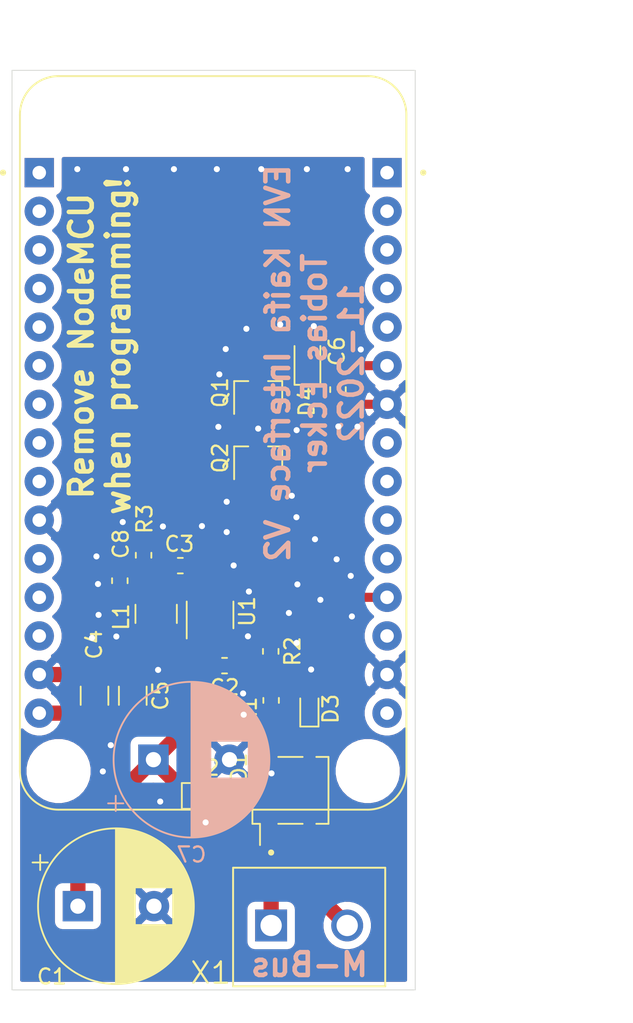
<source format=kicad_pcb>
(kicad_pcb (version 20171130) (host pcbnew 5.1.5+dfsg1-2build2)

  (general
    (thickness 1.6)
    (drawings 10)
    (tracks 126)
    (zones 0)
    (modules 21)
    (nets 36)
  )

  (page A4)
  (layers
    (0 F.Cu signal)
    (31 B.Cu signal)
    (32 B.Adhes user)
    (33 F.Adhes user)
    (34 B.Paste user)
    (35 F.Paste user)
    (36 B.SilkS user)
    (37 F.SilkS user)
    (38 B.Mask user)
    (39 F.Mask user)
    (40 Dwgs.User user)
    (41 Cmts.User user)
    (42 Eco1.User user)
    (43 Eco2.User user)
    (44 Edge.Cuts user)
    (45 Margin user)
    (46 B.CrtYd user)
    (47 F.CrtYd user)
    (48 B.Fab user)
    (49 F.Fab user)
  )

  (setup
    (last_trace_width 1)
    (user_trace_width 0.6)
    (user_trace_width 1)
    (trace_clearance 0.2)
    (zone_clearance 0.508)
    (zone_45_only no)
    (trace_min 0.2)
    (via_size 0.8)
    (via_drill 0.4)
    (via_min_size 0.4)
    (via_min_drill 0.3)
    (uvia_size 0.3)
    (uvia_drill 0.1)
    (uvias_allowed no)
    (uvia_min_size 0.2)
    (uvia_min_drill 0.1)
    (edge_width 0.05)
    (segment_width 0.2)
    (pcb_text_width 0.3)
    (pcb_text_size 1.5 1.5)
    (mod_edge_width 0.12)
    (mod_text_size 1 1)
    (mod_text_width 0.15)
    (pad_size 1.524 1.524)
    (pad_drill 0.762)
    (pad_to_mask_clearance 0.051)
    (solder_mask_min_width 0.25)
    (aux_axis_origin 0 0)
    (visible_elements FFFFFF7F)
    (pcbplotparams
      (layerselection 0x010fc_ffffffff)
      (usegerberextensions true)
      (usegerberattributes false)
      (usegerberadvancedattributes false)
      (creategerberjobfile false)
      (excludeedgelayer true)
      (linewidth 0.100000)
      (plotframeref false)
      (viasonmask false)
      (mode 1)
      (useauxorigin false)
      (hpglpennumber 1)
      (hpglpenspeed 20)
      (hpglpendiameter 15.000000)
      (psnegative false)
      (psa4output false)
      (plotreference true)
      (plotvalue true)
      (plotinvisibletext false)
      (padsonsilk false)
      (subtractmaskfromsilk true)
      (outputformat 1)
      (mirror false)
      (drillshape 0)
      (scaleselection 1)
      (outputdirectory "Gerber_V2/"))
  )

  (net 0 "")
  (net 1 +3V3)
  (net 2 GND)
  (net 3 "Net-(A1-PadJ2_13)")
  (net 4 M-Bus_Data_out)
  (net 5 "Net-(A1-PadJ2_11)")
  (net 6 "Net-(A1-PadJ2_10)")
  (net 7 "Net-(A1-PadJ2_9)")
  (net 8 "Net-(A1-PadJ2_8)")
  (net 9 "Net-(A1-PadJ2_5)")
  (net 10 "Net-(A1-PadJ2_4)")
  (net 11 "Net-(A1-PadJ2_3)")
  (net 12 "Net-(A1-PadJ2_2)")
  (net 13 "Net-(A1-PadJ2_1)")
  (net 14 +5V)
  (net 15 "Net-(A1-PadJ1_13)")
  (net 16 "Net-(A1-PadJ1_12)")
  (net 17 "Net-(A1-PadJ1_9)")
  (net 18 "Net-(A1-PadJ1_8)")
  (net 19 "Net-(A1-PadJ1_7)")
  (net 20 "Net-(A1-PadJ1_6)")
  (net 21 "Net-(A1-PadJ1_5)")
  (net 22 "Net-(A1-PadJ1_4)")
  (net 23 "Net-(A1-PadJ1_3)")
  (net 24 "Net-(A1-PadJ1_2)")
  (net 25 "Net-(A1-PadJ1_1)")
  (net 26 "Net-(C1-Pad1)")
  (net 27 "Net-(C3-Pad2)")
  (net 28 "Net-(C3-Pad1)")
  (net 29 VBUS)
  (net 30 "Net-(D1-Pad2)")
  (net 31 "Net-(D1-Pad1)")
  (net 32 "Net-(D3-Pad2)")
  (net 33 "Net-(D4-Pad2)")
  (net 34 "Net-(A1-PadJ2_15)")
  (net 35 "Net-(C8-Pad1)")

  (net_class Default "Dies ist die voreingestellte Netzklasse."
    (clearance 0.2)
    (trace_width 0.25)
    (via_dia 0.8)
    (via_drill 0.4)
    (uvia_dia 0.3)
    (uvia_drill 0.1)
    (add_net +3V3)
    (add_net +5V)
    (add_net GND)
    (add_net M-Bus_Data_out)
    (add_net "Net-(A1-PadJ1_1)")
    (add_net "Net-(A1-PadJ1_12)")
    (add_net "Net-(A1-PadJ1_13)")
    (add_net "Net-(A1-PadJ1_2)")
    (add_net "Net-(A1-PadJ1_3)")
    (add_net "Net-(A1-PadJ1_4)")
    (add_net "Net-(A1-PadJ1_5)")
    (add_net "Net-(A1-PadJ1_6)")
    (add_net "Net-(A1-PadJ1_7)")
    (add_net "Net-(A1-PadJ1_8)")
    (add_net "Net-(A1-PadJ1_9)")
    (add_net "Net-(A1-PadJ2_1)")
    (add_net "Net-(A1-PadJ2_10)")
    (add_net "Net-(A1-PadJ2_11)")
    (add_net "Net-(A1-PadJ2_13)")
    (add_net "Net-(A1-PadJ2_15)")
    (add_net "Net-(A1-PadJ2_2)")
    (add_net "Net-(A1-PadJ2_3)")
    (add_net "Net-(A1-PadJ2_4)")
    (add_net "Net-(A1-PadJ2_5)")
    (add_net "Net-(A1-PadJ2_8)")
    (add_net "Net-(A1-PadJ2_9)")
    (add_net "Net-(C1-Pad1)")
    (add_net "Net-(C3-Pad1)")
    (add_net "Net-(C3-Pad2)")
    (add_net "Net-(C8-Pad1)")
    (add_net "Net-(D1-Pad1)")
    (add_net "Net-(D1-Pad2)")
    (add_net "Net-(D3-Pad2)")
    (add_net "Net-(D4-Pad2)")
    (add_net VBUS)
  )

  (module Resistor_SMD:R_0603_1608Metric (layer F.Cu) (tedit 5B301BBD) (tstamp 6365C1A9)
    (at 104.648 87.4015 90)
    (descr "Resistor SMD 0603 (1608 Metric), square (rectangular) end terminal, IPC_7351 nominal, (Body size source: http://www.tortai-tech.com/upload/download/2011102023233369053.pdf), generated with kicad-footprint-generator")
    (tags resistor)
    (path /6367C640)
    (attr smd)
    (fp_text reference R3 (at 2.3877 0.0635 270) (layer F.SilkS)
      (effects (font (size 1 1) (thickness 0.15)))
    )
    (fp_text value 120R (at 0 1.43 90) (layer F.Fab)
      (effects (font (size 1 1) (thickness 0.15)))
    )
    (fp_text user %R (at 0 0 90) (layer F.Fab)
      (effects (font (size 0.4 0.4) (thickness 0.06)))
    )
    (fp_line (start 1.48 0.73) (end -1.48 0.73) (layer F.CrtYd) (width 0.05))
    (fp_line (start 1.48 -0.73) (end 1.48 0.73) (layer F.CrtYd) (width 0.05))
    (fp_line (start -1.48 -0.73) (end 1.48 -0.73) (layer F.CrtYd) (width 0.05))
    (fp_line (start -1.48 0.73) (end -1.48 -0.73) (layer F.CrtYd) (width 0.05))
    (fp_line (start -0.162779 0.51) (end 0.162779 0.51) (layer F.SilkS) (width 0.12))
    (fp_line (start -0.162779 -0.51) (end 0.162779 -0.51) (layer F.SilkS) (width 0.12))
    (fp_line (start 0.8 0.4) (end -0.8 0.4) (layer F.Fab) (width 0.1))
    (fp_line (start 0.8 -0.4) (end 0.8 0.4) (layer F.Fab) (width 0.1))
    (fp_line (start -0.8 -0.4) (end 0.8 -0.4) (layer F.Fab) (width 0.1))
    (fp_line (start -0.8 0.4) (end -0.8 -0.4) (layer F.Fab) (width 0.1))
    (pad 2 smd roundrect (at 0.7875 0 90) (size 0.875 0.95) (layers F.Cu F.Paste F.Mask) (roundrect_rratio 0.25)
      (net 2 GND))
    (pad 1 smd roundrect (at -0.7875 0 90) (size 0.875 0.95) (layers F.Cu F.Paste F.Mask) (roundrect_rratio 0.25)
      (net 35 "Net-(C8-Pad1)"))
    (model ${KISYS3DMOD}/Resistor_SMD.3dshapes/R_0603_1608Metric.wrl
      (at (xyz 0 0 0))
      (scale (xyz 1 1 1))
      (rotate (xyz 0 0 0))
    )
  )

  (module Capacitor_SMD:C_0603_1608Metric (layer F.Cu) (tedit 5B301BBE) (tstamp 6365BF01)
    (at 103.0859 89.0778 270)
    (descr "Capacitor SMD 0603 (1608 Metric), square (rectangular) end terminal, IPC_7351 nominal, (Body size source: http://www.tortai-tech.com/upload/download/2011102023233369053.pdf), generated with kicad-footprint-generator")
    (tags capacitor)
    (path /63674D86)
    (attr smd)
    (fp_text reference C8 (at -2.413 -0.0635 90) (layer F.SilkS)
      (effects (font (size 1 1) (thickness 0.15)))
    )
    (fp_text value 1n (at 0 1.43 90) (layer F.Fab)
      (effects (font (size 1 1) (thickness 0.15)))
    )
    (fp_text user %R (at 0 0 90) (layer F.Fab)
      (effects (font (size 0.4 0.4) (thickness 0.06)))
    )
    (fp_line (start 1.48 0.73) (end -1.48 0.73) (layer F.CrtYd) (width 0.05))
    (fp_line (start 1.48 -0.73) (end 1.48 0.73) (layer F.CrtYd) (width 0.05))
    (fp_line (start -1.48 -0.73) (end 1.48 -0.73) (layer F.CrtYd) (width 0.05))
    (fp_line (start -1.48 0.73) (end -1.48 -0.73) (layer F.CrtYd) (width 0.05))
    (fp_line (start -0.162779 0.51) (end 0.162779 0.51) (layer F.SilkS) (width 0.12))
    (fp_line (start -0.162779 -0.51) (end 0.162779 -0.51) (layer F.SilkS) (width 0.12))
    (fp_line (start 0.8 0.4) (end -0.8 0.4) (layer F.Fab) (width 0.1))
    (fp_line (start 0.8 -0.4) (end 0.8 0.4) (layer F.Fab) (width 0.1))
    (fp_line (start -0.8 -0.4) (end 0.8 -0.4) (layer F.Fab) (width 0.1))
    (fp_line (start -0.8 0.4) (end -0.8 -0.4) (layer F.Fab) (width 0.1))
    (pad 2 smd roundrect (at 0.7875 0 270) (size 0.875 0.95) (layers F.Cu F.Paste F.Mask) (roundrect_rratio 0.25)
      (net 27 "Net-(C3-Pad2)"))
    (pad 1 smd roundrect (at -0.7875 0 270) (size 0.875 0.95) (layers F.Cu F.Paste F.Mask) (roundrect_rratio 0.25)
      (net 35 "Net-(C8-Pad1)"))
    (model ${KISYS3DMOD}/Capacitor_SMD.3dshapes/C_0603_1608Metric.wrl
      (at (xyz 0 0 0))
      (scale (xyz 1 1 1))
      (rotate (xyz 0 0 0))
    )
  )

  (module Capacitor_THT:CP_Radial_D10.0mm_P5.00mm (layer B.Cu) (tedit 5AE50EF1) (tstamp 6365A834)
    (at 105.2957 100.8507)
    (descr "CP, Radial series, Radial, pin pitch=5.00mm, , diameter=10mm, Electrolytic Capacitor")
    (tags "CP Radial series Radial pin pitch 5.00mm  diameter 10mm Electrolytic Capacitor")
    (path /63664440)
    (fp_text reference C7 (at 2.5 6.25) (layer B.SilkS)
      (effects (font (size 1 1) (thickness 0.15)) (justify mirror))
    )
    (fp_text value "1000uF 50V" (at 2.5 -6.25) (layer B.Fab)
      (effects (font (size 1 1) (thickness 0.15)) (justify mirror))
    )
    (fp_text user %R (at 2.5 0) (layer B.Fab)
      (effects (font (size 1 1) (thickness 0.15)) (justify mirror))
    )
    (fp_line (start -2.479646 3.375) (end -2.479646 2.375) (layer B.SilkS) (width 0.12))
    (fp_line (start -2.979646 2.875) (end -1.979646 2.875) (layer B.SilkS) (width 0.12))
    (fp_line (start 7.581 0.599) (end 7.581 -0.599) (layer B.SilkS) (width 0.12))
    (fp_line (start 7.541 0.862) (end 7.541 -0.862) (layer B.SilkS) (width 0.12))
    (fp_line (start 7.501 1.062) (end 7.501 -1.062) (layer B.SilkS) (width 0.12))
    (fp_line (start 7.461 1.23) (end 7.461 -1.23) (layer B.SilkS) (width 0.12))
    (fp_line (start 7.421 1.378) (end 7.421 -1.378) (layer B.SilkS) (width 0.12))
    (fp_line (start 7.381 1.51) (end 7.381 -1.51) (layer B.SilkS) (width 0.12))
    (fp_line (start 7.341 1.63) (end 7.341 -1.63) (layer B.SilkS) (width 0.12))
    (fp_line (start 7.301 1.742) (end 7.301 -1.742) (layer B.SilkS) (width 0.12))
    (fp_line (start 7.261 1.846) (end 7.261 -1.846) (layer B.SilkS) (width 0.12))
    (fp_line (start 7.221 1.944) (end 7.221 -1.944) (layer B.SilkS) (width 0.12))
    (fp_line (start 7.181 2.037) (end 7.181 -2.037) (layer B.SilkS) (width 0.12))
    (fp_line (start 7.141 2.125) (end 7.141 -2.125) (layer B.SilkS) (width 0.12))
    (fp_line (start 7.101 2.209) (end 7.101 -2.209) (layer B.SilkS) (width 0.12))
    (fp_line (start 7.061 2.289) (end 7.061 -2.289) (layer B.SilkS) (width 0.12))
    (fp_line (start 7.021 2.365) (end 7.021 -2.365) (layer B.SilkS) (width 0.12))
    (fp_line (start 6.981 2.439) (end 6.981 -2.439) (layer B.SilkS) (width 0.12))
    (fp_line (start 6.941 2.51) (end 6.941 -2.51) (layer B.SilkS) (width 0.12))
    (fp_line (start 6.901 2.579) (end 6.901 -2.579) (layer B.SilkS) (width 0.12))
    (fp_line (start 6.861 2.645) (end 6.861 -2.645) (layer B.SilkS) (width 0.12))
    (fp_line (start 6.821 2.709) (end 6.821 -2.709) (layer B.SilkS) (width 0.12))
    (fp_line (start 6.781 2.77) (end 6.781 -2.77) (layer B.SilkS) (width 0.12))
    (fp_line (start 6.741 2.83) (end 6.741 -2.83) (layer B.SilkS) (width 0.12))
    (fp_line (start 6.701 2.889) (end 6.701 -2.889) (layer B.SilkS) (width 0.12))
    (fp_line (start 6.661 2.945) (end 6.661 -2.945) (layer B.SilkS) (width 0.12))
    (fp_line (start 6.621 3) (end 6.621 -3) (layer B.SilkS) (width 0.12))
    (fp_line (start 6.581 3.054) (end 6.581 -3.054) (layer B.SilkS) (width 0.12))
    (fp_line (start 6.541 3.106) (end 6.541 -3.106) (layer B.SilkS) (width 0.12))
    (fp_line (start 6.501 3.156) (end 6.501 -3.156) (layer B.SilkS) (width 0.12))
    (fp_line (start 6.461 3.206) (end 6.461 -3.206) (layer B.SilkS) (width 0.12))
    (fp_line (start 6.421 3.254) (end 6.421 -3.254) (layer B.SilkS) (width 0.12))
    (fp_line (start 6.381 3.301) (end 6.381 -3.301) (layer B.SilkS) (width 0.12))
    (fp_line (start 6.341 3.347) (end 6.341 -3.347) (layer B.SilkS) (width 0.12))
    (fp_line (start 6.301 3.392) (end 6.301 -3.392) (layer B.SilkS) (width 0.12))
    (fp_line (start 6.261 3.436) (end 6.261 -3.436) (layer B.SilkS) (width 0.12))
    (fp_line (start 6.221 -1.241) (end 6.221 -3.478) (layer B.SilkS) (width 0.12))
    (fp_line (start 6.221 3.478) (end 6.221 1.241) (layer B.SilkS) (width 0.12))
    (fp_line (start 6.181 -1.241) (end 6.181 -3.52) (layer B.SilkS) (width 0.12))
    (fp_line (start 6.181 3.52) (end 6.181 1.241) (layer B.SilkS) (width 0.12))
    (fp_line (start 6.141 -1.241) (end 6.141 -3.561) (layer B.SilkS) (width 0.12))
    (fp_line (start 6.141 3.561) (end 6.141 1.241) (layer B.SilkS) (width 0.12))
    (fp_line (start 6.101 -1.241) (end 6.101 -3.601) (layer B.SilkS) (width 0.12))
    (fp_line (start 6.101 3.601) (end 6.101 1.241) (layer B.SilkS) (width 0.12))
    (fp_line (start 6.061 -1.241) (end 6.061 -3.64) (layer B.SilkS) (width 0.12))
    (fp_line (start 6.061 3.64) (end 6.061 1.241) (layer B.SilkS) (width 0.12))
    (fp_line (start 6.021 -1.241) (end 6.021 -3.679) (layer B.SilkS) (width 0.12))
    (fp_line (start 6.021 3.679) (end 6.021 1.241) (layer B.SilkS) (width 0.12))
    (fp_line (start 5.981 -1.241) (end 5.981 -3.716) (layer B.SilkS) (width 0.12))
    (fp_line (start 5.981 3.716) (end 5.981 1.241) (layer B.SilkS) (width 0.12))
    (fp_line (start 5.941 -1.241) (end 5.941 -3.753) (layer B.SilkS) (width 0.12))
    (fp_line (start 5.941 3.753) (end 5.941 1.241) (layer B.SilkS) (width 0.12))
    (fp_line (start 5.901 -1.241) (end 5.901 -3.789) (layer B.SilkS) (width 0.12))
    (fp_line (start 5.901 3.789) (end 5.901 1.241) (layer B.SilkS) (width 0.12))
    (fp_line (start 5.861 -1.241) (end 5.861 -3.824) (layer B.SilkS) (width 0.12))
    (fp_line (start 5.861 3.824) (end 5.861 1.241) (layer B.SilkS) (width 0.12))
    (fp_line (start 5.821 -1.241) (end 5.821 -3.858) (layer B.SilkS) (width 0.12))
    (fp_line (start 5.821 3.858) (end 5.821 1.241) (layer B.SilkS) (width 0.12))
    (fp_line (start 5.781 -1.241) (end 5.781 -3.892) (layer B.SilkS) (width 0.12))
    (fp_line (start 5.781 3.892) (end 5.781 1.241) (layer B.SilkS) (width 0.12))
    (fp_line (start 5.741 -1.241) (end 5.741 -3.925) (layer B.SilkS) (width 0.12))
    (fp_line (start 5.741 3.925) (end 5.741 1.241) (layer B.SilkS) (width 0.12))
    (fp_line (start 5.701 -1.241) (end 5.701 -3.957) (layer B.SilkS) (width 0.12))
    (fp_line (start 5.701 3.957) (end 5.701 1.241) (layer B.SilkS) (width 0.12))
    (fp_line (start 5.661 -1.241) (end 5.661 -3.989) (layer B.SilkS) (width 0.12))
    (fp_line (start 5.661 3.989) (end 5.661 1.241) (layer B.SilkS) (width 0.12))
    (fp_line (start 5.621 -1.241) (end 5.621 -4.02) (layer B.SilkS) (width 0.12))
    (fp_line (start 5.621 4.02) (end 5.621 1.241) (layer B.SilkS) (width 0.12))
    (fp_line (start 5.581 -1.241) (end 5.581 -4.05) (layer B.SilkS) (width 0.12))
    (fp_line (start 5.581 4.05) (end 5.581 1.241) (layer B.SilkS) (width 0.12))
    (fp_line (start 5.541 -1.241) (end 5.541 -4.08) (layer B.SilkS) (width 0.12))
    (fp_line (start 5.541 4.08) (end 5.541 1.241) (layer B.SilkS) (width 0.12))
    (fp_line (start 5.501 -1.241) (end 5.501 -4.11) (layer B.SilkS) (width 0.12))
    (fp_line (start 5.501 4.11) (end 5.501 1.241) (layer B.SilkS) (width 0.12))
    (fp_line (start 5.461 -1.241) (end 5.461 -4.138) (layer B.SilkS) (width 0.12))
    (fp_line (start 5.461 4.138) (end 5.461 1.241) (layer B.SilkS) (width 0.12))
    (fp_line (start 5.421 -1.241) (end 5.421 -4.166) (layer B.SilkS) (width 0.12))
    (fp_line (start 5.421 4.166) (end 5.421 1.241) (layer B.SilkS) (width 0.12))
    (fp_line (start 5.381 -1.241) (end 5.381 -4.194) (layer B.SilkS) (width 0.12))
    (fp_line (start 5.381 4.194) (end 5.381 1.241) (layer B.SilkS) (width 0.12))
    (fp_line (start 5.341 -1.241) (end 5.341 -4.221) (layer B.SilkS) (width 0.12))
    (fp_line (start 5.341 4.221) (end 5.341 1.241) (layer B.SilkS) (width 0.12))
    (fp_line (start 5.301 -1.241) (end 5.301 -4.247) (layer B.SilkS) (width 0.12))
    (fp_line (start 5.301 4.247) (end 5.301 1.241) (layer B.SilkS) (width 0.12))
    (fp_line (start 5.261 -1.241) (end 5.261 -4.273) (layer B.SilkS) (width 0.12))
    (fp_line (start 5.261 4.273) (end 5.261 1.241) (layer B.SilkS) (width 0.12))
    (fp_line (start 5.221 -1.241) (end 5.221 -4.298) (layer B.SilkS) (width 0.12))
    (fp_line (start 5.221 4.298) (end 5.221 1.241) (layer B.SilkS) (width 0.12))
    (fp_line (start 5.181 -1.241) (end 5.181 -4.323) (layer B.SilkS) (width 0.12))
    (fp_line (start 5.181 4.323) (end 5.181 1.241) (layer B.SilkS) (width 0.12))
    (fp_line (start 5.141 -1.241) (end 5.141 -4.347) (layer B.SilkS) (width 0.12))
    (fp_line (start 5.141 4.347) (end 5.141 1.241) (layer B.SilkS) (width 0.12))
    (fp_line (start 5.101 -1.241) (end 5.101 -4.371) (layer B.SilkS) (width 0.12))
    (fp_line (start 5.101 4.371) (end 5.101 1.241) (layer B.SilkS) (width 0.12))
    (fp_line (start 5.061 -1.241) (end 5.061 -4.395) (layer B.SilkS) (width 0.12))
    (fp_line (start 5.061 4.395) (end 5.061 1.241) (layer B.SilkS) (width 0.12))
    (fp_line (start 5.021 -1.241) (end 5.021 -4.417) (layer B.SilkS) (width 0.12))
    (fp_line (start 5.021 4.417) (end 5.021 1.241) (layer B.SilkS) (width 0.12))
    (fp_line (start 4.981 -1.241) (end 4.981 -4.44) (layer B.SilkS) (width 0.12))
    (fp_line (start 4.981 4.44) (end 4.981 1.241) (layer B.SilkS) (width 0.12))
    (fp_line (start 4.941 -1.241) (end 4.941 -4.462) (layer B.SilkS) (width 0.12))
    (fp_line (start 4.941 4.462) (end 4.941 1.241) (layer B.SilkS) (width 0.12))
    (fp_line (start 4.901 -1.241) (end 4.901 -4.483) (layer B.SilkS) (width 0.12))
    (fp_line (start 4.901 4.483) (end 4.901 1.241) (layer B.SilkS) (width 0.12))
    (fp_line (start 4.861 -1.241) (end 4.861 -4.504) (layer B.SilkS) (width 0.12))
    (fp_line (start 4.861 4.504) (end 4.861 1.241) (layer B.SilkS) (width 0.12))
    (fp_line (start 4.821 -1.241) (end 4.821 -4.525) (layer B.SilkS) (width 0.12))
    (fp_line (start 4.821 4.525) (end 4.821 1.241) (layer B.SilkS) (width 0.12))
    (fp_line (start 4.781 -1.241) (end 4.781 -4.545) (layer B.SilkS) (width 0.12))
    (fp_line (start 4.781 4.545) (end 4.781 1.241) (layer B.SilkS) (width 0.12))
    (fp_line (start 4.741 -1.241) (end 4.741 -4.564) (layer B.SilkS) (width 0.12))
    (fp_line (start 4.741 4.564) (end 4.741 1.241) (layer B.SilkS) (width 0.12))
    (fp_line (start 4.701 -1.241) (end 4.701 -4.584) (layer B.SilkS) (width 0.12))
    (fp_line (start 4.701 4.584) (end 4.701 1.241) (layer B.SilkS) (width 0.12))
    (fp_line (start 4.661 -1.241) (end 4.661 -4.603) (layer B.SilkS) (width 0.12))
    (fp_line (start 4.661 4.603) (end 4.661 1.241) (layer B.SilkS) (width 0.12))
    (fp_line (start 4.621 -1.241) (end 4.621 -4.621) (layer B.SilkS) (width 0.12))
    (fp_line (start 4.621 4.621) (end 4.621 1.241) (layer B.SilkS) (width 0.12))
    (fp_line (start 4.581 -1.241) (end 4.581 -4.639) (layer B.SilkS) (width 0.12))
    (fp_line (start 4.581 4.639) (end 4.581 1.241) (layer B.SilkS) (width 0.12))
    (fp_line (start 4.541 -1.241) (end 4.541 -4.657) (layer B.SilkS) (width 0.12))
    (fp_line (start 4.541 4.657) (end 4.541 1.241) (layer B.SilkS) (width 0.12))
    (fp_line (start 4.501 -1.241) (end 4.501 -4.674) (layer B.SilkS) (width 0.12))
    (fp_line (start 4.501 4.674) (end 4.501 1.241) (layer B.SilkS) (width 0.12))
    (fp_line (start 4.461 -1.241) (end 4.461 -4.69) (layer B.SilkS) (width 0.12))
    (fp_line (start 4.461 4.69) (end 4.461 1.241) (layer B.SilkS) (width 0.12))
    (fp_line (start 4.421 -1.241) (end 4.421 -4.707) (layer B.SilkS) (width 0.12))
    (fp_line (start 4.421 4.707) (end 4.421 1.241) (layer B.SilkS) (width 0.12))
    (fp_line (start 4.381 -1.241) (end 4.381 -4.723) (layer B.SilkS) (width 0.12))
    (fp_line (start 4.381 4.723) (end 4.381 1.241) (layer B.SilkS) (width 0.12))
    (fp_line (start 4.341 -1.241) (end 4.341 -4.738) (layer B.SilkS) (width 0.12))
    (fp_line (start 4.341 4.738) (end 4.341 1.241) (layer B.SilkS) (width 0.12))
    (fp_line (start 4.301 -1.241) (end 4.301 -4.754) (layer B.SilkS) (width 0.12))
    (fp_line (start 4.301 4.754) (end 4.301 1.241) (layer B.SilkS) (width 0.12))
    (fp_line (start 4.261 -1.241) (end 4.261 -4.768) (layer B.SilkS) (width 0.12))
    (fp_line (start 4.261 4.768) (end 4.261 1.241) (layer B.SilkS) (width 0.12))
    (fp_line (start 4.221 -1.241) (end 4.221 -4.783) (layer B.SilkS) (width 0.12))
    (fp_line (start 4.221 4.783) (end 4.221 1.241) (layer B.SilkS) (width 0.12))
    (fp_line (start 4.181 -1.241) (end 4.181 -4.797) (layer B.SilkS) (width 0.12))
    (fp_line (start 4.181 4.797) (end 4.181 1.241) (layer B.SilkS) (width 0.12))
    (fp_line (start 4.141 -1.241) (end 4.141 -4.811) (layer B.SilkS) (width 0.12))
    (fp_line (start 4.141 4.811) (end 4.141 1.241) (layer B.SilkS) (width 0.12))
    (fp_line (start 4.101 -1.241) (end 4.101 -4.824) (layer B.SilkS) (width 0.12))
    (fp_line (start 4.101 4.824) (end 4.101 1.241) (layer B.SilkS) (width 0.12))
    (fp_line (start 4.061 -1.241) (end 4.061 -4.837) (layer B.SilkS) (width 0.12))
    (fp_line (start 4.061 4.837) (end 4.061 1.241) (layer B.SilkS) (width 0.12))
    (fp_line (start 4.021 -1.241) (end 4.021 -4.85) (layer B.SilkS) (width 0.12))
    (fp_line (start 4.021 4.85) (end 4.021 1.241) (layer B.SilkS) (width 0.12))
    (fp_line (start 3.981 -1.241) (end 3.981 -4.862) (layer B.SilkS) (width 0.12))
    (fp_line (start 3.981 4.862) (end 3.981 1.241) (layer B.SilkS) (width 0.12))
    (fp_line (start 3.941 -1.241) (end 3.941 -4.874) (layer B.SilkS) (width 0.12))
    (fp_line (start 3.941 4.874) (end 3.941 1.241) (layer B.SilkS) (width 0.12))
    (fp_line (start 3.901 -1.241) (end 3.901 -4.885) (layer B.SilkS) (width 0.12))
    (fp_line (start 3.901 4.885) (end 3.901 1.241) (layer B.SilkS) (width 0.12))
    (fp_line (start 3.861 -1.241) (end 3.861 -4.897) (layer B.SilkS) (width 0.12))
    (fp_line (start 3.861 4.897) (end 3.861 1.241) (layer B.SilkS) (width 0.12))
    (fp_line (start 3.821 -1.241) (end 3.821 -4.907) (layer B.SilkS) (width 0.12))
    (fp_line (start 3.821 4.907) (end 3.821 1.241) (layer B.SilkS) (width 0.12))
    (fp_line (start 3.781 -1.241) (end 3.781 -4.918) (layer B.SilkS) (width 0.12))
    (fp_line (start 3.781 4.918) (end 3.781 1.241) (layer B.SilkS) (width 0.12))
    (fp_line (start 3.741 4.928) (end 3.741 -4.928) (layer B.SilkS) (width 0.12))
    (fp_line (start 3.701 4.938) (end 3.701 -4.938) (layer B.SilkS) (width 0.12))
    (fp_line (start 3.661 4.947) (end 3.661 -4.947) (layer B.SilkS) (width 0.12))
    (fp_line (start 3.621 4.956) (end 3.621 -4.956) (layer B.SilkS) (width 0.12))
    (fp_line (start 3.581 4.965) (end 3.581 -4.965) (layer B.SilkS) (width 0.12))
    (fp_line (start 3.541 4.974) (end 3.541 -4.974) (layer B.SilkS) (width 0.12))
    (fp_line (start 3.501 4.982) (end 3.501 -4.982) (layer B.SilkS) (width 0.12))
    (fp_line (start 3.461 4.99) (end 3.461 -4.99) (layer B.SilkS) (width 0.12))
    (fp_line (start 3.421 4.997) (end 3.421 -4.997) (layer B.SilkS) (width 0.12))
    (fp_line (start 3.381 5.004) (end 3.381 -5.004) (layer B.SilkS) (width 0.12))
    (fp_line (start 3.341 5.011) (end 3.341 -5.011) (layer B.SilkS) (width 0.12))
    (fp_line (start 3.301 5.018) (end 3.301 -5.018) (layer B.SilkS) (width 0.12))
    (fp_line (start 3.261 5.024) (end 3.261 -5.024) (layer B.SilkS) (width 0.12))
    (fp_line (start 3.221 5.03) (end 3.221 -5.03) (layer B.SilkS) (width 0.12))
    (fp_line (start 3.18 5.035) (end 3.18 -5.035) (layer B.SilkS) (width 0.12))
    (fp_line (start 3.14 5.04) (end 3.14 -5.04) (layer B.SilkS) (width 0.12))
    (fp_line (start 3.1 5.045) (end 3.1 -5.045) (layer B.SilkS) (width 0.12))
    (fp_line (start 3.06 5.05) (end 3.06 -5.05) (layer B.SilkS) (width 0.12))
    (fp_line (start 3.02 5.054) (end 3.02 -5.054) (layer B.SilkS) (width 0.12))
    (fp_line (start 2.98 5.058) (end 2.98 -5.058) (layer B.SilkS) (width 0.12))
    (fp_line (start 2.94 5.062) (end 2.94 -5.062) (layer B.SilkS) (width 0.12))
    (fp_line (start 2.9 5.065) (end 2.9 -5.065) (layer B.SilkS) (width 0.12))
    (fp_line (start 2.86 5.068) (end 2.86 -5.068) (layer B.SilkS) (width 0.12))
    (fp_line (start 2.82 5.07) (end 2.82 -5.07) (layer B.SilkS) (width 0.12))
    (fp_line (start 2.78 5.073) (end 2.78 -5.073) (layer B.SilkS) (width 0.12))
    (fp_line (start 2.74 5.075) (end 2.74 -5.075) (layer B.SilkS) (width 0.12))
    (fp_line (start 2.7 5.077) (end 2.7 -5.077) (layer B.SilkS) (width 0.12))
    (fp_line (start 2.66 5.078) (end 2.66 -5.078) (layer B.SilkS) (width 0.12))
    (fp_line (start 2.62 5.079) (end 2.62 -5.079) (layer B.SilkS) (width 0.12))
    (fp_line (start 2.58 5.08) (end 2.58 -5.08) (layer B.SilkS) (width 0.12))
    (fp_line (start 2.54 5.08) (end 2.54 -5.08) (layer B.SilkS) (width 0.12))
    (fp_line (start 2.5 5.08) (end 2.5 -5.08) (layer B.SilkS) (width 0.12))
    (fp_line (start -1.288861 2.6875) (end -1.288861 1.6875) (layer B.Fab) (width 0.1))
    (fp_line (start -1.788861 2.1875) (end -0.788861 2.1875) (layer B.Fab) (width 0.1))
    (fp_circle (center 2.5 0) (end 7.75 0) (layer B.CrtYd) (width 0.05))
    (fp_circle (center 2.5 0) (end 7.62 0) (layer B.SilkS) (width 0.12))
    (fp_circle (center 2.5 0) (end 7.5 0) (layer B.Fab) (width 0.1))
    (pad 2 thru_hole circle (at 5 0) (size 2 2) (drill 1) (layers *.Cu *.Mask)
      (net 2 GND))
    (pad 1 thru_hole rect (at 0 0) (size 2 2) (drill 1) (layers *.Cu *.Mask)
      (net 26 "Net-(C1-Pad1)"))
    (model ${KISYS3DMOD}/Capacitor_THT.3dshapes/CP_Radial_D10.0mm_P5.00mm.wrl
      (at (xyz 0 0 0))
      (scale (xyz 1 1 1))
      (rotate (xyz 0 0 0))
    )
  )

  (module ESP:CUI_TB003-500-P02BE (layer F.Cu) (tedit 63559016) (tstamp 6355D857)
    (at 113.03 111.76)
    (path /6364DAE1)
    (fp_text reference X1 (at -3.9751 3.1242) (layer F.SilkS)
      (effects (font (size 1.4 1.4) (thickness 0.15)))
    )
    (fp_text value TB003-500-P02BE (at 13.391 5.361) (layer F.Fab)
      (effects (font (size 1.4 1.4) (thickness 0.15)))
    )
    (fp_circle (center 0 -4.8) (end 0.1 -4.8) (layer F.Fab) (width 0.2))
    (fp_circle (center 0 -4.8) (end 0.1 -4.8) (layer F.SilkS) (width 0.2))
    (fp_line (start 7.75 -4.05) (end 7.75 4.25) (layer F.CrtYd) (width 0.05))
    (fp_line (start -2.75 4.25) (end -2.75 -4.05) (layer F.CrtYd) (width 0.05))
    (fp_line (start 7.75 4.25) (end -2.75 4.25) (layer F.CrtYd) (width 0.05))
    (fp_line (start -2.75 -4.05) (end 7.75 -4.05) (layer F.CrtYd) (width 0.05))
    (fp_line (start 7.5 4) (end -2.5 4) (layer F.SilkS) (width 0.127))
    (fp_line (start -2.5 -3.8) (end 7.5 -3.8) (layer F.SilkS) (width 0.127))
    (fp_line (start 7.5 -3.8) (end 7.5 4) (layer F.SilkS) (width 0.127))
    (fp_line (start -2.5 4) (end -2.5 -3.8) (layer F.SilkS) (width 0.127))
    (fp_line (start 7.5 4) (end -2.5 4) (layer F.Fab) (width 0.127))
    (fp_line (start 7.5 -3.8) (end 7.5 4) (layer F.Fab) (width 0.127))
    (fp_line (start -2.5 -3.8) (end 7.5 -3.8) (layer F.Fab) (width 0.127))
    (fp_line (start -2.5 4) (end -2.5 -3.8) (layer F.Fab) (width 0.127))
    (pad 2 thru_hole circle (at 5 0) (size 2.1 2.1) (drill 1.4) (layers *.Cu *.Mask)
      (net 30 "Net-(D1-Pad2)"))
    (pad 1 thru_hole rect (at 0 0) (size 2.1 2.1) (drill 1.4) (layers *.Cu *.Mask)
      (net 31 "Net-(D1-Pad1)"))
  )

  (module Package_TO_SOT_SMD:TSOT-23-6 (layer F.Cu) (tedit 5A02FF57) (tstamp 6355E299)
    (at 108.9914 91.3276 90)
    (descr "6-pin TSOT23 package, http://cds.linear.com/docs/en/packaging/SOT_6_05-08-1636.pdf")
    (tags "TSOT-23-6 MK06A TSOT-6")
    (path /63561296)
    (attr smd)
    (fp_text reference U1 (at 0.2305 2.4638 90) (layer F.SilkS)
      (effects (font (size 1 1) (thickness 0.15)))
    )
    (fp_text value AP63205WU-7 (at 0 2.5 90) (layer F.Fab)
      (effects (font (size 1 1) (thickness 0.15)))
    )
    (fp_line (start 2.17 1.7) (end -2.17 1.7) (layer F.CrtYd) (width 0.05))
    (fp_line (start 2.17 1.7) (end 2.17 -1.7) (layer F.CrtYd) (width 0.05))
    (fp_line (start -2.17 -1.7) (end -2.17 1.7) (layer F.CrtYd) (width 0.05))
    (fp_line (start -2.17 -1.7) (end 2.17 -1.7) (layer F.CrtYd) (width 0.05))
    (fp_line (start 0.88 -1.45) (end 0.88 1.45) (layer F.Fab) (width 0.1))
    (fp_line (start 0.88 1.45) (end -0.88 1.45) (layer F.Fab) (width 0.1))
    (fp_line (start -0.88 -1) (end -0.88 1.45) (layer F.Fab) (width 0.1))
    (fp_line (start 0.88 -1.45) (end -0.43 -1.45) (layer F.Fab) (width 0.1))
    (fp_line (start -0.88 -1) (end -0.43 -1.45) (layer F.Fab) (width 0.1))
    (fp_line (start 0.88 -1.51) (end -1.55 -1.51) (layer F.SilkS) (width 0.12))
    (fp_line (start -0.88 1.56) (end 0.88 1.56) (layer F.SilkS) (width 0.12))
    (fp_text user %R (at 0 0) (layer F.Fab)
      (effects (font (size 0.5 0.5) (thickness 0.075)))
    )
    (pad 6 smd rect (at 1.31 -0.95 90) (size 1.22 0.65) (layers F.Cu F.Paste F.Mask)
      (net 28 "Net-(C3-Pad1)"))
    (pad 5 smd rect (at 1.31 0 90) (size 1.22 0.65) (layers F.Cu F.Paste F.Mask)
      (net 27 "Net-(C3-Pad2)"))
    (pad 4 smd rect (at 1.31 0.95 90) (size 1.22 0.65) (layers F.Cu F.Paste F.Mask)
      (net 2 GND))
    (pad 3 smd rect (at -1.31 0.95 90) (size 1.22 0.65) (layers F.Cu F.Paste F.Mask)
      (net 26 "Net-(C1-Pad1)"))
    (pad 2 smd rect (at -1.31 0 90) (size 1.22 0.65) (layers F.Cu F.Paste F.Mask)
      (net 26 "Net-(C1-Pad1)"))
    (pad 1 smd rect (at -1.31 -0.95 90) (size 1.22 0.65) (layers F.Cu F.Paste F.Mask)
      (net 14 +5V))
    (model ${KISYS3DMOD}/Package_TO_SOT_SMD.3dshapes/TSOT-23-6.wrl
      (at (xyz 0 0 0))
      (scale (xyz 1 1 1))
      (rotate (xyz 0 0 0))
    )
  )

  (module Resistor_SMD:R_0603_1608Metric (layer F.Cu) (tedit 5B301BBD) (tstamp 6355D82D)
    (at 113.0046 93.7259 270)
    (descr "Resistor SMD 0603 (1608 Metric), square (rectangular) end terminal, IPC_7351 nominal, (Body size source: http://www.tortai-tech.com/upload/download/2011102023233369053.pdf), generated with kicad-footprint-generator")
    (tags resistor)
    (path /62E2B69F)
    (attr smd)
    (fp_text reference R2 (at 0 -1.43 90) (layer F.SilkS)
      (effects (font (size 1 1) (thickness 0.15)))
    )
    (fp_text value 1.8k (at 0 1.43 90) (layer F.Fab)
      (effects (font (size 1 1) (thickness 0.15)))
    )
    (fp_text user %R (at 0 0 90) (layer F.Fab)
      (effects (font (size 0.4 0.4) (thickness 0.06)))
    )
    (fp_line (start 1.48 0.73) (end -1.48 0.73) (layer F.CrtYd) (width 0.05))
    (fp_line (start 1.48 -0.73) (end 1.48 0.73) (layer F.CrtYd) (width 0.05))
    (fp_line (start -1.48 -0.73) (end 1.48 -0.73) (layer F.CrtYd) (width 0.05))
    (fp_line (start -1.48 0.73) (end -1.48 -0.73) (layer F.CrtYd) (width 0.05))
    (fp_line (start -0.162779 0.51) (end 0.162779 0.51) (layer F.SilkS) (width 0.12))
    (fp_line (start -0.162779 -0.51) (end 0.162779 -0.51) (layer F.SilkS) (width 0.12))
    (fp_line (start 0.8 0.4) (end -0.8 0.4) (layer F.Fab) (width 0.1))
    (fp_line (start 0.8 -0.4) (end 0.8 0.4) (layer F.Fab) (width 0.1))
    (fp_line (start -0.8 -0.4) (end 0.8 -0.4) (layer F.Fab) (width 0.1))
    (fp_line (start -0.8 0.4) (end -0.8 -0.4) (layer F.Fab) (width 0.1))
    (pad 2 smd roundrect (at 0.7875 0 270) (size 0.875 0.95) (layers F.Cu F.Paste F.Mask) (roundrect_rratio 0.25)
      (net 32 "Net-(D3-Pad2)"))
    (pad 1 smd roundrect (at -0.7875 0 270) (size 0.875 0.95) (layers F.Cu F.Paste F.Mask) (roundrect_rratio 0.25)
      (net 33 "Net-(D4-Pad2)"))
    (model ${KISYS3DMOD}/Resistor_SMD.3dshapes/R_0603_1608Metric.wrl
      (at (xyz 0 0 0))
      (scale (xyz 1 1 1))
      (rotate (xyz 0 0 0))
    )
  )

  (module Resistor_SMD:R_0603_1608Metric (layer F.Cu) (tedit 5B301BBD) (tstamp 6355D81C)
    (at 113.03 96.9517 270)
    (descr "Resistor SMD 0603 (1608 Metric), square (rectangular) end terminal, IPC_7351 nominal, (Body size source: http://www.tortai-tech.com/upload/download/2011102023233369053.pdf), generated with kicad-footprint-generator")
    (tags resistor)
    (path /62E1D3C0)
    (attr smd)
    (fp_text reference R1 (at 0.7367 1.4605 90) (layer F.SilkS)
      (effects (font (size 1 1) (thickness 0.15)))
    )
    (fp_text value 10k (at 0 1.43 90) (layer F.Fab)
      (effects (font (size 1 1) (thickness 0.15)))
    )
    (fp_text user %R (at 0 0 90) (layer F.Fab)
      (effects (font (size 0.4 0.4) (thickness 0.06)))
    )
    (fp_line (start 1.48 0.73) (end -1.48 0.73) (layer F.CrtYd) (width 0.05))
    (fp_line (start 1.48 -0.73) (end 1.48 0.73) (layer F.CrtYd) (width 0.05))
    (fp_line (start -1.48 -0.73) (end 1.48 -0.73) (layer F.CrtYd) (width 0.05))
    (fp_line (start -1.48 0.73) (end -1.48 -0.73) (layer F.CrtYd) (width 0.05))
    (fp_line (start -0.162779 0.51) (end 0.162779 0.51) (layer F.SilkS) (width 0.12))
    (fp_line (start -0.162779 -0.51) (end 0.162779 -0.51) (layer F.SilkS) (width 0.12))
    (fp_line (start 0.8 0.4) (end -0.8 0.4) (layer F.Fab) (width 0.1))
    (fp_line (start 0.8 -0.4) (end 0.8 0.4) (layer F.Fab) (width 0.1))
    (fp_line (start -0.8 -0.4) (end 0.8 -0.4) (layer F.Fab) (width 0.1))
    (fp_line (start -0.8 0.4) (end -0.8 -0.4) (layer F.Fab) (width 0.1))
    (pad 2 smd roundrect (at 0.7875 0 270) (size 0.875 0.95) (layers F.Cu F.Paste F.Mask) (roundrect_rratio 0.25)
      (net 2 GND))
    (pad 1 smd roundrect (at -0.7875 0 270) (size 0.875 0.95) (layers F.Cu F.Paste F.Mask) (roundrect_rratio 0.25)
      (net 32 "Net-(D3-Pad2)"))
    (model ${KISYS3DMOD}/Resistor_SMD.3dshapes/R_0603_1608Metric.wrl
      (at (xyz 0 0 0))
      (scale (xyz 1 1 1))
      (rotate (xyz 0 0 0))
    )
  )

  (module Package_TO_SOT_SMD:SOT-23 (layer F.Cu) (tedit 5A02FF57) (tstamp 63561DFA)
    (at 112.1791 81.0006 90)
    (descr "SOT-23, Standard")
    (tags SOT-23)
    (path /6358E9D1)
    (attr smd)
    (fp_text reference Q2 (at 0 -2.5 90) (layer F.SilkS)
      (effects (font (size 1 1) (thickness 0.15)))
    )
    (fp_text value BC857 (at 0 2.5 90) (layer F.Fab)
      (effects (font (size 1 1) (thickness 0.15)))
    )
    (fp_line (start 0.76 1.58) (end -0.7 1.58) (layer F.SilkS) (width 0.12))
    (fp_line (start 0.76 -1.58) (end -1.4 -1.58) (layer F.SilkS) (width 0.12))
    (fp_line (start -1.7 1.75) (end -1.7 -1.75) (layer F.CrtYd) (width 0.05))
    (fp_line (start 1.7 1.75) (end -1.7 1.75) (layer F.CrtYd) (width 0.05))
    (fp_line (start 1.7 -1.75) (end 1.7 1.75) (layer F.CrtYd) (width 0.05))
    (fp_line (start -1.7 -1.75) (end 1.7 -1.75) (layer F.CrtYd) (width 0.05))
    (fp_line (start 0.76 -1.58) (end 0.76 -0.65) (layer F.SilkS) (width 0.12))
    (fp_line (start 0.76 1.58) (end 0.76 0.65) (layer F.SilkS) (width 0.12))
    (fp_line (start -0.7 1.52) (end 0.7 1.52) (layer F.Fab) (width 0.1))
    (fp_line (start 0.7 -1.52) (end 0.7 1.52) (layer F.Fab) (width 0.1))
    (fp_line (start -0.7 -0.95) (end -0.15 -1.52) (layer F.Fab) (width 0.1))
    (fp_line (start -0.15 -1.52) (end 0.7 -1.52) (layer F.Fab) (width 0.1))
    (fp_line (start -0.7 -0.95) (end -0.7 1.5) (layer F.Fab) (width 0.1))
    (fp_text user %R (at 0 0) (layer F.Fab)
      (effects (font (size 0.5 0.5) (thickness 0.075)))
    )
    (pad 3 smd rect (at 1 0 90) (size 0.9 0.8) (layers F.Cu F.Paste F.Mask)
      (net 2 GND))
    (pad 2 smd rect (at -1 0.95 90) (size 0.9 0.8) (layers F.Cu F.Paste F.Mask)
      (net 4 M-Bus_Data_out))
    (pad 1 smd rect (at -1 -0.95 90) (size 0.9 0.8) (layers F.Cu F.Paste F.Mask)
      (net 33 "Net-(D4-Pad2)"))
    (model ${KISYS3DMOD}/Package_TO_SOT_SMD.3dshapes/SOT-23.wrl
      (at (xyz 0 0 0))
      (scale (xyz 1 1 1))
      (rotate (xyz 0 0 0))
    )
  )

  (module Package_TO_SOT_SMD:SOT-23 (layer F.Cu) (tedit 5A02FF57) (tstamp 6355D7F6)
    (at 112.1791 76.7047 90)
    (descr "SOT-23, Standard")
    (tags SOT-23)
    (path /6358D2F6)
    (attr smd)
    (fp_text reference Q1 (at 0 -2.5 90) (layer F.SilkS)
      (effects (font (size 1 1) (thickness 0.15)))
    )
    (fp_text value BC847 (at 0 2.5 90) (layer F.Fab)
      (effects (font (size 1 1) (thickness 0.15)))
    )
    (fp_line (start 0.76 1.58) (end -0.7 1.58) (layer F.SilkS) (width 0.12))
    (fp_line (start 0.76 -1.58) (end -1.4 -1.58) (layer F.SilkS) (width 0.12))
    (fp_line (start -1.7 1.75) (end -1.7 -1.75) (layer F.CrtYd) (width 0.05))
    (fp_line (start 1.7 1.75) (end -1.7 1.75) (layer F.CrtYd) (width 0.05))
    (fp_line (start 1.7 -1.75) (end 1.7 1.75) (layer F.CrtYd) (width 0.05))
    (fp_line (start -1.7 -1.75) (end 1.7 -1.75) (layer F.CrtYd) (width 0.05))
    (fp_line (start 0.76 -1.58) (end 0.76 -0.65) (layer F.SilkS) (width 0.12))
    (fp_line (start 0.76 1.58) (end 0.76 0.65) (layer F.SilkS) (width 0.12))
    (fp_line (start -0.7 1.52) (end 0.7 1.52) (layer F.Fab) (width 0.1))
    (fp_line (start 0.7 -1.52) (end 0.7 1.52) (layer F.Fab) (width 0.1))
    (fp_line (start -0.7 -0.95) (end -0.15 -1.52) (layer F.Fab) (width 0.1))
    (fp_line (start -0.15 -1.52) (end 0.7 -1.52) (layer F.Fab) (width 0.1))
    (fp_line (start -0.7 -0.95) (end -0.7 1.5) (layer F.Fab) (width 0.1))
    (fp_text user %R (at 0 0) (layer F.Fab)
      (effects (font (size 0.5 0.5) (thickness 0.075)))
    )
    (pad 3 smd rect (at 1 0 90) (size 0.9 0.8) (layers F.Cu F.Paste F.Mask)
      (net 1 +3V3))
    (pad 2 smd rect (at -1 0.95 90) (size 0.9 0.8) (layers F.Cu F.Paste F.Mask)
      (net 4 M-Bus_Data_out))
    (pad 1 smd rect (at -1 -0.95 90) (size 0.9 0.8) (layers F.Cu F.Paste F.Mask)
      (net 33 "Net-(D4-Pad2)"))
    (model ${KISYS3DMOD}/Package_TO_SOT_SMD.3dshapes/SOT-23.wrl
      (at (xyz 0 0 0))
      (scale (xyz 1 1 1))
      (rotate (xyz 0 0 0))
    )
  )

  (module Inductor_SMD:L_1210_3225Metric (layer F.Cu) (tedit 5B301BBE) (tstamp 6355E264)
    (at 105.4735 91.2592 270)
    (descr "Inductor SMD 1210 (3225 Metric), square (rectangular) end terminal, IPC_7351 nominal, (Body size source: http://www.tortai-tech.com/upload/download/2011102023233369053.pdf), generated with kicad-footprint-generator")
    (tags inductor)
    (path /63571B30)
    (attr smd)
    (fp_text reference L1 (at 0.2062 2.2987 90) (layer F.SilkS)
      (effects (font (size 1 1) (thickness 0.15)))
    )
    (fp_text value CBC3225T4R7MRV (at 0 2.28 90) (layer F.Fab)
      (effects (font (size 1 1) (thickness 0.15)))
    )
    (fp_text user %R (at 0 0 90) (layer F.Fab)
      (effects (font (size 0.8 0.8) (thickness 0.12)))
    )
    (fp_line (start 2.28 1.58) (end -2.28 1.58) (layer F.CrtYd) (width 0.05))
    (fp_line (start 2.28 -1.58) (end 2.28 1.58) (layer F.CrtYd) (width 0.05))
    (fp_line (start -2.28 -1.58) (end 2.28 -1.58) (layer F.CrtYd) (width 0.05))
    (fp_line (start -2.28 1.58) (end -2.28 -1.58) (layer F.CrtYd) (width 0.05))
    (fp_line (start -0.602064 1.36) (end 0.602064 1.36) (layer F.SilkS) (width 0.12))
    (fp_line (start -0.602064 -1.36) (end 0.602064 -1.36) (layer F.SilkS) (width 0.12))
    (fp_line (start 1.6 1.25) (end -1.6 1.25) (layer F.Fab) (width 0.1))
    (fp_line (start 1.6 -1.25) (end 1.6 1.25) (layer F.Fab) (width 0.1))
    (fp_line (start -1.6 -1.25) (end 1.6 -1.25) (layer F.Fab) (width 0.1))
    (fp_line (start -1.6 1.25) (end -1.6 -1.25) (layer F.Fab) (width 0.1))
    (pad 2 smd roundrect (at 1.4 0 270) (size 1.25 2.65) (layers F.Cu F.Paste F.Mask) (roundrect_rratio 0.2)
      (net 14 +5V))
    (pad 1 smd roundrect (at -1.4 0 270) (size 1.25 2.65) (layers F.Cu F.Paste F.Mask) (roundrect_rratio 0.2)
      (net 27 "Net-(C3-Pad2)"))
    (model ${KISYS3DMOD}/Inductor_SMD.3dshapes/L_1210_3225Metric.wrl
      (at (xyz 0 0 0))
      (scale (xyz 1 1 1))
      (rotate (xyz 0 0 0))
    )
  )

  (module Diode_SMD:D_SOD-323 (layer F.Cu) (tedit 58641739) (tstamp 6355D7D0)
    (at 115.4176 74.6887 90)
    (descr SOD-323)
    (tags SOD-323)
    (path /62E1CAE4)
    (attr smd)
    (fp_text reference D4 (at -2.6121 -0.0508 90) (layer F.SilkS)
      (effects (font (size 1 1) (thickness 0.15)))
    )
    (fp_text value SS14HE (at 0.1 1.9 90) (layer F.Fab)
      (effects (font (size 1 1) (thickness 0.15)))
    )
    (fp_line (start -1.5 -0.85) (end 1.05 -0.85) (layer F.SilkS) (width 0.12))
    (fp_line (start -1.5 0.85) (end 1.05 0.85) (layer F.SilkS) (width 0.12))
    (fp_line (start -1.6 -0.95) (end -1.6 0.95) (layer F.CrtYd) (width 0.05))
    (fp_line (start -1.6 0.95) (end 1.6 0.95) (layer F.CrtYd) (width 0.05))
    (fp_line (start 1.6 -0.95) (end 1.6 0.95) (layer F.CrtYd) (width 0.05))
    (fp_line (start -1.6 -0.95) (end 1.6 -0.95) (layer F.CrtYd) (width 0.05))
    (fp_line (start -0.9 -0.7) (end 0.9 -0.7) (layer F.Fab) (width 0.1))
    (fp_line (start 0.9 -0.7) (end 0.9 0.7) (layer F.Fab) (width 0.1))
    (fp_line (start 0.9 0.7) (end -0.9 0.7) (layer F.Fab) (width 0.1))
    (fp_line (start -0.9 0.7) (end -0.9 -0.7) (layer F.Fab) (width 0.1))
    (fp_line (start -0.3 -0.35) (end -0.3 0.35) (layer F.Fab) (width 0.1))
    (fp_line (start -0.3 0) (end -0.5 0) (layer F.Fab) (width 0.1))
    (fp_line (start -0.3 0) (end 0.2 -0.35) (layer F.Fab) (width 0.1))
    (fp_line (start 0.2 -0.35) (end 0.2 0.35) (layer F.Fab) (width 0.1))
    (fp_line (start 0.2 0.35) (end -0.3 0) (layer F.Fab) (width 0.1))
    (fp_line (start 0.2 0) (end 0.45 0) (layer F.Fab) (width 0.1))
    (fp_line (start -1.5 -0.85) (end -1.5 0.85) (layer F.SilkS) (width 0.12))
    (fp_text user %R (at 0 -1.85 90) (layer F.Fab)
      (effects (font (size 1 1) (thickness 0.15)))
    )
    (pad 2 smd rect (at 1.05 0 90) (size 0.6 0.45) (layers F.Cu F.Paste F.Mask)
      (net 33 "Net-(D4-Pad2)"))
    (pad 1 smd rect (at -1.05 0 90) (size 0.6 0.45) (layers F.Cu F.Paste F.Mask)
      (net 1 +3V3))
    (model ${KISYS3DMOD}/Diode_SMD.3dshapes/D_SOD-323.wrl
      (at (xyz 0 0 0))
      (scale (xyz 1 1 1))
      (rotate (xyz 0 0 0))
    )
  )

  (module Diode_SMD:D_SOD-523 (layer F.Cu) (tedit 586419F0) (tstamp 6355D7B8)
    (at 115.5446 97.5218 90)
    (descr "http://www.diodes.com/datasheets/ap02001.pdf p.144")
    (tags "Diode SOD523")
    (path /62E1D62F)
    (attr smd)
    (fp_text reference D3 (at 0.0112 1.397 90) (layer F.SilkS)
      (effects (font (size 1 1) (thickness 0.15)))
    )
    (fp_text value SZMM5Z16VT5GF (at 0 1.4 90) (layer F.Fab)
      (effects (font (size 1 1) (thickness 0.15)))
    )
    (fp_line (start 0.7 0.6) (end -1.15 0.6) (layer F.SilkS) (width 0.12))
    (fp_line (start 0.7 -0.6) (end -1.15 -0.6) (layer F.SilkS) (width 0.12))
    (fp_line (start 0.65 0.45) (end -0.65 0.45) (layer F.Fab) (width 0.1))
    (fp_line (start -0.65 0.45) (end -0.65 -0.45) (layer F.Fab) (width 0.1))
    (fp_line (start -0.65 -0.45) (end 0.65 -0.45) (layer F.Fab) (width 0.1))
    (fp_line (start 0.65 -0.45) (end 0.65 0.45) (layer F.Fab) (width 0.1))
    (fp_line (start -0.2 0.2) (end -0.2 -0.2) (layer F.Fab) (width 0.1))
    (fp_line (start -0.2 0) (end -0.35 0) (layer F.Fab) (width 0.1))
    (fp_line (start -0.2 0) (end 0.1 0.2) (layer F.Fab) (width 0.1))
    (fp_line (start 0.1 0.2) (end 0.1 -0.2) (layer F.Fab) (width 0.1))
    (fp_line (start 0.1 -0.2) (end -0.2 0) (layer F.Fab) (width 0.1))
    (fp_line (start 0.1 0) (end 0.25 0) (layer F.Fab) (width 0.1))
    (fp_line (start 1.25 0.7) (end -1.25 0.7) (layer F.CrtYd) (width 0.05))
    (fp_line (start -1.25 0.7) (end -1.25 -0.7) (layer F.CrtYd) (width 0.05))
    (fp_line (start -1.25 -0.7) (end 1.25 -0.7) (layer F.CrtYd) (width 0.05))
    (fp_line (start 1.25 -0.7) (end 1.25 0.7) (layer F.CrtYd) (width 0.05))
    (fp_line (start -1.15 -0.6) (end -1.15 0.6) (layer F.SilkS) (width 0.12))
    (fp_text user %R (at 0 -1.3 90) (layer F.Fab)
      (effects (font (size 1 1) (thickness 0.15)))
    )
    (pad 1 smd rect (at -0.7 0 270) (size 0.6 0.7) (layers F.Cu F.Paste F.Mask)
      (net 29 VBUS))
    (pad 2 smd rect (at 0.7 0 270) (size 0.6 0.7) (layers F.Cu F.Paste F.Mask)
      (net 32 "Net-(D3-Pad2)"))
    (model ${KISYS3DMOD}/Diode_SMD.3dshapes/D_SOD-523.wrl
      (at (xyz 0 0 0))
      (scale (xyz 1 1 1))
      (rotate (xyz 0 0 0))
    )
  )

  (module Diode_SMD:D_SOD-323 (layer F.Cu) (tedit 58641739) (tstamp 63560955)
    (at 108.6612 103.2383)
    (descr SOD-323)
    (tags SOD-323)
    (path /62E3C97C)
    (attr smd)
    (fp_text reference D2 (at 0 -1.85) (layer F.SilkS)
      (effects (font (size 1 1) (thickness 0.15)))
    )
    (fp_text value SS14HE (at 0.1 1.9) (layer F.Fab)
      (effects (font (size 1 1) (thickness 0.15)))
    )
    (fp_line (start -1.5 -0.85) (end 1.05 -0.85) (layer F.SilkS) (width 0.12))
    (fp_line (start -1.5 0.85) (end 1.05 0.85) (layer F.SilkS) (width 0.12))
    (fp_line (start -1.6 -0.95) (end -1.6 0.95) (layer F.CrtYd) (width 0.05))
    (fp_line (start -1.6 0.95) (end 1.6 0.95) (layer F.CrtYd) (width 0.05))
    (fp_line (start 1.6 -0.95) (end 1.6 0.95) (layer F.CrtYd) (width 0.05))
    (fp_line (start -1.6 -0.95) (end 1.6 -0.95) (layer F.CrtYd) (width 0.05))
    (fp_line (start -0.9 -0.7) (end 0.9 -0.7) (layer F.Fab) (width 0.1))
    (fp_line (start 0.9 -0.7) (end 0.9 0.7) (layer F.Fab) (width 0.1))
    (fp_line (start 0.9 0.7) (end -0.9 0.7) (layer F.Fab) (width 0.1))
    (fp_line (start -0.9 0.7) (end -0.9 -0.7) (layer F.Fab) (width 0.1))
    (fp_line (start -0.3 -0.35) (end -0.3 0.35) (layer F.Fab) (width 0.1))
    (fp_line (start -0.3 0) (end -0.5 0) (layer F.Fab) (width 0.1))
    (fp_line (start -0.3 0) (end 0.2 -0.35) (layer F.Fab) (width 0.1))
    (fp_line (start 0.2 -0.35) (end 0.2 0.35) (layer F.Fab) (width 0.1))
    (fp_line (start 0.2 0.35) (end -0.3 0) (layer F.Fab) (width 0.1))
    (fp_line (start 0.2 0) (end 0.45 0) (layer F.Fab) (width 0.1))
    (fp_line (start -1.5 -0.85) (end -1.5 0.85) (layer F.SilkS) (width 0.12))
    (fp_text user %R (at 0 -1.85) (layer F.Fab)
      (effects (font (size 1 1) (thickness 0.15)))
    )
    (pad 2 smd rect (at 1.05 0) (size 0.6 0.45) (layers F.Cu F.Paste F.Mask)
      (net 29 VBUS))
    (pad 1 smd rect (at -1.05 0) (size 0.6 0.45) (layers F.Cu F.Paste F.Mask)
      (net 26 "Net-(C1-Pad1)"))
    (model ${KISYS3DMOD}/Diode_SMD.3dshapes/D_SOD-323.wrl
      (at (xyz 0 0 0))
      (scale (xyz 1 1 1))
      (rotate (xyz 0 0 0))
    )
  )

  (module Package_TO_SOT_SMD:TO-269AA (layer F.Cu) (tedit 5A4F6848) (tstamp 6355D788)
    (at 114.3 102.87 90)
    (descr "SMD package TO-269AA (e.g. diode bridge), see http://www.vishay.com/docs/88854/padlayouts.pdf")
    (tags "TO-269AA MBS diode bridge")
    (path /62E1BEFC)
    (attr smd)
    (fp_text reference D1 (at 1.4986 -3.3782 90) (layer F.SilkS)
      (effects (font (size 1 1) (thickness 0.15)))
    )
    (fp_text value MB1S (at 0 3.5 90) (layer F.Fab)
      (effects (font (size 1 1) (thickness 0.15)))
    )
    (fp_line (start 3.83 2.65) (end -3.82 2.65) (layer F.CrtYd) (width 0.05))
    (fp_line (start 3.83 2.65) (end 3.83 -2.65) (layer F.CrtYd) (width 0.05))
    (fp_line (start -3.82 -2.65) (end -3.82 2.65) (layer F.CrtYd) (width 0.05))
    (fp_line (start -3.82 -2.65) (end 3.83 -2.65) (layer F.CrtYd) (width 0.05))
    (fp_line (start -1.35 -2.4) (end 2.05 -2.4) (layer F.Fab) (width 0.12))
    (fp_line (start -2.05 -1.7) (end -1.35 -2.4) (layer F.Fab) (width 0.12))
    (fp_line (start -2.05 2.4) (end -2.05 -1.7) (layer F.Fab) (width 0.12))
    (fp_line (start 2.05 2.4) (end -2.05 2.4) (layer F.Fab) (width 0.12))
    (fp_line (start 2.05 -2.4) (end 2.05 2.4) (layer F.Fab) (width 0.12))
    (fp_line (start -2.2 2.5) (end -2.2 1.7) (layer F.SilkS) (width 0.12))
    (fp_line (start 2.2 2.5) (end -2.2 2.5) (layer F.SilkS) (width 0.12))
    (fp_line (start 2.2 1.7) (end 2.2 2.5) (layer F.SilkS) (width 0.12))
    (fp_line (start 2.2 -2.5) (end -2.2 -2.5) (layer F.SilkS) (width 0.12))
    (fp_line (start 2.2 -1.7) (end 2.2 -2.5) (layer F.SilkS) (width 0.12))
    (fp_line (start -2.2 -0.8) (end -2.2 0.8) (layer F.SilkS) (width 0.12))
    (fp_line (start 2.2 -0.8) (end 2.2 0.8) (layer F.SilkS) (width 0.12))
    (fp_text user %R (at 0 -0.065 90) (layer F.Fab)
      (effects (font (size 1 1) (thickness 0.15)))
    )
    (fp_line (start -2.2 -2) (end -3.6 -2) (layer F.SilkS) (width 0.12))
    (fp_line (start -2.2 -2.5) (end -2.2 -2) (layer F.SilkS) (width 0.12))
    (pad 4 smd rect (at 3.075 -1.27 90) (size 1 0.8) (layers F.Cu F.Paste F.Mask)
      (net 2 GND))
    (pad 3 smd rect (at 3.075 1.27 90) (size 1 0.8) (layers F.Cu F.Paste F.Mask)
      (net 29 VBUS))
    (pad 2 smd rect (at -3.075 1.27 90) (size 1 0.8) (layers F.Cu F.Paste F.Mask)
      (net 30 "Net-(D1-Pad2)"))
    (pad 1 smd rect (at -3.075 -1.27 90) (size 1 0.8) (layers F.Cu F.Paste F.Mask)
      (net 31 "Net-(D1-Pad1)"))
    (model ${KISYS3DMOD}/Package_TO_SOT_SMD.3dshapes/TO-269AA.wrl
      (at (xyz 0 0 0))
      (scale (xyz 1 1 1))
      (rotate (xyz 0 0 0))
    )
  )

  (module Capacitor_SMD:C_0603_1608Metric (layer F.Cu) (tedit 5B301BBE) (tstamp 6355D76D)
    (at 117.4242 76.5049 90)
    (descr "Capacitor SMD 0603 (1608 Metric), square (rectangular) end terminal, IPC_7351 nominal, (Body size source: http://www.tortai-tech.com/upload/download/2011102023233369053.pdf), generated with kicad-footprint-generator")
    (tags capacitor)
    (path /63617902)
    (attr smd)
    (fp_text reference C6 (at 2.5274 -0.0762 90) (layer F.SilkS)
      (effects (font (size 1 1) (thickness 0.15)))
    )
    (fp_text value 100n (at 0 1.43 90) (layer F.Fab)
      (effects (font (size 1 1) (thickness 0.15)))
    )
    (fp_text user %R (at 0 0 90) (layer F.Fab)
      (effects (font (size 0.4 0.4) (thickness 0.06)))
    )
    (fp_line (start 1.48 0.73) (end -1.48 0.73) (layer F.CrtYd) (width 0.05))
    (fp_line (start 1.48 -0.73) (end 1.48 0.73) (layer F.CrtYd) (width 0.05))
    (fp_line (start -1.48 -0.73) (end 1.48 -0.73) (layer F.CrtYd) (width 0.05))
    (fp_line (start -1.48 0.73) (end -1.48 -0.73) (layer F.CrtYd) (width 0.05))
    (fp_line (start -0.162779 0.51) (end 0.162779 0.51) (layer F.SilkS) (width 0.12))
    (fp_line (start -0.162779 -0.51) (end 0.162779 -0.51) (layer F.SilkS) (width 0.12))
    (fp_line (start 0.8 0.4) (end -0.8 0.4) (layer F.Fab) (width 0.1))
    (fp_line (start 0.8 -0.4) (end 0.8 0.4) (layer F.Fab) (width 0.1))
    (fp_line (start -0.8 -0.4) (end 0.8 -0.4) (layer F.Fab) (width 0.1))
    (fp_line (start -0.8 0.4) (end -0.8 -0.4) (layer F.Fab) (width 0.1))
    (pad 2 smd roundrect (at 0.7875 0 90) (size 0.875 0.95) (layers F.Cu F.Paste F.Mask) (roundrect_rratio 0.25)
      (net 1 +3V3))
    (pad 1 smd roundrect (at -0.7875 0 90) (size 0.875 0.95) (layers F.Cu F.Paste F.Mask) (roundrect_rratio 0.25)
      (net 2 GND))
    (model ${KISYS3DMOD}/Capacitor_SMD.3dshapes/C_0603_1608Metric.wrl
      (at (xyz 0 0 0))
      (scale (xyz 1 1 1))
      (rotate (xyz 0 0 0))
    )
  )

  (module Capacitor_SMD:C_1206_3216Metric (layer F.Cu) (tedit 5B301BBE) (tstamp 6355DAC5)
    (at 103.9368 96.644 270)
    (descr "Capacitor SMD 1206 (3216 Metric), square (rectangular) end terminal, IPC_7351 nominal, (Body size source: http://www.tortai-tech.com/upload/download/2011102023233369053.pdf), generated with kicad-footprint-generator")
    (tags capacitor)
    (path /6357B689)
    (attr smd)
    (fp_text reference C5 (at 0 -1.82 90) (layer F.SilkS)
      (effects (font (size 1 1) (thickness 0.15)))
    )
    (fp_text value 22u (at 0 1.82 90) (layer F.Fab)
      (effects (font (size 1 1) (thickness 0.15)))
    )
    (fp_text user %R (at 0 0 90) (layer F.Fab)
      (effects (font (size 0.8 0.8) (thickness 0.12)))
    )
    (fp_line (start 2.28 1.12) (end -2.28 1.12) (layer F.CrtYd) (width 0.05))
    (fp_line (start 2.28 -1.12) (end 2.28 1.12) (layer F.CrtYd) (width 0.05))
    (fp_line (start -2.28 -1.12) (end 2.28 -1.12) (layer F.CrtYd) (width 0.05))
    (fp_line (start -2.28 1.12) (end -2.28 -1.12) (layer F.CrtYd) (width 0.05))
    (fp_line (start -0.602064 0.91) (end 0.602064 0.91) (layer F.SilkS) (width 0.12))
    (fp_line (start -0.602064 -0.91) (end 0.602064 -0.91) (layer F.SilkS) (width 0.12))
    (fp_line (start 1.6 0.8) (end -1.6 0.8) (layer F.Fab) (width 0.1))
    (fp_line (start 1.6 -0.8) (end 1.6 0.8) (layer F.Fab) (width 0.1))
    (fp_line (start -1.6 -0.8) (end 1.6 -0.8) (layer F.Fab) (width 0.1))
    (fp_line (start -1.6 0.8) (end -1.6 -0.8) (layer F.Fab) (width 0.1))
    (pad 2 smd roundrect (at 1.4 0 270) (size 1.25 1.75) (layers F.Cu F.Paste F.Mask) (roundrect_rratio 0.2)
      (net 14 +5V))
    (pad 1 smd roundrect (at -1.4 0 270) (size 1.25 1.75) (layers F.Cu F.Paste F.Mask) (roundrect_rratio 0.2)
      (net 2 GND))
    (model ${KISYS3DMOD}/Capacitor_SMD.3dshapes/C_1206_3216Metric.wrl
      (at (xyz 0 0 0))
      (scale (xyz 1 1 1))
      (rotate (xyz 0 0 0))
    )
  )

  (module Capacitor_SMD:C_1206_3216Metric (layer F.Cu) (tedit 5B301BBE) (tstamp 6355DDC5)
    (at 101.4222 96.644 270)
    (descr "Capacitor SMD 1206 (3216 Metric), square (rectangular) end terminal, IPC_7351 nominal, (Body size source: http://www.tortai-tech.com/upload/download/2011102023233369053.pdf), generated with kicad-footprint-generator")
    (tags capacitor)
    (path /6357A7D3)
    (attr smd)
    (fp_text reference C4 (at -3.3625 0.0254 90) (layer F.SilkS)
      (effects (font (size 1 1) (thickness 0.15)))
    )
    (fp_text value 22u (at 0 1.82 90) (layer F.Fab)
      (effects (font (size 1 1) (thickness 0.15)))
    )
    (fp_text user %R (at 0 0 90) (layer F.Fab)
      (effects (font (size 0.8 0.8) (thickness 0.12)))
    )
    (fp_line (start 2.28 1.12) (end -2.28 1.12) (layer F.CrtYd) (width 0.05))
    (fp_line (start 2.28 -1.12) (end 2.28 1.12) (layer F.CrtYd) (width 0.05))
    (fp_line (start -2.28 -1.12) (end 2.28 -1.12) (layer F.CrtYd) (width 0.05))
    (fp_line (start -2.28 1.12) (end -2.28 -1.12) (layer F.CrtYd) (width 0.05))
    (fp_line (start -0.602064 0.91) (end 0.602064 0.91) (layer F.SilkS) (width 0.12))
    (fp_line (start -0.602064 -0.91) (end 0.602064 -0.91) (layer F.SilkS) (width 0.12))
    (fp_line (start 1.6 0.8) (end -1.6 0.8) (layer F.Fab) (width 0.1))
    (fp_line (start 1.6 -0.8) (end 1.6 0.8) (layer F.Fab) (width 0.1))
    (fp_line (start -1.6 -0.8) (end 1.6 -0.8) (layer F.Fab) (width 0.1))
    (fp_line (start -1.6 0.8) (end -1.6 -0.8) (layer F.Fab) (width 0.1))
    (pad 2 smd roundrect (at 1.4 0 270) (size 1.25 1.75) (layers F.Cu F.Paste F.Mask) (roundrect_rratio 0.2)
      (net 14 +5V))
    (pad 1 smd roundrect (at -1.4 0 270) (size 1.25 1.75) (layers F.Cu F.Paste F.Mask) (roundrect_rratio 0.2)
      (net 2 GND))
    (model ${KISYS3DMOD}/Capacitor_SMD.3dshapes/C_1206_3216Metric.wrl
      (at (xyz 0 0 0))
      (scale (xyz 1 1 1))
      (rotate (xyz 0 0 0))
    )
  )

  (module Capacitor_SMD:C_0603_1608Metric (layer F.Cu) (tedit 5B301BBE) (tstamp 6355D73A)
    (at 107.0611 88.0872 180)
    (descr "Capacitor SMD 0603 (1608 Metric), square (rectangular) end terminal, IPC_7351 nominal, (Body size source: http://www.tortai-tech.com/upload/download/2011102023233369053.pdf), generated with kicad-footprint-generator")
    (tags capacitor)
    (path /63574BA6)
    (attr smd)
    (fp_text reference C3 (at 0.0636 1.4224) (layer F.SilkS)
      (effects (font (size 1 1) (thickness 0.15)))
    )
    (fp_text value 100n (at 0 1.43) (layer F.Fab)
      (effects (font (size 1 1) (thickness 0.15)))
    )
    (fp_text user %R (at 0 0) (layer F.Fab)
      (effects (font (size 0.4 0.4) (thickness 0.06)))
    )
    (fp_line (start 1.48 0.73) (end -1.48 0.73) (layer F.CrtYd) (width 0.05))
    (fp_line (start 1.48 -0.73) (end 1.48 0.73) (layer F.CrtYd) (width 0.05))
    (fp_line (start -1.48 -0.73) (end 1.48 -0.73) (layer F.CrtYd) (width 0.05))
    (fp_line (start -1.48 0.73) (end -1.48 -0.73) (layer F.CrtYd) (width 0.05))
    (fp_line (start -0.162779 0.51) (end 0.162779 0.51) (layer F.SilkS) (width 0.12))
    (fp_line (start -0.162779 -0.51) (end 0.162779 -0.51) (layer F.SilkS) (width 0.12))
    (fp_line (start 0.8 0.4) (end -0.8 0.4) (layer F.Fab) (width 0.1))
    (fp_line (start 0.8 -0.4) (end 0.8 0.4) (layer F.Fab) (width 0.1))
    (fp_line (start -0.8 -0.4) (end 0.8 -0.4) (layer F.Fab) (width 0.1))
    (fp_line (start -0.8 0.4) (end -0.8 -0.4) (layer F.Fab) (width 0.1))
    (pad 2 smd roundrect (at 0.7875 0 180) (size 0.875 0.95) (layers F.Cu F.Paste F.Mask) (roundrect_rratio 0.25)
      (net 27 "Net-(C3-Pad2)"))
    (pad 1 smd roundrect (at -0.7875 0 180) (size 0.875 0.95) (layers F.Cu F.Paste F.Mask) (roundrect_rratio 0.25)
      (net 28 "Net-(C3-Pad1)"))
    (model ${KISYS3DMOD}/Capacitor_SMD.3dshapes/C_0603_1608Metric.wrl
      (at (xyz 0 0 0))
      (scale (xyz 1 1 1))
      (rotate (xyz 0 0 0))
    )
  )

  (module Capacitor_SMD:C_0603_1608Metric (layer F.Cu) (tedit 5B301BBE) (tstamp 6355E959)
    (at 109.9694 94.6658 180)
    (descr "Capacitor SMD 0603 (1608 Metric), square (rectangular) end terminal, IPC_7351 nominal, (Body size source: http://www.tortai-tech.com/upload/download/2011102023233369053.pdf), generated with kicad-footprint-generator")
    (tags capacitor)
    (path /635A6288)
    (attr smd)
    (fp_text reference C2 (at 0 -1.43) (layer F.SilkS)
      (effects (font (size 1 1) (thickness 0.15)))
    )
    (fp_text value 100n (at 0 1.43) (layer F.Fab)
      (effects (font (size 1 1) (thickness 0.15)))
    )
    (fp_text user %R (at 0 0) (layer F.Fab)
      (effects (font (size 0.4 0.4) (thickness 0.06)))
    )
    (fp_line (start 1.48 0.73) (end -1.48 0.73) (layer F.CrtYd) (width 0.05))
    (fp_line (start 1.48 -0.73) (end 1.48 0.73) (layer F.CrtYd) (width 0.05))
    (fp_line (start -1.48 -0.73) (end 1.48 -0.73) (layer F.CrtYd) (width 0.05))
    (fp_line (start -1.48 0.73) (end -1.48 -0.73) (layer F.CrtYd) (width 0.05))
    (fp_line (start -0.162779 0.51) (end 0.162779 0.51) (layer F.SilkS) (width 0.12))
    (fp_line (start -0.162779 -0.51) (end 0.162779 -0.51) (layer F.SilkS) (width 0.12))
    (fp_line (start 0.8 0.4) (end -0.8 0.4) (layer F.Fab) (width 0.1))
    (fp_line (start 0.8 -0.4) (end 0.8 0.4) (layer F.Fab) (width 0.1))
    (fp_line (start -0.8 -0.4) (end 0.8 -0.4) (layer F.Fab) (width 0.1))
    (fp_line (start -0.8 0.4) (end -0.8 -0.4) (layer F.Fab) (width 0.1))
    (pad 2 smd roundrect (at 0.7875 0 180) (size 0.875 0.95) (layers F.Cu F.Paste F.Mask) (roundrect_rratio 0.25)
      (net 26 "Net-(C1-Pad1)"))
    (pad 1 smd roundrect (at -0.7875 0 180) (size 0.875 0.95) (layers F.Cu F.Paste F.Mask) (roundrect_rratio 0.25)
      (net 2 GND))
    (model ${KISYS3DMOD}/Capacitor_SMD.3dshapes/C_0603_1608Metric.wrl
      (at (xyz 0 0 0))
      (scale (xyz 1 1 1))
      (rotate (xyz 0 0 0))
    )
  )

  (module Capacitor_THT:CP_Radial_D10.0mm_P5.00mm (layer F.Cu) (tedit 5AE50EF1) (tstamp 6355D718)
    (at 100.33 110.49)
    (descr "CP, Radial series, Radial, pin pitch=5.00mm, , diameter=10mm, Electrolytic Capacitor")
    (tags "CP Radial series Radial pin pitch 5.00mm  diameter 10mm Electrolytic Capacitor")
    (path /62E1C673)
    (fp_text reference C1 (at -1.7145 4.6355) (layer F.SilkS)
      (effects (font (size 1 1) (thickness 0.15)))
    )
    (fp_text value "1000uF 50V" (at 2.5 6.25) (layer F.Fab)
      (effects (font (size 1 1) (thickness 0.15)))
    )
    (fp_text user %R (at 2.5 0) (layer F.Fab)
      (effects (font (size 1 1) (thickness 0.15)))
    )
    (fp_line (start -2.479646 -3.375) (end -2.479646 -2.375) (layer F.SilkS) (width 0.12))
    (fp_line (start -2.979646 -2.875) (end -1.979646 -2.875) (layer F.SilkS) (width 0.12))
    (fp_line (start 7.581 -0.599) (end 7.581 0.599) (layer F.SilkS) (width 0.12))
    (fp_line (start 7.541 -0.862) (end 7.541 0.862) (layer F.SilkS) (width 0.12))
    (fp_line (start 7.501 -1.062) (end 7.501 1.062) (layer F.SilkS) (width 0.12))
    (fp_line (start 7.461 -1.23) (end 7.461 1.23) (layer F.SilkS) (width 0.12))
    (fp_line (start 7.421 -1.378) (end 7.421 1.378) (layer F.SilkS) (width 0.12))
    (fp_line (start 7.381 -1.51) (end 7.381 1.51) (layer F.SilkS) (width 0.12))
    (fp_line (start 7.341 -1.63) (end 7.341 1.63) (layer F.SilkS) (width 0.12))
    (fp_line (start 7.301 -1.742) (end 7.301 1.742) (layer F.SilkS) (width 0.12))
    (fp_line (start 7.261 -1.846) (end 7.261 1.846) (layer F.SilkS) (width 0.12))
    (fp_line (start 7.221 -1.944) (end 7.221 1.944) (layer F.SilkS) (width 0.12))
    (fp_line (start 7.181 -2.037) (end 7.181 2.037) (layer F.SilkS) (width 0.12))
    (fp_line (start 7.141 -2.125) (end 7.141 2.125) (layer F.SilkS) (width 0.12))
    (fp_line (start 7.101 -2.209) (end 7.101 2.209) (layer F.SilkS) (width 0.12))
    (fp_line (start 7.061 -2.289) (end 7.061 2.289) (layer F.SilkS) (width 0.12))
    (fp_line (start 7.021 -2.365) (end 7.021 2.365) (layer F.SilkS) (width 0.12))
    (fp_line (start 6.981 -2.439) (end 6.981 2.439) (layer F.SilkS) (width 0.12))
    (fp_line (start 6.941 -2.51) (end 6.941 2.51) (layer F.SilkS) (width 0.12))
    (fp_line (start 6.901 -2.579) (end 6.901 2.579) (layer F.SilkS) (width 0.12))
    (fp_line (start 6.861 -2.645) (end 6.861 2.645) (layer F.SilkS) (width 0.12))
    (fp_line (start 6.821 -2.709) (end 6.821 2.709) (layer F.SilkS) (width 0.12))
    (fp_line (start 6.781 -2.77) (end 6.781 2.77) (layer F.SilkS) (width 0.12))
    (fp_line (start 6.741 -2.83) (end 6.741 2.83) (layer F.SilkS) (width 0.12))
    (fp_line (start 6.701 -2.889) (end 6.701 2.889) (layer F.SilkS) (width 0.12))
    (fp_line (start 6.661 -2.945) (end 6.661 2.945) (layer F.SilkS) (width 0.12))
    (fp_line (start 6.621 -3) (end 6.621 3) (layer F.SilkS) (width 0.12))
    (fp_line (start 6.581 -3.054) (end 6.581 3.054) (layer F.SilkS) (width 0.12))
    (fp_line (start 6.541 -3.106) (end 6.541 3.106) (layer F.SilkS) (width 0.12))
    (fp_line (start 6.501 -3.156) (end 6.501 3.156) (layer F.SilkS) (width 0.12))
    (fp_line (start 6.461 -3.206) (end 6.461 3.206) (layer F.SilkS) (width 0.12))
    (fp_line (start 6.421 -3.254) (end 6.421 3.254) (layer F.SilkS) (width 0.12))
    (fp_line (start 6.381 -3.301) (end 6.381 3.301) (layer F.SilkS) (width 0.12))
    (fp_line (start 6.341 -3.347) (end 6.341 3.347) (layer F.SilkS) (width 0.12))
    (fp_line (start 6.301 -3.392) (end 6.301 3.392) (layer F.SilkS) (width 0.12))
    (fp_line (start 6.261 -3.436) (end 6.261 3.436) (layer F.SilkS) (width 0.12))
    (fp_line (start 6.221 1.241) (end 6.221 3.478) (layer F.SilkS) (width 0.12))
    (fp_line (start 6.221 -3.478) (end 6.221 -1.241) (layer F.SilkS) (width 0.12))
    (fp_line (start 6.181 1.241) (end 6.181 3.52) (layer F.SilkS) (width 0.12))
    (fp_line (start 6.181 -3.52) (end 6.181 -1.241) (layer F.SilkS) (width 0.12))
    (fp_line (start 6.141 1.241) (end 6.141 3.561) (layer F.SilkS) (width 0.12))
    (fp_line (start 6.141 -3.561) (end 6.141 -1.241) (layer F.SilkS) (width 0.12))
    (fp_line (start 6.101 1.241) (end 6.101 3.601) (layer F.SilkS) (width 0.12))
    (fp_line (start 6.101 -3.601) (end 6.101 -1.241) (layer F.SilkS) (width 0.12))
    (fp_line (start 6.061 1.241) (end 6.061 3.64) (layer F.SilkS) (width 0.12))
    (fp_line (start 6.061 -3.64) (end 6.061 -1.241) (layer F.SilkS) (width 0.12))
    (fp_line (start 6.021 1.241) (end 6.021 3.679) (layer F.SilkS) (width 0.12))
    (fp_line (start 6.021 -3.679) (end 6.021 -1.241) (layer F.SilkS) (width 0.12))
    (fp_line (start 5.981 1.241) (end 5.981 3.716) (layer F.SilkS) (width 0.12))
    (fp_line (start 5.981 -3.716) (end 5.981 -1.241) (layer F.SilkS) (width 0.12))
    (fp_line (start 5.941 1.241) (end 5.941 3.753) (layer F.SilkS) (width 0.12))
    (fp_line (start 5.941 -3.753) (end 5.941 -1.241) (layer F.SilkS) (width 0.12))
    (fp_line (start 5.901 1.241) (end 5.901 3.789) (layer F.SilkS) (width 0.12))
    (fp_line (start 5.901 -3.789) (end 5.901 -1.241) (layer F.SilkS) (width 0.12))
    (fp_line (start 5.861 1.241) (end 5.861 3.824) (layer F.SilkS) (width 0.12))
    (fp_line (start 5.861 -3.824) (end 5.861 -1.241) (layer F.SilkS) (width 0.12))
    (fp_line (start 5.821 1.241) (end 5.821 3.858) (layer F.SilkS) (width 0.12))
    (fp_line (start 5.821 -3.858) (end 5.821 -1.241) (layer F.SilkS) (width 0.12))
    (fp_line (start 5.781 1.241) (end 5.781 3.892) (layer F.SilkS) (width 0.12))
    (fp_line (start 5.781 -3.892) (end 5.781 -1.241) (layer F.SilkS) (width 0.12))
    (fp_line (start 5.741 1.241) (end 5.741 3.925) (layer F.SilkS) (width 0.12))
    (fp_line (start 5.741 -3.925) (end 5.741 -1.241) (layer F.SilkS) (width 0.12))
    (fp_line (start 5.701 1.241) (end 5.701 3.957) (layer F.SilkS) (width 0.12))
    (fp_line (start 5.701 -3.957) (end 5.701 -1.241) (layer F.SilkS) (width 0.12))
    (fp_line (start 5.661 1.241) (end 5.661 3.989) (layer F.SilkS) (width 0.12))
    (fp_line (start 5.661 -3.989) (end 5.661 -1.241) (layer F.SilkS) (width 0.12))
    (fp_line (start 5.621 1.241) (end 5.621 4.02) (layer F.SilkS) (width 0.12))
    (fp_line (start 5.621 -4.02) (end 5.621 -1.241) (layer F.SilkS) (width 0.12))
    (fp_line (start 5.581 1.241) (end 5.581 4.05) (layer F.SilkS) (width 0.12))
    (fp_line (start 5.581 -4.05) (end 5.581 -1.241) (layer F.SilkS) (width 0.12))
    (fp_line (start 5.541 1.241) (end 5.541 4.08) (layer F.SilkS) (width 0.12))
    (fp_line (start 5.541 -4.08) (end 5.541 -1.241) (layer F.SilkS) (width 0.12))
    (fp_line (start 5.501 1.241) (end 5.501 4.11) (layer F.SilkS) (width 0.12))
    (fp_line (start 5.501 -4.11) (end 5.501 -1.241) (layer F.SilkS) (width 0.12))
    (fp_line (start 5.461 1.241) (end 5.461 4.138) (layer F.SilkS) (width 0.12))
    (fp_line (start 5.461 -4.138) (end 5.461 -1.241) (layer F.SilkS) (width 0.12))
    (fp_line (start 5.421 1.241) (end 5.421 4.166) (layer F.SilkS) (width 0.12))
    (fp_line (start 5.421 -4.166) (end 5.421 -1.241) (layer F.SilkS) (width 0.12))
    (fp_line (start 5.381 1.241) (end 5.381 4.194) (layer F.SilkS) (width 0.12))
    (fp_line (start 5.381 -4.194) (end 5.381 -1.241) (layer F.SilkS) (width 0.12))
    (fp_line (start 5.341 1.241) (end 5.341 4.221) (layer F.SilkS) (width 0.12))
    (fp_line (start 5.341 -4.221) (end 5.341 -1.241) (layer F.SilkS) (width 0.12))
    (fp_line (start 5.301 1.241) (end 5.301 4.247) (layer F.SilkS) (width 0.12))
    (fp_line (start 5.301 -4.247) (end 5.301 -1.241) (layer F.SilkS) (width 0.12))
    (fp_line (start 5.261 1.241) (end 5.261 4.273) (layer F.SilkS) (width 0.12))
    (fp_line (start 5.261 -4.273) (end 5.261 -1.241) (layer F.SilkS) (width 0.12))
    (fp_line (start 5.221 1.241) (end 5.221 4.298) (layer F.SilkS) (width 0.12))
    (fp_line (start 5.221 -4.298) (end 5.221 -1.241) (layer F.SilkS) (width 0.12))
    (fp_line (start 5.181 1.241) (end 5.181 4.323) (layer F.SilkS) (width 0.12))
    (fp_line (start 5.181 -4.323) (end 5.181 -1.241) (layer F.SilkS) (width 0.12))
    (fp_line (start 5.141 1.241) (end 5.141 4.347) (layer F.SilkS) (width 0.12))
    (fp_line (start 5.141 -4.347) (end 5.141 -1.241) (layer F.SilkS) (width 0.12))
    (fp_line (start 5.101 1.241) (end 5.101 4.371) (layer F.SilkS) (width 0.12))
    (fp_line (start 5.101 -4.371) (end 5.101 -1.241) (layer F.SilkS) (width 0.12))
    (fp_line (start 5.061 1.241) (end 5.061 4.395) (layer F.SilkS) (width 0.12))
    (fp_line (start 5.061 -4.395) (end 5.061 -1.241) (layer F.SilkS) (width 0.12))
    (fp_line (start 5.021 1.241) (end 5.021 4.417) (layer F.SilkS) (width 0.12))
    (fp_line (start 5.021 -4.417) (end 5.021 -1.241) (layer F.SilkS) (width 0.12))
    (fp_line (start 4.981 1.241) (end 4.981 4.44) (layer F.SilkS) (width 0.12))
    (fp_line (start 4.981 -4.44) (end 4.981 -1.241) (layer F.SilkS) (width 0.12))
    (fp_line (start 4.941 1.241) (end 4.941 4.462) (layer F.SilkS) (width 0.12))
    (fp_line (start 4.941 -4.462) (end 4.941 -1.241) (layer F.SilkS) (width 0.12))
    (fp_line (start 4.901 1.241) (end 4.901 4.483) (layer F.SilkS) (width 0.12))
    (fp_line (start 4.901 -4.483) (end 4.901 -1.241) (layer F.SilkS) (width 0.12))
    (fp_line (start 4.861 1.241) (end 4.861 4.504) (layer F.SilkS) (width 0.12))
    (fp_line (start 4.861 -4.504) (end 4.861 -1.241) (layer F.SilkS) (width 0.12))
    (fp_line (start 4.821 1.241) (end 4.821 4.525) (layer F.SilkS) (width 0.12))
    (fp_line (start 4.821 -4.525) (end 4.821 -1.241) (layer F.SilkS) (width 0.12))
    (fp_line (start 4.781 1.241) (end 4.781 4.545) (layer F.SilkS) (width 0.12))
    (fp_line (start 4.781 -4.545) (end 4.781 -1.241) (layer F.SilkS) (width 0.12))
    (fp_line (start 4.741 1.241) (end 4.741 4.564) (layer F.SilkS) (width 0.12))
    (fp_line (start 4.741 -4.564) (end 4.741 -1.241) (layer F.SilkS) (width 0.12))
    (fp_line (start 4.701 1.241) (end 4.701 4.584) (layer F.SilkS) (width 0.12))
    (fp_line (start 4.701 -4.584) (end 4.701 -1.241) (layer F.SilkS) (width 0.12))
    (fp_line (start 4.661 1.241) (end 4.661 4.603) (layer F.SilkS) (width 0.12))
    (fp_line (start 4.661 -4.603) (end 4.661 -1.241) (layer F.SilkS) (width 0.12))
    (fp_line (start 4.621 1.241) (end 4.621 4.621) (layer F.SilkS) (width 0.12))
    (fp_line (start 4.621 -4.621) (end 4.621 -1.241) (layer F.SilkS) (width 0.12))
    (fp_line (start 4.581 1.241) (end 4.581 4.639) (layer F.SilkS) (width 0.12))
    (fp_line (start 4.581 -4.639) (end 4.581 -1.241) (layer F.SilkS) (width 0.12))
    (fp_line (start 4.541 1.241) (end 4.541 4.657) (layer F.SilkS) (width 0.12))
    (fp_line (start 4.541 -4.657) (end 4.541 -1.241) (layer F.SilkS) (width 0.12))
    (fp_line (start 4.501 1.241) (end 4.501 4.674) (layer F.SilkS) (width 0.12))
    (fp_line (start 4.501 -4.674) (end 4.501 -1.241) (layer F.SilkS) (width 0.12))
    (fp_line (start 4.461 1.241) (end 4.461 4.69) (layer F.SilkS) (width 0.12))
    (fp_line (start 4.461 -4.69) (end 4.461 -1.241) (layer F.SilkS) (width 0.12))
    (fp_line (start 4.421 1.241) (end 4.421 4.707) (layer F.SilkS) (width 0.12))
    (fp_line (start 4.421 -4.707) (end 4.421 -1.241) (layer F.SilkS) (width 0.12))
    (fp_line (start 4.381 1.241) (end 4.381 4.723) (layer F.SilkS) (width 0.12))
    (fp_line (start 4.381 -4.723) (end 4.381 -1.241) (layer F.SilkS) (width 0.12))
    (fp_line (start 4.341 1.241) (end 4.341 4.738) (layer F.SilkS) (width 0.12))
    (fp_line (start 4.341 -4.738) (end 4.341 -1.241) (layer F.SilkS) (width 0.12))
    (fp_line (start 4.301 1.241) (end 4.301 4.754) (layer F.SilkS) (width 0.12))
    (fp_line (start 4.301 -4.754) (end 4.301 -1.241) (layer F.SilkS) (width 0.12))
    (fp_line (start 4.261 1.241) (end 4.261 4.768) (layer F.SilkS) (width 0.12))
    (fp_line (start 4.261 -4.768) (end 4.261 -1.241) (layer F.SilkS) (width 0.12))
    (fp_line (start 4.221 1.241) (end 4.221 4.783) (layer F.SilkS) (width 0.12))
    (fp_line (start 4.221 -4.783) (end 4.221 -1.241) (layer F.SilkS) (width 0.12))
    (fp_line (start 4.181 1.241) (end 4.181 4.797) (layer F.SilkS) (width 0.12))
    (fp_line (start 4.181 -4.797) (end 4.181 -1.241) (layer F.SilkS) (width 0.12))
    (fp_line (start 4.141 1.241) (end 4.141 4.811) (layer F.SilkS) (width 0.12))
    (fp_line (start 4.141 -4.811) (end 4.141 -1.241) (layer F.SilkS) (width 0.12))
    (fp_line (start 4.101 1.241) (end 4.101 4.824) (layer F.SilkS) (width 0.12))
    (fp_line (start 4.101 -4.824) (end 4.101 -1.241) (layer F.SilkS) (width 0.12))
    (fp_line (start 4.061 1.241) (end 4.061 4.837) (layer F.SilkS) (width 0.12))
    (fp_line (start 4.061 -4.837) (end 4.061 -1.241) (layer F.SilkS) (width 0.12))
    (fp_line (start 4.021 1.241) (end 4.021 4.85) (layer F.SilkS) (width 0.12))
    (fp_line (start 4.021 -4.85) (end 4.021 -1.241) (layer F.SilkS) (width 0.12))
    (fp_line (start 3.981 1.241) (end 3.981 4.862) (layer F.SilkS) (width 0.12))
    (fp_line (start 3.981 -4.862) (end 3.981 -1.241) (layer F.SilkS) (width 0.12))
    (fp_line (start 3.941 1.241) (end 3.941 4.874) (layer F.SilkS) (width 0.12))
    (fp_line (start 3.941 -4.874) (end 3.941 -1.241) (layer F.SilkS) (width 0.12))
    (fp_line (start 3.901 1.241) (end 3.901 4.885) (layer F.SilkS) (width 0.12))
    (fp_line (start 3.901 -4.885) (end 3.901 -1.241) (layer F.SilkS) (width 0.12))
    (fp_line (start 3.861 1.241) (end 3.861 4.897) (layer F.SilkS) (width 0.12))
    (fp_line (start 3.861 -4.897) (end 3.861 -1.241) (layer F.SilkS) (width 0.12))
    (fp_line (start 3.821 1.241) (end 3.821 4.907) (layer F.SilkS) (width 0.12))
    (fp_line (start 3.821 -4.907) (end 3.821 -1.241) (layer F.SilkS) (width 0.12))
    (fp_line (start 3.781 1.241) (end 3.781 4.918) (layer F.SilkS) (width 0.12))
    (fp_line (start 3.781 -4.918) (end 3.781 -1.241) (layer F.SilkS) (width 0.12))
    (fp_line (start 3.741 -4.928) (end 3.741 4.928) (layer F.SilkS) (width 0.12))
    (fp_line (start 3.701 -4.938) (end 3.701 4.938) (layer F.SilkS) (width 0.12))
    (fp_line (start 3.661 -4.947) (end 3.661 4.947) (layer F.SilkS) (width 0.12))
    (fp_line (start 3.621 -4.956) (end 3.621 4.956) (layer F.SilkS) (width 0.12))
    (fp_line (start 3.581 -4.965) (end 3.581 4.965) (layer F.SilkS) (width 0.12))
    (fp_line (start 3.541 -4.974) (end 3.541 4.974) (layer F.SilkS) (width 0.12))
    (fp_line (start 3.501 -4.982) (end 3.501 4.982) (layer F.SilkS) (width 0.12))
    (fp_line (start 3.461 -4.99) (end 3.461 4.99) (layer F.SilkS) (width 0.12))
    (fp_line (start 3.421 -4.997) (end 3.421 4.997) (layer F.SilkS) (width 0.12))
    (fp_line (start 3.381 -5.004) (end 3.381 5.004) (layer F.SilkS) (width 0.12))
    (fp_line (start 3.341 -5.011) (end 3.341 5.011) (layer F.SilkS) (width 0.12))
    (fp_line (start 3.301 -5.018) (end 3.301 5.018) (layer F.SilkS) (width 0.12))
    (fp_line (start 3.261 -5.024) (end 3.261 5.024) (layer F.SilkS) (width 0.12))
    (fp_line (start 3.221 -5.03) (end 3.221 5.03) (layer F.SilkS) (width 0.12))
    (fp_line (start 3.18 -5.035) (end 3.18 5.035) (layer F.SilkS) (width 0.12))
    (fp_line (start 3.14 -5.04) (end 3.14 5.04) (layer F.SilkS) (width 0.12))
    (fp_line (start 3.1 -5.045) (end 3.1 5.045) (layer F.SilkS) (width 0.12))
    (fp_line (start 3.06 -5.05) (end 3.06 5.05) (layer F.SilkS) (width 0.12))
    (fp_line (start 3.02 -5.054) (end 3.02 5.054) (layer F.SilkS) (width 0.12))
    (fp_line (start 2.98 -5.058) (end 2.98 5.058) (layer F.SilkS) (width 0.12))
    (fp_line (start 2.94 -5.062) (end 2.94 5.062) (layer F.SilkS) (width 0.12))
    (fp_line (start 2.9 -5.065) (end 2.9 5.065) (layer F.SilkS) (width 0.12))
    (fp_line (start 2.86 -5.068) (end 2.86 5.068) (layer F.SilkS) (width 0.12))
    (fp_line (start 2.82 -5.07) (end 2.82 5.07) (layer F.SilkS) (width 0.12))
    (fp_line (start 2.78 -5.073) (end 2.78 5.073) (layer F.SilkS) (width 0.12))
    (fp_line (start 2.74 -5.075) (end 2.74 5.075) (layer F.SilkS) (width 0.12))
    (fp_line (start 2.7 -5.077) (end 2.7 5.077) (layer F.SilkS) (width 0.12))
    (fp_line (start 2.66 -5.078) (end 2.66 5.078) (layer F.SilkS) (width 0.12))
    (fp_line (start 2.62 -5.079) (end 2.62 5.079) (layer F.SilkS) (width 0.12))
    (fp_line (start 2.58 -5.08) (end 2.58 5.08) (layer F.SilkS) (width 0.12))
    (fp_line (start 2.54 -5.08) (end 2.54 5.08) (layer F.SilkS) (width 0.12))
    (fp_line (start 2.5 -5.08) (end 2.5 5.08) (layer F.SilkS) (width 0.12))
    (fp_line (start -1.288861 -2.6875) (end -1.288861 -1.6875) (layer F.Fab) (width 0.1))
    (fp_line (start -1.788861 -2.1875) (end -0.788861 -2.1875) (layer F.Fab) (width 0.1))
    (fp_circle (center 2.5 0) (end 7.75 0) (layer F.CrtYd) (width 0.05))
    (fp_circle (center 2.5 0) (end 7.62 0) (layer F.SilkS) (width 0.12))
    (fp_circle (center 2.5 0) (end 7.5 0) (layer F.Fab) (width 0.1))
    (pad 2 thru_hole circle (at 5 0) (size 2 2) (drill 1) (layers *.Cu *.Mask)
      (net 2 GND))
    (pad 1 thru_hole rect (at 0 0) (size 2 2) (drill 1) (layers *.Cu *.Mask)
      (net 26 "Net-(C1-Pad1)"))
    (model ${KISYS3DMOD}/Capacitor_THT.3dshapes/CP_Radial_D10.0mm_P5.00mm.wrl
      (at (xyz 0 0 0))
      (scale (xyz 1 1 1))
      (rotate (xyz 0 0 0))
    )
  )

  (module ESP:SEEED_113990105 (layer F.Cu) (tedit 6355824F) (tstamp 6355D64C)
    (at 109.22 80.01)
    (path /635D13BE)
    (fp_text reference A1 (at -3.4544 -22.9743) (layer F.SilkS) hide
      (effects (font (size 1.4 1.4) (thickness 0.15)))
    )
    (fp_text value NodeMCU_v2 (at 0.635 26.289) (layer F.Fab)
      (effects (font (size 1.4 1.4) (thickness 0.15)))
    )
    (fp_circle (center 13.81 -17.78) (end 13.91 -17.78) (layer F.SilkS) (width 0.2))
    (fp_circle (center 13.81 -17.78) (end 13.91 -17.78) (layer F.Fab) (width 0.2))
    (fp_circle (center -13.81 -17.78) (end -13.71 -17.78) (layer F.Fab) (width 0.2))
    (fp_circle (center -13.81 -17.78) (end -13.71 -17.78) (layer F.SilkS) (width 0.2))
    (fp_arc (start 10.16 21.59) (end 10.16 24.38) (angle -90) (layer F.CrtYd) (width 0.05))
    (fp_line (start 12.95 -21.59) (end 12.95 21.59) (layer F.CrtYd) (width 0.05))
    (fp_arc (start 10.16 -21.59) (end 12.95 -21.59) (angle -90) (layer F.CrtYd) (width 0.05))
    (fp_line (start -10.16 -24.38) (end 10.16 -24.38) (layer F.CrtYd) (width 0.05))
    (fp_arc (start -10.16 -21.59) (end -10.16 -24.38) (angle -90) (layer F.CrtYd) (width 0.05))
    (fp_line (start -12.95 21.59) (end -12.95 -21.59) (layer F.CrtYd) (width 0.05))
    (fp_arc (start -10.16 21.59) (end -12.95 21.59) (angle -90) (layer F.CrtYd) (width 0.05))
    (fp_line (start 10.16 24.38) (end -10.16 24.38) (layer F.CrtYd) (width 0.05))
    (fp_line (start 10.16 24.13) (end -10.16 24.13) (layer F.Fab) (width 0.127))
    (fp_arc (start 10.16 21.59) (end 10.16 24.13) (angle -90) (layer F.Fab) (width 0.127))
    (fp_line (start 12.7 -21.59) (end 12.7 21.59) (layer F.Fab) (width 0.127))
    (fp_arc (start 10.16 -21.59) (end 12.7 -21.59) (angle -90) (layer F.Fab) (width 0.127))
    (fp_arc (start -10.16 21.59) (end -10.16 24.13) (angle 90) (layer F.Fab) (width 0.127))
    (fp_line (start -10.16 -24.13) (end 10.16 -24.13) (layer F.Fab) (width 0.127))
    (fp_arc (start -10.16 -21.59) (end -10.16 -24.13) (angle -90) (layer F.Fab) (width 0.127))
    (fp_line (start -12.7 21.59) (end -12.7 -21.59) (layer F.Fab) (width 0.127))
    (fp_line (start 10.16 24.13) (end -10.16 24.13) (layer F.SilkS) (width 0.127))
    (fp_arc (start 10.16 21.59) (end 10.16 24.13) (angle -90) (layer F.SilkS) (width 0.127))
    (fp_line (start 12.7 -21.59) (end 12.7 21.59) (layer F.SilkS) (width 0.127))
    (fp_arc (start 10.16 -21.59) (end 12.7 -21.59) (angle -90) (layer F.SilkS) (width 0.127))
    (fp_arc (start -10.16 21.59) (end -10.16 24.13) (angle 90) (layer F.SilkS) (width 0.127))
    (fp_line (start -10.16 -24.13) (end 10.16 -24.13) (layer F.SilkS) (width 0.127))
    (fp_arc (start -10.16 -21.59) (end -10.16 -24.13) (angle -90) (layer F.SilkS) (width 0.127))
    (fp_line (start -12.7 21.59) (end -12.7 -21.59) (layer F.SilkS) (width 0.127))
    (pad None np_thru_hole circle (at -10.16 21.59) (size 3.2 3.2) (drill 3.2) (layers *.Cu *.Mask))
    (pad None np_thru_hole circle (at 10.16 21.59) (size 3.2 3.2) (drill 3.2) (layers *.Cu *.Mask))
    (pad None np_thru_hole circle (at 10.16 -21.59) (size 3.2 3.2) (drill 3.2) (layers *.Cu *.Mask))
    (pad None np_thru_hole circle (at -10.16 -21.59) (size 3.2 3.2) (drill 3.2) (layers *.Cu *.Mask))
    (pad J2_15 thru_hole circle (at 11.43 17.78) (size 1.93 1.93) (drill 0.889) (layers *.Cu *.Mask)
      (net 34 "Net-(A1-PadJ2_15)"))
    (pad J2_14 thru_hole circle (at 11.43 15.24) (size 1.93 1.93) (drill 0.889) (layers *.Cu *.Mask)
      (net 2 GND))
    (pad J2_13 thru_hole circle (at 11.43 12.7) (size 1.93 1.93) (drill 0.889) (layers *.Cu *.Mask)
      (net 3 "Net-(A1-PadJ2_13)"))
    (pad J2_12 thru_hole circle (at 11.43 10.16) (size 1.93 1.93) (drill 0.889) (layers *.Cu *.Mask)
      (net 4 M-Bus_Data_out))
    (pad J2_11 thru_hole circle (at 11.43 7.62) (size 1.93 1.93) (drill 0.889) (layers *.Cu *.Mask)
      (net 5 "Net-(A1-PadJ2_11)"))
    (pad J2_10 thru_hole circle (at 11.43 5.08) (size 1.93 1.93) (drill 0.889) (layers *.Cu *.Mask)
      (net 6 "Net-(A1-PadJ2_10)"))
    (pad J2_9 thru_hole circle (at 11.43 2.54) (size 1.93 1.93) (drill 0.889) (layers *.Cu *.Mask)
      (net 7 "Net-(A1-PadJ2_9)"))
    (pad J2_8 thru_hole circle (at 11.43 0) (size 1.93 1.93) (drill 0.889) (layers *.Cu *.Mask)
      (net 8 "Net-(A1-PadJ2_8)"))
    (pad J2_7 thru_hole circle (at 11.43 -2.54) (size 1.93 1.93) (drill 0.889) (layers *.Cu *.Mask)
      (net 2 GND))
    (pad J2_6 thru_hole circle (at 11.43 -5.08) (size 1.93 1.93) (drill 0.889) (layers *.Cu *.Mask)
      (net 34 "Net-(A1-PadJ2_15)"))
    (pad J2_5 thru_hole circle (at 11.43 -7.62) (size 1.93 1.93) (drill 0.889) (layers *.Cu *.Mask)
      (net 9 "Net-(A1-PadJ2_5)"))
    (pad J2_4 thru_hole circle (at 11.43 -10.16) (size 1.93 1.93) (drill 0.889) (layers *.Cu *.Mask)
      (net 10 "Net-(A1-PadJ2_4)"))
    (pad J2_3 thru_hole circle (at 11.43 -12.7) (size 1.93 1.93) (drill 0.889) (layers *.Cu *.Mask)
      (net 11 "Net-(A1-PadJ2_3)"))
    (pad J2_2 thru_hole circle (at 11.43 -15.24) (size 1.93 1.93) (drill 0.889) (layers *.Cu *.Mask)
      (net 12 "Net-(A1-PadJ2_2)"))
    (pad J2_1 thru_hole rect (at 11.43 -17.78) (size 1.93 1.93) (drill 0.889) (layers *.Cu *.Mask)
      (net 13 "Net-(A1-PadJ2_1)"))
    (pad J1_15 thru_hole circle (at -11.43 17.78) (size 1.93 1.93) (drill 0.889) (layers *.Cu *.Mask)
      (net 14 +5V))
    (pad J1_14 thru_hole circle (at -11.43 15.24) (size 1.93 1.93) (drill 0.889) (layers *.Cu *.Mask)
      (net 2 GND))
    (pad J1_13 thru_hole circle (at -11.43 12.7) (size 1.93 1.93) (drill 0.889) (layers *.Cu *.Mask)
      (net 15 "Net-(A1-PadJ1_13)"))
    (pad J1_12 thru_hole circle (at -11.43 10.16) (size 1.93 1.93) (drill 0.889) (layers *.Cu *.Mask)
      (net 16 "Net-(A1-PadJ1_12)"))
    (pad J1_11 thru_hole circle (at -11.43 7.62) (size 1.93 1.93) (drill 0.889) (layers *.Cu *.Mask)
      (net 1 +3V3))
    (pad J1_10 thru_hole circle (at -11.43 5.08) (size 1.93 1.93) (drill 0.889) (layers *.Cu *.Mask)
      (net 2 GND))
    (pad J1_9 thru_hole circle (at -11.43 2.54) (size 1.93 1.93) (drill 0.889) (layers *.Cu *.Mask)
      (net 17 "Net-(A1-PadJ1_9)"))
    (pad J1_8 thru_hole circle (at -11.43 0) (size 1.93 1.93) (drill 0.889) (layers *.Cu *.Mask)
      (net 18 "Net-(A1-PadJ1_8)"))
    (pad J1_7 thru_hole circle (at -11.43 -2.54) (size 1.93 1.93) (drill 0.889) (layers *.Cu *.Mask)
      (net 19 "Net-(A1-PadJ1_7)"))
    (pad J1_6 thru_hole circle (at -11.43 -5.08) (size 1.93 1.93) (drill 0.889) (layers *.Cu *.Mask)
      (net 20 "Net-(A1-PadJ1_6)"))
    (pad J1_5 thru_hole circle (at -11.43 -7.62) (size 1.93 1.93) (drill 0.889) (layers *.Cu *.Mask)
      (net 21 "Net-(A1-PadJ1_5)"))
    (pad J1_4 thru_hole circle (at -11.43 -10.16) (size 1.93 1.93) (drill 0.889) (layers *.Cu *.Mask)
      (net 22 "Net-(A1-PadJ1_4)"))
    (pad J1_3 thru_hole circle (at -11.43 -12.7) (size 1.93 1.93) (drill 0.889) (layers *.Cu *.Mask)
      (net 23 "Net-(A1-PadJ1_3)"))
    (pad J1_2 thru_hole circle (at -11.43 -15.24) (size 1.93 1.93) (drill 0.889) (layers *.Cu *.Mask)
      (net 24 "Net-(A1-PadJ1_2)"))
    (pad J1_1 thru_hole rect (at -11.43 -17.78) (size 1.93 1.93) (drill 0.889) (layers *.Cu *.Mask)
      (net 25 "Net-(A1-PadJ1_1)"))
  )

  (gr_text M-Bus (at 115.5446 114.3381) (layer B.SilkS)
    (effects (font (size 1.5 1.5) (thickness 0.3)) (justify mirror))
  )
  (dimension 26.5 (width 0.15) (layer Dwgs.User)
    (gr_text "26,500 mm" (at 109.25 51.5701) (layer Dwgs.User)
      (effects (font (size 1 1) (thickness 0.15)))
    )
    (feature1 (pts (xy 122.5 55.5) (xy 122.5 52.283679)))
    (feature2 (pts (xy 96 55.5) (xy 96 52.283679)))
    (crossbar (pts (xy 96 52.8701) (xy 122.5 52.8701)))
    (arrow1a (pts (xy 122.5 52.8701) (xy 121.373496 53.456521)))
    (arrow1b (pts (xy 122.5 52.8701) (xy 121.373496 52.283679)))
    (arrow2a (pts (xy 96 52.8701) (xy 97.126504 53.456521)))
    (arrow2b (pts (xy 96 52.8701) (xy 97.126504 52.283679)))
  )
  (dimension 60.5 (width 0.15) (layer Dwgs.User)
    (gr_text "60,500 mm" (at 126.7252 85.75 270) (layer Dwgs.User)
      (effects (font (size 1 1) (thickness 0.15)))
    )
    (feature1 (pts (xy 122.5 116) (xy 126.011621 116)))
    (feature2 (pts (xy 122.5 55.5) (xy 126.011621 55.5)))
    (crossbar (pts (xy 125.4252 55.5) (xy 125.4252 116)))
    (arrow1a (pts (xy 125.4252 116) (xy 124.838779 114.873496)))
    (arrow1b (pts (xy 125.4252 116) (xy 126.011621 114.873496)))
    (arrow2a (pts (xy 125.4252 55.5) (xy 124.838779 56.626504)))
    (arrow2b (pts (xy 125.4252 55.5) (xy 126.011621 56.626504)))
  )
  (gr_text "Remove NodeMCU\nwhen programming!" (at 101.7651 73.6346 90) (layer F.SilkS)
    (effects (font (size 1.5 1.5) (thickness 0.3)))
  )
  (gr_line (start 96.0247 55.5) (end 96 55.5) (layer Edge.Cuts) (width 0.05) (tstamp 635601B6))
  (gr_line (start 122.5 55.5) (end 96.0247 55.5) (layer Edge.Cuts) (width 0.05))
  (gr_line (start 122.5 116) (end 122.5 55.5) (layer Edge.Cuts) (width 0.05))
  (gr_line (start 96 116) (end 122.5 116) (layer Edge.Cuts) (width 0.05))
  (gr_line (start 96 55.5) (end 96 116) (layer Edge.Cuts) (width 0.05))
  (gr_text "EVN Kaifa Interface V2\nTobias Ecker\n11-2022" (at 115.8875 74.7649 90) (layer B.SilkS) (tstamp 6365BDD3)
    (effects (font (size 1.5 1.5) (thickness 0.3)) (justify mirror))
  )

  (segment (start 118.2116 74.93) (end 117.4242 75.7174) (width 0.6) (layer F.Cu) (net 1))
  (segment (start 120.65 74.93) (end 118.2116 74.93) (width 0.6) (layer F.Cu) (net 1))
  (segment (start 115.4389 75.7174) (end 115.4176 75.7387) (width 0.6) (layer F.Cu) (net 1))
  (segment (start 117.4242 75.7174) (end 115.4389 75.7174) (width 0.6) (layer F.Cu) (net 1))
  (segment (start 112.2131 75.7387) (end 112.1791 75.7047) (width 0.6) (layer F.Cu) (net 1))
  (segment (start 115.4176 75.7387) (end 112.2131 75.7387) (width 0.6) (layer F.Cu) (net 1))
  (segment (start 113.03 99.795) (end 113.03 97.7392) (width 1) (layer F.Cu) (net 2))
  (segment (start 101.4162 95.25) (end 101.4222 95.244) (width 1) (layer F.Cu) (net 2))
  (segment (start 97.79 95.25) (end 101.4162 95.25) (width 1) (layer F.Cu) (net 2))
  (segment (start 103.9368 95.244) (end 101.4222 95.244) (width 1) (layer F.Cu) (net 2))
  (segment (start 117.6018 77.47) (end 117.4242 77.2924) (width 0.6) (layer F.Cu) (net 2))
  (segment (start 120.65 77.47) (end 117.6018 77.47) (width 0.6) (layer F.Cu) (net 2))
  (via (at 101.9683 101.6254) (size 0.8) (drill 0.4) (layers F.Cu B.Cu) (net 2))
  (via (at 113.0554 101.7524) (size 0.8) (drill 0.4) (layers F.Cu B.Cu) (net 2))
  (via (at 114.7064 93.1672) (size 0.8) (drill 0.4) (layers F.Cu B.Cu) (net 2))
  (via (at 111.2266 97.8916) (size 0.8) (drill 0.4) (layers F.Cu B.Cu) (net 2))
  (via (at 111.506 92.7354) (size 0.8) (drill 0.4) (layers F.Cu B.Cu) (net 2))
  (via (at 111.1885 96.4946) (size 0.8) (drill 0.4) (layers F.Cu B.Cu) (net 2))
  (via (at 102.489 99.8982) (size 0.8) (drill 0.4) (layers F.Cu B.Cu) (net 2))
  (via (at 102.8573 92.7481) (size 0.8) (drill 0.4) (layers F.Cu B.Cu) (net 2))
  (via (at 101.2571 92.837) (size 0.8) (drill 0.4) (layers F.Cu B.Cu) (net 2))
  (via (at 110.5662 88.0745) (size 0.8) (drill 0.4) (layers F.Cu B.Cu) (net 2))
  (via (at 111.5695 89.789) (size 0.8) (drill 0.4) (layers F.Cu B.Cu) (net 2))
  (via (at 112.1791 79.0702) (size 0.8) (drill 0.4) (layers F.Cu B.Cu) (net 2))
  (via (at 114.3889 83.4898) (size 0.8) (drill 0.4) (layers F.Cu B.Cu) (net 2))
  (via (at 114.7064 79.1718) (size 0.8) (drill 0.4) (layers F.Cu B.Cu) (net 2))
  (via (at 117.4496 78.9305) (size 0.8) (drill 0.4) (layers F.Cu B.Cu) (net 2))
  (via (at 118.7069 78.9432) (size 0.8) (drill 0.4) (layers F.Cu B.Cu) (net 2))
  (via (at 100.2919 62) (size 0.8) (drill 0.4) (layers F.Cu B.Cu) (net 2))
  (via (at 103.4923 62) (size 0.8) (drill 0.4) (layers F.Cu B.Cu) (net 2))
  (via (at 106.6419 62) (size 0.8) (drill 0.4) (layers F.Cu B.Cu) (net 2))
  (via (at 109.4613 62) (size 0.8) (drill 0.4) (layers F.Cu B.Cu) (net 2))
  (via (at 112.3823 62) (size 0.8) (drill 0.4) (layers F.Cu B.Cu) (net 2))
  (via (at 115.3795 62) (size 0.8) (drill 0.4) (layers F.Cu B.Cu) (net 2))
  (via (at 118.0592 62) (size 0.8) (drill 0.4) (layers F.Cu B.Cu) (net 2))
  (segment (start 112.1791 80.0006) (end 112.1791 79.0702) (width 0.6) (layer F.Cu) (net 2))
  (via (at 114.6937 84.8995) (size 0.8) (drill 0.4) (layers F.Cu B.Cu) (net 2))
  (via (at 115.9129 86.3473) (size 0.8) (drill 0.4) (layers F.Cu B.Cu) (net 2))
  (via (at 117.3353 87.6681) (size 0.8) (drill 0.4) (layers F.Cu B.Cu) (net 2))
  (via (at 118.2624 88.7603) (size 0.8) (drill 0.4) (layers F.Cu B.Cu) (net 2))
  (via (at 114.7572 89.3191) (size 0.8) (drill 0.4) (layers F.Cu B.Cu) (net 2))
  (via (at 110.109 83.8835) (size 0.8) (drill 0.4) (layers F.Cu B.Cu) (net 2))
  (via (at 110.109 85.8774) (size 0.8) (drill 0.4) (layers F.Cu B.Cu) (net 2))
  (via (at 114.1984 91.1987) (size 0.8) (drill 0.4) (layers F.Cu B.Cu) (net 2))
  (via (at 116.2685 90.3351) (size 0.8) (drill 0.4) (layers F.Cu B.Cu) (net 2))
  (via (at 118.3386 91.4273) (size 0.8) (drill 0.4) (layers F.Cu B.Cu) (net 2))
  (via (at 115.6589 94.9198) (size 0.8) (drill 0.4) (layers F.Cu B.Cu) (net 2))
  (via (at 109.5629 78.9559) (size 0.8) (drill 0.4) (layers F.Cu B.Cu) (net 2))
  (via (at 110.0455 73.8378) (size 0.8) (drill 0.4) (layers F.Cu B.Cu) (net 2))
  (via (at 111.4044 72.5043) (size 0.8) (drill 0.4) (layers F.Cu B.Cu) (net 2))
  (via (at 113.6269 72.2249) (size 0.8) (drill 0.4) (layers F.Cu B.Cu) (net 2))
  (via (at 118.9228 73.8632) (size 0.8) (drill 0.4) (layers F.Cu B.Cu) (net 2))
  (via (at 115.8367 72.3265) (size 0.8) (drill 0.4) (layers F.Cu B.Cu) (net 2))
  (via (at 101.6508 89.2937) (size 0.8) (drill 0.4) (layers F.Cu B.Cu) (net 2))
  (via (at 101.5492 87.4776) (size 0.8) (drill 0.4) (layers F.Cu B.Cu) (net 2))
  (via (at 105.918 85.5091) (size 0.8) (drill 0.4) (layers F.Cu B.Cu) (net 2))
  (via (at 108.4834 85.4837) (size 0.8) (drill 0.4) (layers F.Cu B.Cu) (net 2))
  (via (at 103.2764 85.217) (size 0.8) (drill 0.4) (layers F.Cu B.Cu) (net 2) (tstamp 6365C091))
  (via (at 101.6889 91.3257) (size 0.8) (drill 0.4) (layers F.Cu B.Cu) (net 2))
  (via (at 105.6005 94.9452) (size 0.8) (drill 0.4) (layers F.Cu B.Cu) (net 2))
  (via (at 108.7247 104.9782) (size 0.8) (drill 0.4) (layers F.Cu B.Cu) (net 2))
  (via (at 105.7402 103.6066) (size 0.8) (drill 0.4) (layers F.Cu B.Cu) (net 2))
  (via (at 109.6264 75.5015) (size 0.8) (drill 0.4) (layers F.Cu B.Cu) (net 2))
  (segment (start 113.1291 77.7047) (end 113.1291 82.0006) (width 0.6) (layer F.Cu) (net 4))
  (segment (start 113.1291 82.0006) (end 113.1291 85.3923) (width 0.6) (layer F.Cu) (net 4))
  (segment (start 117.9068 90.17) (end 120.65 90.17) (width 0.6) (layer F.Cu) (net 4))
  (segment (start 113.1291 85.3923) (end 117.9068 90.17) (width 0.6) (layer F.Cu) (net 4))
  (segment (start 101.1682 97.79) (end 101.4222 98.044) (width 1) (layer F.Cu) (net 14))
  (segment (start 97.79 97.79) (end 101.1682 97.79) (width 1) (layer F.Cu) (net 14))
  (segment (start 103.9368 98.044) (end 101.4222 98.044) (width 1) (layer F.Cu) (net 14))
  (segment (start 107.944799 92.6592) (end 107.966399 92.6376) (width 1) (layer F.Cu) (net 14))
  (segment (start 104.8118 98.044) (end 107.061 95.7948) (width 1) (layer F.Cu) (net 14))
  (segment (start 107.061 95.7948) (end 107.061 92.6719) (width 1) (layer F.Cu) (net 14))
  (segment (start 103.9368 98.044) (end 104.8118 98.044) (width 1) (layer F.Cu) (net 14))
  (segment (start 107.061 92.6719) (end 107.944799 92.6592) (width 1) (layer F.Cu) (net 14))
  (segment (start 105.4735 92.6592) (end 107.061 92.6719) (width 1) (layer F.Cu) (net 14))
  (segment (start 108.9914 92.6376) (end 109.9414 92.6376) (width 0.6) (layer F.Cu) (net 26))
  (segment (start 108.9914 94.4753) (end 109.1819 94.6658) (width 0.6) (layer F.Cu) (net 26))
  (segment (start 108.9914 92.6376) (end 108.9914 94.4753) (width 0.6) (layer F.Cu) (net 26))
  (segment (start 105.2957 100.8507) (end 105.2957 100.7999) (width 1) (layer F.Cu) (net 26))
  (segment (start 105.2957 100.8507) (end 105.3338 100.8507) (width 1) (layer F.Cu) (net 26))
  (segment (start 109.1819 97.0026) (end 109.1819 94.6658) (width 1) (layer F.Cu) (net 26))
  (segment (start 105.3338 100.8507) (end 109.1819 97.0026) (width 1) (layer F.Cu) (net 26))
  (segment (start 100.33 107.3658) (end 100.33 110.49) (width 1) (layer F.Cu) (net 26))
  (segment (start 100.33 105.8164) (end 100.33 107.3658) (width 1) (layer F.Cu) (net 26))
  (segment (start 105.2957 100.8507) (end 100.33 105.8164) (width 1) (layer F.Cu) (net 26))
  (segment (start 107.6112 103.1916) (end 107.6112 103.2383) (width 1) (layer F.Cu) (net 26))
  (segment (start 105.2957 100.8761) (end 107.6112 103.1916) (width 1) (layer F.Cu) (net 26))
  (segment (start 105.2957 100.8507) (end 105.2957 100.8761) (width 1) (layer F.Cu) (net 26))
  (segment (start 106.2736 89.0591) (end 105.4735 89.8592) (width 1) (layer F.Cu) (net 27))
  (segment (start 106.2736 88.0872) (end 106.2736 89.0591) (width 1) (layer F.Cu) (net 27))
  (segment (start 106.2736 87.6122) (end 106.2736 88.0872) (width 0.6) (layer F.Cu) (net 27))
  (segment (start 107.1829 86.7029) (end 106.2736 87.6122) (width 0.6) (layer F.Cu) (net 27))
  (segment (start 108.3945 86.7029) (end 107.1829 86.7029) (width 0.6) (layer F.Cu) (net 27))
  (segment (start 108.9914 87.2998) (end 108.3945 86.7029) (width 0.6) (layer F.Cu) (net 27))
  (segment (start 108.9914 90.0176) (end 108.9914 87.2998) (width 0.6) (layer F.Cu) (net 27))
  (segment (start 103.092 89.8592) (end 103.0859 89.8653) (width 1) (layer F.Cu) (net 27))
  (segment (start 105.4735 89.8592) (end 103.092 89.8592) (width 1) (layer F.Cu) (net 27))
  (segment (start 108.0414 88.28) (end 107.8486 88.0872) (width 0.25) (layer F.Cu) (net 28))
  (segment (start 108.0414 90.0176) (end 108.0414 88.28) (width 0.25) (layer F.Cu) (net 28))
  (segment (start 115.5446 99.7696) (end 115.57 99.795) (width 1) (layer F.Cu) (net 29))
  (segment (start 115.5446 98.2218) (end 115.5446 99.7696) (width 1) (layer F.Cu) (net 29))
  (segment (start 113.7793 103.2383) (end 109.7112 103.2383) (width 1) (layer F.Cu) (net 29))
  (segment (start 115.57 101.4476) (end 113.7793 103.2383) (width 1) (layer F.Cu) (net 29))
  (segment (start 115.57 99.795) (end 115.57 101.4476) (width 1) (layer F.Cu) (net 29))
  (segment (start 115.57 109.3) (end 118.03 111.76) (width 1) (layer F.Cu) (net 30))
  (segment (start 115.57 105.945) (end 115.57 109.3) (width 1) (layer F.Cu) (net 30))
  (segment (start 113.03 105.945) (end 113.03 111.76) (width 1) (layer F.Cu) (net 31))
  (segment (start 113.03 94.5388) (end 113.0046 94.5134) (width 1) (layer F.Cu) (net 32))
  (segment (start 113.03 96.1642) (end 113.03 94.5388) (width 1) (layer F.Cu) (net 32))
  (segment (start 115.5446 96.8218) (end 115.5446 96.4692) (width 1) (layer F.Cu) (net 32))
  (segment (start 115.2396 96.1642) (end 113.03 96.1642) (width 1) (layer F.Cu) (net 32))
  (segment (start 115.5446 96.4692) (end 115.2396 96.1642) (width 1) (layer F.Cu) (net 32))
  (segment (start 113.0046 88.2269) (end 112.1791 87.4014) (width 0.6) (layer F.Cu) (net 33))
  (segment (start 113.0046 92.9384) (end 113.0046 88.2269) (width 0.6) (layer F.Cu) (net 33))
  (segment (start 114.5926 73.6387) (end 114.5885 73.6346) (width 0.6) (layer F.Cu) (net 33))
  (segment (start 115.4176 73.6387) (end 114.5926 73.6387) (width 0.6) (layer F.Cu) (net 33))
  (segment (start 114.5885 73.6346) (end 112.2299 73.6346) (width 0.6) (layer F.Cu) (net 33))
  (segment (start 111.2291 74.6354) (end 111.2291 77.7047) (width 0.6) (layer F.Cu) (net 33))
  (segment (start 112.2299 73.6346) (end 111.2291 74.6354) (width 0.6) (layer F.Cu) (net 33))
  (segment (start 111.2291 77.7047) (end 111.2291 82.0006) (width 0.6) (layer F.Cu) (net 33))
  (segment (start 112.1791 87.4014) (end 112.1664 87.4014) (width 0.6) (layer F.Cu) (net 33))
  (segment (start 111.2291 86.4641) (end 111.2291 82.0006) (width 0.6) (layer F.Cu) (net 33))
  (segment (start 112.1664 87.4014) (end 111.2291 86.4641) (width 0.6) (layer F.Cu) (net 33))
  (segment (start 104.5467 88.2903) (end 104.648 88.189) (width 1) (layer F.Cu) (net 35))
  (segment (start 103.0859 88.2903) (end 104.5467 88.2903) (width 1) (layer F.Cu) (net 35))

  (zone (net 2) (net_name GND) (layer F.Cu) (tstamp 6365C4AA) (hatch edge 0.508)
    (connect_pads (clearance 0.508))
    (min_thickness 0.254)
    (fill yes (arc_segments 32) (thermal_gap 0.508) (thermal_bridge_width 0.508))
    (polygon
      (pts
        (xy 122.4915 115.9891) (xy 95.9993 116.0018) (xy 95.9993 88.61425) (xy 95.9993 61.2013) (xy 122.4915 61.2013)
      )
    )
    (filled_polygon
      (pts
        (xy 112.1941 82.796745) (xy 112.194101 85.346358) (xy 112.189576 85.3923) (xy 112.207629 85.575591) (xy 112.240186 85.682915)
        (xy 112.261094 85.75184) (xy 112.347915 85.914272) (xy 112.464757 86.056644) (xy 112.500436 86.085925) (xy 117.213175 90.798664)
        (xy 117.242456 90.834344) (xy 117.384828 90.951186) (xy 117.54726 91.038007) (xy 117.670043 91.075253) (xy 117.723507 91.091471)
        (xy 117.906799 91.109524) (xy 117.952731 91.105) (xy 119.350443 91.105) (xy 119.407199 91.189941) (xy 119.630059 91.412801)
        (xy 119.670765 91.44) (xy 119.630059 91.467199) (xy 119.407199 91.690059) (xy 119.232098 91.952116) (xy 119.111487 92.243297)
        (xy 119.05 92.552414) (xy 119.05 92.867586) (xy 119.111487 93.176703) (xy 119.232098 93.467884) (xy 119.407199 93.729941)
        (xy 119.630059 93.952801) (xy 119.755319 94.036497) (xy 119.719153 94.139548) (xy 120.65 95.070395) (xy 121.580847 94.139548)
        (xy 121.544681 94.036497) (xy 121.669941 93.952801) (xy 121.84 93.782742) (xy 121.84 94.347071) (xy 121.760452 94.319153)
        (xy 120.829605 95.25) (xy 121.760452 96.180847) (xy 121.84 96.152929) (xy 121.84 96.717258) (xy 121.669941 96.547199)
        (xy 121.544681 96.463503) (xy 121.580847 96.360452) (xy 120.65 95.429605) (xy 119.719153 96.360452) (xy 119.755319 96.463503)
        (xy 119.630059 96.547199) (xy 119.407199 96.770059) (xy 119.232098 97.032116) (xy 119.111487 97.323297) (xy 119.05 97.632414)
        (xy 119.05 97.947586) (xy 119.111487 98.256703) (xy 119.232098 98.547884) (xy 119.407199 98.809941) (xy 119.630059 99.032801)
        (xy 119.892116 99.207902) (xy 120.183297 99.328513) (xy 120.492414 99.39) (xy 120.807586 99.39) (xy 121.116703 99.328513)
        (xy 121.407884 99.207902) (xy 121.669941 99.032801) (xy 121.84 98.862742) (xy 121.84 115.34) (xy 96.66 115.34)
        (xy 96.66 101.379872) (xy 96.825 101.379872) (xy 96.825 101.820128) (xy 96.91089 102.251925) (xy 97.079369 102.658669)
        (xy 97.323962 103.024729) (xy 97.635271 103.336038) (xy 98.001331 103.580631) (xy 98.408075 103.74911) (xy 98.839872 103.835)
        (xy 99.280128 103.835) (xy 99.711925 103.74911) (xy 100.118669 103.580631) (xy 100.484729 103.336038) (xy 100.796038 103.024729)
        (xy 101.040631 102.658669) (xy 101.20911 102.251925) (xy 101.295 101.820128) (xy 101.295 101.379872) (xy 101.20911 100.948075)
        (xy 101.040631 100.541331) (xy 100.796038 100.175271) (xy 100.484729 99.863962) (xy 100.118669 99.619369) (xy 99.711925 99.45089)
        (xy 99.280128 99.365) (xy 98.839872 99.365) (xy 98.408075 99.45089) (xy 98.001331 99.619369) (xy 97.635271 99.863962)
        (xy 97.323962 100.175271) (xy 97.079369 100.541331) (xy 96.91089 100.948075) (xy 96.825 101.379872) (xy 96.66 101.379872)
        (xy 96.66 98.922742) (xy 96.770059 99.032801) (xy 97.032116 99.207902) (xy 97.323297 99.328513) (xy 97.632414 99.39)
        (xy 97.947586 99.39) (xy 98.256703 99.328513) (xy 98.547884 99.207902) (xy 98.809941 99.032801) (xy 98.917742 98.925)
        (xy 100.069147 98.925) (xy 100.169238 99.046962) (xy 100.303814 99.157405) (xy 100.45735 99.239472) (xy 100.623946 99.290008)
        (xy 100.7972 99.307072) (xy 102.0472 99.307072) (xy 102.220454 99.290008) (xy 102.38705 99.239472) (xy 102.500185 99.179)
        (xy 102.858815 99.179) (xy 102.97195 99.239472) (xy 103.138546 99.290008) (xy 103.3118 99.307072) (xy 103.965697 99.307072)
        (xy 103.941206 99.320163) (xy 103.844515 99.399515) (xy 103.765163 99.496206) (xy 103.706198 99.60652) (xy 103.669888 99.726218)
        (xy 103.657628 99.8507) (xy 103.657628 100.88364) (xy 99.566865 104.974404) (xy 99.523551 105.009951) (xy 99.381716 105.182777)
        (xy 99.312979 105.311377) (xy 99.276324 105.379954) (xy 99.211423 105.593902) (xy 99.189509 105.8164) (xy 99.195 105.872151)
        (xy 99.195 108.867378) (xy 99.08582 108.900498) (xy 98.975506 108.959463) (xy 98.878815 109.038815) (xy 98.799463 109.135506)
        (xy 98.740498 109.24582) (xy 98.704188 109.365518) (xy 98.691928 109.49) (xy 98.691928 111.49) (xy 98.704188 111.614482)
        (xy 98.740498 111.73418) (xy 98.799463 111.844494) (xy 98.878815 111.941185) (xy 98.975506 112.020537) (xy 99.08582 112.079502)
        (xy 99.205518 112.115812) (xy 99.33 112.128072) (xy 101.33 112.128072) (xy 101.454482 112.115812) (xy 101.57418 112.079502)
        (xy 101.684494 112.020537) (xy 101.781185 111.941185) (xy 101.860537 111.844494) (xy 101.919502 111.73418) (xy 101.952496 111.625413)
        (xy 104.374192 111.625413) (xy 104.469956 111.889814) (xy 104.759571 112.030704) (xy 105.071108 112.112384) (xy 105.392595 112.131718)
        (xy 105.711675 112.087961) (xy 106.016088 111.982795) (xy 106.190044 111.889814) (xy 106.285808 111.625413) (xy 105.33 110.669605)
        (xy 104.374192 111.625413) (xy 101.952496 111.625413) (xy 101.955812 111.614482) (xy 101.968072 111.49) (xy 101.968072 110.552595)
        (xy 103.688282 110.552595) (xy 103.732039 110.871675) (xy 103.837205 111.176088) (xy 103.930186 111.350044) (xy 104.194587 111.445808)
        (xy 105.150395 110.49) (xy 105.509605 110.49) (xy 106.465413 111.445808) (xy 106.729814 111.350044) (xy 106.870704 111.060429)
        (xy 106.952384 110.748892) (xy 106.954722 110.71) (xy 111.341928 110.71) (xy 111.341928 112.81) (xy 111.354188 112.934482)
        (xy 111.390498 113.05418) (xy 111.449463 113.164494) (xy 111.528815 113.261185) (xy 111.625506 113.340537) (xy 111.73582 113.399502)
        (xy 111.855518 113.435812) (xy 111.98 113.448072) (xy 114.08 113.448072) (xy 114.204482 113.435812) (xy 114.32418 113.399502)
        (xy 114.434494 113.340537) (xy 114.531185 113.261185) (xy 114.610537 113.164494) (xy 114.669502 113.05418) (xy 114.705812 112.934482)
        (xy 114.718072 112.81) (xy 114.718072 110.71) (xy 114.705812 110.585518) (xy 114.669502 110.46582) (xy 114.610537 110.355506)
        (xy 114.531185 110.258815) (xy 114.434494 110.179463) (xy 114.32418 110.120498) (xy 114.204482 110.084188) (xy 114.165 110.080299)
        (xy 114.165 109.3) (xy 114.429509 109.3) (xy 114.451423 109.522498) (xy 114.516324 109.736446) (xy 114.565384 109.82823)
        (xy 114.621717 109.933623) (xy 114.763552 110.106449) (xy 114.80686 110.141991) (xy 116.345 111.680132) (xy 116.345 111.925958)
        (xy 116.409754 112.251496) (xy 116.536772 112.558147) (xy 116.721175 112.834125) (xy 116.955875 113.068825) (xy 117.231853 113.253228)
        (xy 117.538504 113.380246) (xy 117.864042 113.445) (xy 118.195958 113.445) (xy 118.521496 113.380246) (xy 118.828147 113.253228)
        (xy 119.104125 113.068825) (xy 119.338825 112.834125) (xy 119.523228 112.558147) (xy 119.650246 112.251496) (xy 119.715 111.925958)
        (xy 119.715 111.594042) (xy 119.650246 111.268504) (xy 119.523228 110.961853) (xy 119.338825 110.685875) (xy 119.104125 110.451175)
        (xy 118.828147 110.266772) (xy 118.521496 110.139754) (xy 118.195958 110.075) (xy 117.950132 110.075) (xy 116.705 108.829869)
        (xy 116.705 105.889248) (xy 116.688577 105.722501) (xy 116.623676 105.508553) (xy 116.608072 105.47936) (xy 116.608072 105.445)
        (xy 116.595812 105.320518) (xy 116.559502 105.20082) (xy 116.500537 105.090506) (xy 116.421185 104.993815) (xy 116.324494 104.914463)
        (xy 116.21418 104.855498) (xy 116.094482 104.819188) (xy 115.97 104.806928) (xy 115.594561 104.806928) (xy 115.57 104.804509)
        (xy 115.545439 104.806928) (xy 115.17 104.806928) (xy 115.045518 104.819188) (xy 114.92582 104.855498) (xy 114.815506 104.914463)
        (xy 114.718815 104.993815) (xy 114.639463 105.090506) (xy 114.580498 105.20082) (xy 114.544188 105.320518) (xy 114.531928 105.445)
        (xy 114.531928 105.479361) (xy 114.516324 105.508554) (xy 114.451423 105.722502) (xy 114.435 105.889249) (xy 114.435001 109.244239)
        (xy 114.429509 109.3) (xy 114.165 109.3) (xy 114.165 105.889248) (xy 114.148577 105.722501) (xy 114.083676 105.508553)
        (xy 114.068072 105.47936) (xy 114.068072 105.445) (xy 114.055812 105.320518) (xy 114.019502 105.20082) (xy 113.960537 105.090506)
        (xy 113.881185 104.993815) (xy 113.784494 104.914463) (xy 113.67418 104.855498) (xy 113.554482 104.819188) (xy 113.43 104.806928)
        (xy 113.054561 104.806928) (xy 113.03 104.804509) (xy 113.005439 104.806928) (xy 112.63 104.806928) (xy 112.505518 104.819188)
        (xy 112.38582 104.855498) (xy 112.275506 104.914463) (xy 112.178815 104.993815) (xy 112.099463 105.090506) (xy 112.040498 105.20082)
        (xy 112.004188 105.320518) (xy 111.991928 105.445) (xy 111.991928 105.479361) (xy 111.976324 105.508554) (xy 111.911423 105.722502)
        (xy 111.895 105.889249) (xy 111.895001 110.080299) (xy 111.855518 110.084188) (xy 111.73582 110.120498) (xy 111.625506 110.179463)
        (xy 111.528815 110.258815) (xy 111.449463 110.355506) (xy 111.390498 110.46582) (xy 111.354188 110.585518) (xy 111.341928 110.71)
        (xy 106.954722 110.71) (xy 106.971718 110.427405) (xy 106.927961 110.108325) (xy 106.822795 109.803912) (xy 106.729814 109.629956)
        (xy 106.465413 109.534192) (xy 105.509605 110.49) (xy 105.150395 110.49) (xy 104.194587 109.534192) (xy 103.930186 109.629956)
        (xy 103.789296 109.919571) (xy 103.707616 110.231108) (xy 103.688282 110.552595) (xy 101.968072 110.552595) (xy 101.968072 109.49)
        (xy 101.955812 109.365518) (xy 101.952497 109.354587) (xy 104.374192 109.354587) (xy 105.33 110.310395) (xy 106.285808 109.354587)
        (xy 106.190044 109.090186) (xy 105.900429 108.949296) (xy 105.588892 108.867616) (xy 105.267405 108.848282) (xy 104.948325 108.892039)
        (xy 104.643912 108.997205) (xy 104.469956 109.090186) (xy 104.374192 109.354587) (xy 101.952497 109.354587) (xy 101.919502 109.24582)
        (xy 101.860537 109.135506) (xy 101.781185 109.038815) (xy 101.684494 108.959463) (xy 101.57418 108.900498) (xy 101.465 108.867379)
        (xy 101.465 106.286531) (xy 105.26276 102.488772) (xy 105.30324 102.488772) (xy 106.635962 103.821494) (xy 106.662916 103.871923)
        (xy 106.804751 104.044749) (xy 106.977578 104.186584) (xy 107.174754 104.291976) (xy 107.388702 104.356877) (xy 107.6112 104.378791)
        (xy 107.833699 104.356877) (xy 108.047647 104.291976) (xy 108.244823 104.186584) (xy 108.417649 104.044749) (xy 108.559484 103.871923)
        (xy 108.6612 103.681624) (xy 108.762916 103.871923) (xy 108.904751 104.044749) (xy 109.077577 104.186584) (xy 109.274753 104.291976)
        (xy 109.488701 104.356877) (xy 109.655448 104.3733) (xy 113.723549 104.3733) (xy 113.7793 104.378791) (xy 113.835051 104.3733)
        (xy 113.835052 104.3733) (xy 114.001799 104.356877) (xy 114.215747 104.291976) (xy 114.412923 104.186584) (xy 114.585749 104.044749)
        (xy 114.621296 104.001435) (xy 116.33314 102.289591) (xy 116.376449 102.254049) (xy 116.518284 102.081223) (xy 116.623676 101.884047)
        (xy 116.681725 101.692688) (xy 116.688577 101.6701) (xy 116.691616 101.639243) (xy 116.705 101.503352) (xy 116.705 101.503345)
        (xy 116.71049 101.447601) (xy 116.705 101.391857) (xy 116.705 101.379872) (xy 117.145 101.379872) (xy 117.145 101.820128)
        (xy 117.23089 102.251925) (xy 117.399369 102.658669) (xy 117.643962 103.024729) (xy 117.955271 103.336038) (xy 118.321331 103.580631)
        (xy 118.728075 103.74911) (xy 119.159872 103.835) (xy 119.600128 103.835) (xy 120.031925 103.74911) (xy 120.438669 103.580631)
        (xy 120.804729 103.336038) (xy 121.116038 103.024729) (xy 121.360631 102.658669) (xy 121.52911 102.251925) (xy 121.615 101.820128)
        (xy 121.615 101.379872) (xy 121.52911 100.948075) (xy 121.360631 100.541331) (xy 121.116038 100.175271) (xy 120.804729 99.863962)
        (xy 120.438669 99.619369) (xy 120.031925 99.45089) (xy 119.600128 99.365) (xy 119.159872 99.365) (xy 118.728075 99.45089)
        (xy 118.321331 99.619369) (xy 117.955271 99.863962) (xy 117.643962 100.175271) (xy 117.399369 100.541331) (xy 117.23089 100.948075)
        (xy 117.145 101.379872) (xy 116.705 101.379872) (xy 116.705 99.850751) (xy 116.710491 99.794999) (xy 116.693193 99.619369)
        (xy 116.688577 99.572501) (xy 116.6796 99.542908) (xy 116.6796 98.166048) (xy 116.663177 97.999301) (xy 116.598276 97.785353)
        (xy 116.492884 97.588177) (xy 116.43841 97.5218) (xy 116.492884 97.455423) (xy 116.598276 97.258247) (xy 116.663177 97.044299)
        (xy 116.6796 96.877552) (xy 116.6796 96.524951) (xy 116.685091 96.469199) (xy 116.663177 96.2467) (xy 116.622673 96.11318)
        (xy 116.598276 96.032754) (xy 116.492884 95.835577) (xy 116.351049 95.662751) (xy 116.307735 95.627204) (xy 116.081596 95.401065)
        (xy 116.046049 95.357751) (xy 115.992715 95.31398) (xy 119.04353 95.31398) (xy 119.08688 95.626157) (xy 119.1903 95.923879)
        (xy 119.278725 96.089309) (xy 119.539548 96.180847) (xy 120.470395 95.25) (xy 119.539548 94.319153) (xy 119.278725 94.410691)
        (xy 119.141332 94.694341) (xy 119.061917 94.999344) (xy 119.04353 95.31398) (xy 115.992715 95.31398) (xy 115.873223 95.215916)
        (xy 115.676047 95.110524) (xy 115.462099 95.045623) (xy 115.295352 95.0292) (xy 115.295351 95.0292) (xy 115.2396 95.023709)
        (xy 115.183849 95.0292) (xy 114.165 95.0292) (xy 114.165 94.594551) (xy 114.170491 94.538799) (xy 114.161085 94.443301)
        (xy 114.148577 94.316301) (xy 114.105971 94.175848) (xy 114.101208 94.127492) (xy 114.05245 93.966758) (xy 113.973271 93.818625)
        (xy 113.897174 93.7259) (xy 113.973271 93.633175) (xy 114.05245 93.485042) (xy 114.101208 93.324308) (xy 114.117672 93.15715)
        (xy 114.117672 92.71965) (xy 114.101208 92.552492) (xy 114.05245 92.391758) (xy 113.973271 92.243625) (xy 113.9396 92.202596)
        (xy 113.9396 88.272831) (xy 113.944124 88.226899) (xy 113.926071 88.043607) (xy 113.894801 87.940524) (xy 113.872607 87.86736)
        (xy 113.785786 87.704928) (xy 113.668944 87.562556) (xy 113.633264 87.533274) (xy 112.87273 86.772741) (xy 112.843444 86.737056)
        (xy 112.73694 86.64965) (xy 112.1641 86.076811) (xy 112.1641 82.796744) (xy 112.1791 82.768682)
      )
    )
    (filled_polygon
      (pts
        (xy 119.046928 63.195) (xy 119.059188 63.319482) (xy 119.095498 63.43918) (xy 119.154463 63.549494) (xy 119.233815 63.646185)
        (xy 119.330506 63.725537) (xy 119.399089 63.762196) (xy 119.232098 64.012116) (xy 119.111487 64.303297) (xy 119.05 64.612414)
        (xy 119.05 64.927586) (xy 119.111487 65.236703) (xy 119.232098 65.527884) (xy 119.407199 65.789941) (xy 119.630059 66.012801)
        (xy 119.670765 66.04) (xy 119.630059 66.067199) (xy 119.407199 66.290059) (xy 119.232098 66.552116) (xy 119.111487 66.843297)
        (xy 119.05 67.152414) (xy 119.05 67.467586) (xy 119.111487 67.776703) (xy 119.232098 68.067884) (xy 119.407199 68.329941)
        (xy 119.630059 68.552801) (xy 119.670765 68.58) (xy 119.630059 68.607199) (xy 119.407199 68.830059) (xy 119.232098 69.092116)
        (xy 119.111487 69.383297) (xy 119.05 69.692414) (xy 119.05 70.007586) (xy 119.111487 70.316703) (xy 119.232098 70.607884)
        (xy 119.407199 70.869941) (xy 119.630059 71.092801) (xy 119.670765 71.12) (xy 119.630059 71.147199) (xy 119.407199 71.370059)
        (xy 119.232098 71.632116) (xy 119.111487 71.923297) (xy 119.05 72.232414) (xy 119.05 72.547586) (xy 119.111487 72.856703)
        (xy 119.232098 73.147884) (xy 119.407199 73.409941) (xy 119.630059 73.632801) (xy 119.670765 73.66) (xy 119.630059 73.687199)
        (xy 119.407199 73.910059) (xy 119.350443 73.995) (xy 118.257535 73.995) (xy 118.2116 73.990476) (xy 118.028308 74.008528)
        (xy 117.924428 74.040041) (xy 117.85206 74.061993) (xy 117.689628 74.148814) (xy 117.547256 74.265656) (xy 117.51797 74.301341)
        (xy 117.177483 74.641828) (xy 117.16795 74.641828) (xy 117.000792 74.658292) (xy 116.840058 74.70705) (xy 116.699089 74.7824)
        (xy 115.484835 74.7824) (xy 115.4389 74.777876) (xy 115.255609 74.795928) (xy 115.240116 74.800628) (xy 115.1926 74.800628)
        (xy 115.161408 74.8037) (xy 113.030437 74.8037) (xy 113.030285 74.803515) (xy 112.933594 74.724163) (xy 112.82328 74.665198)
        (xy 112.703582 74.628888) (xy 112.5791 74.616628) (xy 112.570161 74.616628) (xy 112.617189 74.5696) (xy 114.50504 74.5696)
        (xy 114.592599 74.578224) (xy 114.638531 74.5737) (xy 115.161408 74.5737) (xy 115.1926 74.576772) (xy 115.6426 74.576772)
        (xy 115.767082 74.564512) (xy 115.88678 74.528202) (xy 115.997094 74.469237) (xy 116.093785 74.389885) (xy 116.173137 74.293194)
        (xy 116.232102 74.18288) (xy 116.268412 74.063182) (xy 116.272369 74.023007) (xy 116.285607 73.99824) (xy 116.339071 73.821992)
        (xy 116.357124 73.6387) (xy 116.339071 73.455408) (xy 116.285607 73.27916) (xy 116.272369 73.254393) (xy 116.268412 73.214218)
        (xy 116.232102 73.09452) (xy 116.173137 72.984206) (xy 116.093785 72.887515) (xy 115.997094 72.808163) (xy 115.88678 72.749198)
        (xy 115.767082 72.712888) (xy 115.6426 72.700628) (xy 115.1926 72.700628) (xy 115.161408 72.7037) (xy 114.676059 72.7037)
        (xy 114.634432 72.6996) (xy 114.5885 72.695076) (xy 114.542568 72.6996) (xy 112.275832 72.6996) (xy 112.2299 72.695076)
        (xy 112.183968 72.6996) (xy 112.046608 72.713129) (xy 111.87036 72.766593) (xy 111.707928 72.853414) (xy 111.565556 72.970256)
        (xy 111.53627 73.005941) (xy 110.600441 73.94177) (xy 110.564756 73.971056) (xy 110.447914 74.113429) (xy 110.361093 74.275861)
        (xy 110.317404 74.419885) (xy 110.307629 74.452109) (xy 110.289576 74.6354) (xy 110.2941 74.681332) (xy 110.294101 76.908554)
        (xy 110.239598 77.01052) (xy 110.203288 77.130218) (xy 110.191028 77.2547) (xy 110.191028 78.1547) (xy 110.203288 78.279182)
        (xy 110.239598 78.39888) (xy 110.2941 78.500845) (xy 110.294101 81.204454) (xy 110.239598 81.30642) (xy 110.203288 81.426118)
        (xy 110.191028 81.5506) (xy 110.191028 82.4506) (xy 110.203288 82.575082) (xy 110.239598 82.69478) (xy 110.294101 82.796746)
        (xy 110.2941 86.418168) (xy 110.289576 86.4641) (xy 110.2941 86.510031) (xy 110.307629 86.647391) (xy 110.361093 86.823639)
        (xy 110.447914 86.986071) (xy 110.564756 87.128444) (xy 110.600441 87.15773) (xy 111.472774 88.030064) (xy 111.502056 88.065744)
        (xy 111.608564 88.153153) (xy 112.069601 88.614191) (xy 112.0696 92.202596) (xy 112.035929 92.243625) (xy 111.95675 92.391758)
        (xy 111.907992 92.552492) (xy 111.891528 92.71965) (xy 111.891528 93.15715) (xy 111.907992 93.324308) (xy 111.95675 93.485042)
        (xy 112.035929 93.633175) (xy 112.112026 93.7259) (xy 112.035929 93.818625) (xy 111.95675 93.966758) (xy 111.907992 94.127492)
        (xy 111.894721 94.262227) (xy 111.886023 94.290902) (xy 111.864109 94.5134) (xy 111.886023 94.735898) (xy 111.894721 94.764573)
        (xy 111.895 94.767401) (xy 111.895 96.108448) (xy 111.889509 96.1642) (xy 111.911423 96.386699) (xy 111.920122 96.415374)
        (xy 111.933392 96.550108) (xy 111.98215 96.710842) (xy 112.061329 96.858975) (xy 112.0791 96.88063) (xy 112.024463 96.947206)
        (xy 111.965498 97.05752) (xy 111.929188 97.177218) (xy 111.916928 97.3017) (xy 111.92 97.45345) (xy 112.07875 97.6122)
        (xy 112.903 97.6122) (xy 112.903 97.5922) (xy 113.157 97.5922) (xy 113.157 97.6122) (xy 113.98125 97.6122)
        (xy 114.14 97.45345) (xy 114.143072 97.3017) (xy 114.142826 97.2992) (xy 114.512814 97.2992) (xy 114.596316 97.455423)
        (xy 114.65079 97.5218) (xy 114.596316 97.588177) (xy 114.490924 97.785354) (xy 114.426023 97.999302) (xy 114.4096 98.166049)
        (xy 114.4096 99.713849) (xy 114.404109 99.7696) (xy 114.426023 99.992098) (xy 114.435 100.021691) (xy 114.435 100.977468)
        (xy 113.309169 102.1033) (xy 111.209064 102.1033) (xy 111.251508 101.986113) (xy 110.2957 101.030305) (xy 109.339892 101.986113)
        (xy 109.398225 102.147169) (xy 109.274753 102.184624) (xy 109.077577 102.290016) (xy 108.904751 102.431851) (xy 108.762916 102.604677)
        (xy 108.671252 102.77617) (xy 108.664876 102.755153) (xy 108.559484 102.557977) (xy 108.502689 102.488772) (xy 108.453189 102.428456)
        (xy 108.453187 102.428454) (xy 108.417649 102.385151) (xy 108.374346 102.349613) (xy 106.938028 100.913295) (xy 108.653982 100.913295)
        (xy 108.697739 101.232375) (xy 108.802905 101.536788) (xy 108.895886 101.710744) (xy 109.160287 101.806508) (xy 110.116095 100.8507)
        (xy 110.475305 100.8507) (xy 111.431113 101.806508) (xy 111.695514 101.710744) (xy 111.836404 101.421129) (xy 111.918084 101.109592)
        (xy 111.937418 100.788105) (xy 111.893661 100.469025) (xy 111.833541 100.295) (xy 111.991928 100.295) (xy 112.004188 100.419482)
        (xy 112.040498 100.53918) (xy 112.099463 100.649494) (xy 112.178815 100.746185) (xy 112.275506 100.825537) (xy 112.38582 100.884502)
        (xy 112.505518 100.920812) (xy 112.63 100.933072) (xy 112.74425 100.93) (xy 112.903 100.77125) (xy 112.903 99.922)
        (xy 113.157 99.922) (xy 113.157 100.77125) (xy 113.31575 100.93) (xy 113.43 100.933072) (xy 113.554482 100.920812)
        (xy 113.67418 100.884502) (xy 113.784494 100.825537) (xy 113.881185 100.746185) (xy 113.960537 100.649494) (xy 114.019502 100.53918)
        (xy 114.055812 100.419482) (xy 114.068072 100.295) (xy 114.065 100.08075) (xy 113.90625 99.922) (xy 113.157 99.922)
        (xy 112.903 99.922) (xy 112.15375 99.922) (xy 111.995 100.08075) (xy 111.991928 100.295) (xy 111.833541 100.295)
        (xy 111.788495 100.164612) (xy 111.695514 99.990656) (xy 111.431113 99.894892) (xy 110.475305 100.8507) (xy 110.116095 100.8507)
        (xy 109.160287 99.894892) (xy 108.895886 99.990656) (xy 108.754996 100.280271) (xy 108.673316 100.591808) (xy 108.653982 100.913295)
        (xy 106.938028 100.913295) (xy 106.933772 100.90904) (xy 106.933772 100.855859) (xy 108.074344 99.715287) (xy 109.339892 99.715287)
        (xy 110.2957 100.671095) (xy 111.251508 99.715287) (xy 111.155744 99.450886) (xy 110.866129 99.309996) (xy 110.554592 99.228316)
        (xy 110.233105 99.208982) (xy 109.914025 99.252739) (xy 109.609612 99.357905) (xy 109.435656 99.450886) (xy 109.339892 99.715287)
        (xy 108.074344 99.715287) (xy 109.612931 98.1767) (xy 111.916928 98.1767) (xy 111.929188 98.301182) (xy 111.965498 98.42088)
        (xy 112.024463 98.531194) (xy 112.103815 98.627885) (xy 112.200506 98.707237) (xy 112.291536 98.755894) (xy 112.275506 98.764463)
        (xy 112.178815 98.843815) (xy 112.099463 98.940506) (xy 112.040498 99.05082) (xy 112.004188 99.170518) (xy 111.991928 99.295)
        (xy 111.995 99.50925) (xy 112.15375 99.668) (xy 112.903 99.668) (xy 112.903 98.81875) (xy 112.8201 98.73585)
        (xy 112.903 98.65295) (xy 112.903 97.8662) (xy 113.157 97.8662) (xy 113.157 98.65295) (xy 113.2399 98.73585)
        (xy 113.157 98.81875) (xy 113.157 99.668) (xy 113.90625 99.668) (xy 114.065 99.50925) (xy 114.068072 99.295)
        (xy 114.055812 99.170518) (xy 114.019502 99.05082) (xy 113.960537 98.940506) (xy 113.881185 98.843815) (xy 113.784494 98.764463)
        (xy 113.768464 98.755894) (xy 113.859494 98.707237) (xy 113.956185 98.627885) (xy 114.035537 98.531194) (xy 114.094502 98.42088)
        (xy 114.130812 98.301182) (xy 114.143072 98.1767) (xy 114.14 98.02495) (xy 113.98125 97.8662) (xy 113.157 97.8662)
        (xy 112.903 97.8662) (xy 112.07875 97.8662) (xy 111.92 98.02495) (xy 111.916928 98.1767) (xy 109.612931 98.1767)
        (xy 109.945041 97.844591) (xy 109.988349 97.809049) (xy 110.130184 97.636223) (xy 110.235576 97.439047) (xy 110.300477 97.225099)
        (xy 110.3169 97.058352) (xy 110.3169 97.058345) (xy 110.32239 97.002601) (xy 110.3169 96.946857) (xy 110.3169 95.778626)
        (xy 110.3194 95.778872) (xy 110.47115 95.7758) (xy 110.6299 95.61705) (xy 110.6299 94.7928) (xy 110.8839 94.7928)
        (xy 110.8839 95.61705) (xy 111.04265 95.7758) (xy 111.1944 95.778872) (xy 111.318882 95.766612) (xy 111.43858 95.730302)
        (xy 111.548894 95.671337) (xy 111.645585 95.591985) (xy 111.724937 95.495294) (xy 111.783902 95.38498) (xy 111.820212 95.265282)
        (xy 111.832472 95.1408) (xy 111.8294 94.95155) (xy 111.67065 94.7928) (xy 110.8839 94.7928) (xy 110.6299 94.7928)
        (xy 110.6099 94.7928) (xy 110.6099 94.5388) (xy 110.6299 94.5388) (xy 110.6299 94.5188) (xy 110.8839 94.5188)
        (xy 110.8839 94.5388) (xy 111.67065 94.5388) (xy 111.8294 94.38005) (xy 111.832472 94.1908) (xy 111.820212 94.066318)
        (xy 111.783902 93.94662) (xy 111.724937 93.836306) (xy 111.645585 93.739615) (xy 111.548894 93.660263) (xy 111.43858 93.601298)
        (xy 111.318882 93.564988) (xy 111.1944 93.552728) (xy 111.04265 93.5558) (xy 110.883902 93.714548) (xy 110.883902 93.5558)
        (xy 110.821682 93.5558) (xy 110.855902 93.49178) (xy 110.892212 93.372082) (xy 110.904472 93.2476) (xy 110.904472 92.0276)
        (xy 110.892212 91.903118) (xy 110.855902 91.78342) (xy 110.796937 91.673106) (xy 110.717585 91.576415) (xy 110.620894 91.497063)
        (xy 110.51058 91.438098) (xy 110.390882 91.401788) (xy 110.2664 91.389528) (xy 109.6164 91.389528) (xy 109.491918 91.401788)
        (xy 109.4664 91.409529) (xy 109.440882 91.401788) (xy 109.3164 91.389528) (xy 108.6664 91.389528) (xy 108.541918 91.401788)
        (xy 108.5164 91.409529) (xy 108.490882 91.401788) (xy 108.3664 91.389528) (xy 107.7164 91.389528) (xy 107.591918 91.401788)
        (xy 107.47222 91.438098) (xy 107.361906 91.497063) (xy 107.318006 91.533091) (xy 107.108622 91.536099) (xy 107.061 91.531409)
        (xy 107.022133 91.535237) (xy 106.88835 91.463728) (xy 106.721754 91.413192) (xy 106.5485 91.396128) (xy 104.3985 91.396128)
        (xy 104.225246 91.413192) (xy 104.05865 91.463728) (xy 103.905114 91.545795) (xy 103.770538 91.656238) (xy 103.660095 91.790814)
        (xy 103.578028 91.94435) (xy 103.527492 92.110946) (xy 103.510428 92.2842) (xy 103.510428 93.0342) (xy 103.527492 93.207454)
        (xy 103.578028 93.37405) (xy 103.660095 93.527586) (xy 103.770538 93.662162) (xy 103.905114 93.772605) (xy 104.05865 93.854672)
        (xy 104.225246 93.905208) (xy 104.3985 93.922272) (xy 105.926001 93.922272) (xy 105.926 95.324668) (xy 105.44926 95.801408)
        (xy 105.4468 95.52975) (xy 105.28805 95.371) (xy 104.0638 95.371) (xy 104.0638 96.34525) (xy 104.22255 96.504)
        (xy 104.74395 96.506718) (xy 104.469741 96.780928) (xy 103.3118 96.780928) (xy 103.138546 96.797992) (xy 102.97195 96.848528)
        (xy 102.858815 96.909) (xy 102.500185 96.909) (xy 102.38705 96.848528) (xy 102.220454 96.797992) (xy 102.0472 96.780928)
        (xy 101.688096 96.780928) (xy 101.604647 96.736324) (xy 101.390699 96.671423) (xy 101.223952 96.655) (xy 101.223951 96.655)
        (xy 101.1682 96.649509) (xy 101.112449 96.655) (xy 98.917742 96.655) (xy 98.809941 96.547199) (xy 98.684681 96.463503)
        (xy 98.720847 96.360452) (xy 97.79 95.429605) (xy 97.775858 95.443748) (xy 97.596253 95.264143) (xy 97.610395 95.25)
        (xy 97.969605 95.25) (xy 98.900452 96.180847) (xy 99.161275 96.089309) (xy 99.267987 95.869) (xy 99.909128 95.869)
        (xy 99.921388 95.993482) (xy 99.957698 96.11318) (xy 100.016663 96.223494) (xy 100.096015 96.320185) (xy 100.192706 96.399537)
        (xy 100.30302 96.458502) (xy 100.422718 96.494812) (xy 100.5472 96.507072) (xy 101.13645 96.504) (xy 101.2952 96.34525)
        (xy 101.2952 95.371) (xy 101.5492 95.371) (xy 101.5492 96.34525) (xy 101.70795 96.504) (xy 102.2972 96.507072)
        (xy 102.421682 96.494812) (xy 102.54138 96.458502) (xy 102.651694 96.399537) (xy 102.6795 96.376717) (xy 102.707306 96.399537)
        (xy 102.81762 96.458502) (xy 102.937318 96.494812) (xy 103.0618 96.507072) (xy 103.65105 96.504) (xy 103.8098 96.34525)
        (xy 103.8098 95.371) (xy 101.5492 95.371) (xy 101.2952 95.371) (xy 100.07095 95.371) (xy 99.9122 95.52975)
        (xy 99.909128 95.869) (xy 99.267987 95.869) (xy 99.298668 95.805659) (xy 99.378083 95.500656) (xy 99.39647 95.18602)
        (xy 99.35312 94.873843) (xy 99.264595 94.619) (xy 99.909128 94.619) (xy 99.9122 94.95825) (xy 100.07095 95.117)
        (xy 101.2952 95.117) (xy 101.2952 94.14275) (xy 101.5492 94.14275) (xy 101.5492 95.117) (xy 103.8098 95.117)
        (xy 103.8098 94.14275) (xy 104.0638 94.14275) (xy 104.0638 95.117) (xy 105.28805 95.117) (xy 105.4468 94.95825)
        (xy 105.449872 94.619) (xy 105.437612 94.494518) (xy 105.401302 94.37482) (xy 105.342337 94.264506) (xy 105.262985 94.167815)
        (xy 105.166294 94.088463) (xy 105.05598 94.029498) (xy 104.936282 93.993188) (xy 104.8118 93.980928) (xy 104.22255 93.984)
        (xy 104.0638 94.14275) (xy 103.8098 94.14275) (xy 103.65105 93.984) (xy 103.0618 93.980928) (xy 102.937318 93.993188)
        (xy 102.81762 94.029498) (xy 102.707306 94.088463) (xy 102.6795 94.111283) (xy 102.651694 94.088463) (xy 102.54138 94.029498)
        (xy 102.421682 93.993188) (xy 102.2972 93.980928) (xy 101.70795 93.984) (xy 101.5492 94.14275) (xy 101.2952 94.14275)
        (xy 101.13645 93.984) (xy 100.5472 93.980928) (xy 100.422718 93.993188) (xy 100.30302 94.029498) (xy 100.192706 94.088463)
        (xy 100.096015 94.167815) (xy 100.016663 94.264506) (xy 99.957698 94.37482) (xy 99.921388 94.494518) (xy 99.909128 94.619)
        (xy 99.264595 94.619) (xy 99.2497 94.576121) (xy 99.161275 94.410691) (xy 98.900452 94.319153) (xy 97.969605 95.25)
        (xy 97.610395 95.25) (xy 97.596253 95.235858) (xy 97.775858 95.056253) (xy 97.79 95.070395) (xy 98.720847 94.139548)
        (xy 98.684681 94.036497) (xy 98.809941 93.952801) (xy 99.032801 93.729941) (xy 99.207902 93.467884) (xy 99.328513 93.176703)
        (xy 99.39 92.867586) (xy 99.39 92.552414) (xy 99.328513 92.243297) (xy 99.207902 91.952116) (xy 99.032801 91.690059)
        (xy 98.809941 91.467199) (xy 98.769235 91.44) (xy 98.809941 91.412801) (xy 99.032801 91.189941) (xy 99.207902 90.927884)
        (xy 99.328513 90.636703) (xy 99.39 90.327586) (xy 99.39 90.012414) (xy 99.328513 89.703297) (xy 99.207902 89.412116)
        (xy 99.032801 89.150059) (xy 98.809941 88.927199) (xy 98.769235 88.9) (xy 98.809941 88.872801) (xy 99.032801 88.649941)
        (xy 99.207902 88.387884) (xy 99.248322 88.2903) (xy 101.945409 88.2903) (xy 101.967323 88.512799) (xy 101.976022 88.541474)
        (xy 101.989292 88.676208) (xy 102.03805 88.836942) (xy 102.117229 88.985075) (xy 102.193326 89.0778) (xy 102.117229 89.170525)
        (xy 102.03805 89.318658) (xy 101.989292 89.479392) (xy 101.976021 89.614127) (xy 101.967323 89.642802) (xy 101.945409 89.8653)
        (xy 101.967323 90.087798) (xy 101.976021 90.116473) (xy 101.989292 90.251208) (xy 102.03805 90.411942) (xy 102.117229 90.560075)
        (xy 102.223785 90.689915) (xy 102.353625 90.796471) (xy 102.501758 90.87565) (xy 102.662492 90.924408) (xy 102.669702 90.925118)
        (xy 102.863402 90.983877) (xy 103.0859 91.005791) (xy 103.203586 90.9942) (xy 103.945515 90.9942) (xy 104.05865 91.054672)
        (xy 104.225246 91.105208) (xy 104.3985 91.122272) (xy 106.5485 91.122272) (xy 106.721754 91.105208) (xy 106.88835 91.054672)
        (xy 107.041886 90.972605) (xy 107.138437 90.893368) (xy 107.185863 90.982094) (xy 107.265215 91.078785) (xy 107.361906 91.158137)
        (xy 107.47222 91.217102) (xy 107.591918 91.253412) (xy 107.7164 91.265672) (xy 108.3664 91.265672) (xy 108.490882 91.253412)
        (xy 108.5164 91.245671) (xy 108.541918 91.253412) (xy 108.6664 91.265672) (xy 109.3164 91.265672) (xy 109.440882 91.253412)
        (xy 109.4664 91.245671) (xy 109.491918 91.253412) (xy 109.6164 91.265672) (xy 109.65565 91.2626) (xy 109.8144 91.10385)
        (xy 109.8144 91.021741) (xy 109.846937 90.982094) (xy 109.905902 90.87178) (xy 109.942212 90.752082) (xy 109.954472 90.6276)
        (xy 109.954472 90.1446) (xy 110.0684 90.1446) (xy 110.0684 91.10385) (xy 110.22715 91.2626) (xy 110.2664 91.265672)
        (xy 110.390882 91.253412) (xy 110.51058 91.217102) (xy 110.620894 91.158137) (xy 110.717585 91.078785) (xy 110.796937 90.982094)
        (xy 110.855902 90.87178) (xy 110.892212 90.752082) (xy 110.904472 90.6276) (xy 110.9014 90.30335) (xy 110.74265 90.1446)
        (xy 110.0684 90.1446) (xy 109.954472 90.1446) (xy 109.954472 89.4076) (xy 109.942212 89.283118) (xy 109.9264 89.230993)
        (xy 109.9264 88.93135) (xy 110.0684 88.93135) (xy 110.0684 89.8906) (xy 110.74265 89.8906) (xy 110.9014 89.73185)
        (xy 110.904472 89.4076) (xy 110.892212 89.283118) (xy 110.855902 89.16342) (xy 110.796937 89.053106) (xy 110.717585 88.956415)
        (xy 110.620894 88.877063) (xy 110.51058 88.818098) (xy 110.390882 88.781788) (xy 110.2664 88.769528) (xy 110.22715 88.7726)
        (xy 110.0684 88.93135) (xy 109.9264 88.93135) (xy 109.9264 87.345731) (xy 109.930924 87.299799) (xy 109.912871 87.116507)
        (xy 109.890227 87.04186) (xy 109.859407 86.94026) (xy 109.772586 86.777828) (xy 109.655744 86.635456) (xy 109.620059 86.60617)
        (xy 109.08813 86.074241) (xy 109.058844 86.038556) (xy 108.916472 85.921714) (xy 108.75404 85.834893) (xy 108.577792 85.781429)
        (xy 108.440432 85.7679) (xy 108.3945 85.763376) (xy 108.348568 85.7679) (xy 107.228831 85.7679) (xy 107.182899 85.763376)
        (xy 106.999607 85.781429) (xy 106.946143 85.797647) (xy 106.82336 85.834893) (xy 106.660928 85.921714) (xy 106.518556 86.038556)
        (xy 106.489274 86.074236) (xy 105.71088 86.85263) (xy 105.59925 86.741) (xy 104.775 86.741) (xy 104.775 86.761)
        (xy 104.521 86.761) (xy 104.521 86.741) (xy 103.69675 86.741) (xy 103.538 86.89975) (xy 103.534928 87.0515)
        (xy 103.545151 87.1553) (xy 103.030148 87.1553) (xy 102.863401 87.171723) (xy 102.6697 87.230482) (xy 102.662492 87.231192)
        (xy 102.501758 87.27995) (xy 102.353625 87.359129) (xy 102.223785 87.465685) (xy 102.117229 87.595525) (xy 102.03805 87.743658)
        (xy 101.989292 87.904392) (xy 101.976022 88.039126) (xy 101.967323 88.067801) (xy 101.945409 88.2903) (xy 99.248322 88.2903)
        (xy 99.328513 88.096703) (xy 99.39 87.787586) (xy 99.39 87.472414) (xy 99.328513 87.163297) (xy 99.207902 86.872116)
        (xy 99.032801 86.610059) (xy 98.809941 86.387199) (xy 98.684681 86.303503) (xy 98.720847 86.200452) (xy 98.696895 86.1765)
        (xy 103.534928 86.1765) (xy 103.538 86.32825) (xy 103.69675 86.487) (xy 104.521 86.487) (xy 104.521 85.70025)
        (xy 104.775 85.70025) (xy 104.775 86.487) (xy 105.59925 86.487) (xy 105.758 86.32825) (xy 105.761072 86.1765)
        (xy 105.748812 86.052018) (xy 105.712502 85.93232) (xy 105.653537 85.822006) (xy 105.574185 85.725315) (xy 105.477494 85.645963)
        (xy 105.36718 85.586998) (xy 105.247482 85.550688) (xy 105.123 85.538428) (xy 104.93375 85.5415) (xy 104.775 85.70025)
        (xy 104.521 85.70025) (xy 104.36225 85.5415) (xy 104.173 85.538428) (xy 104.048518 85.550688) (xy 103.92882 85.586998)
        (xy 103.818506 85.645963) (xy 103.721815 85.725315) (xy 103.642463 85.822006) (xy 103.583498 85.93232) (xy 103.547188 86.052018)
        (xy 103.534928 86.1765) (xy 98.696895 86.1765) (xy 97.79 85.269605) (xy 97.775858 85.283748) (xy 97.596253 85.104143)
        (xy 97.610395 85.09) (xy 97.969605 85.09) (xy 98.900452 86.020847) (xy 99.161275 85.929309) (xy 99.298668 85.645659)
        (xy 99.378083 85.340656) (xy 99.39647 85.02602) (xy 99.35312 84.713843) (xy 99.2497 84.416121) (xy 99.161275 84.250691)
        (xy 98.900452 84.159153) (xy 97.969605 85.09) (xy 97.610395 85.09) (xy 97.596253 85.075858) (xy 97.775858 84.896253)
        (xy 97.79 84.910395) (xy 98.720847 83.979548) (xy 98.684681 83.876497) (xy 98.809941 83.792801) (xy 99.032801 83.569941)
        (xy 99.207902 83.307884) (xy 99.328513 83.016703) (xy 99.39 82.707586) (xy 99.39 82.392414) (xy 99.328513 82.083297)
        (xy 99.207902 81.792116) (xy 99.032801 81.530059) (xy 98.809941 81.307199) (xy 98.769235 81.28) (xy 98.809941 81.252801)
        (xy 99.032801 81.029941) (xy 99.207902 80.767884) (xy 99.328513 80.476703) (xy 99.39 80.167586) (xy 99.39 79.852414)
        (xy 99.328513 79.543297) (xy 99.207902 79.252116) (xy 99.032801 78.990059) (xy 98.809941 78.767199) (xy 98.769235 78.74)
        (xy 98.809941 78.712801) (xy 99.032801 78.489941) (xy 99.207902 78.227884) (xy 99.328513 77.936703) (xy 99.39 77.627586)
        (xy 99.39 77.312414) (xy 99.328513 77.003297) (xy 99.207902 76.712116) (xy 99.032801 76.450059) (xy 98.809941 76.227199)
        (xy 98.769235 76.2) (xy 98.809941 76.172801) (xy 99.032801 75.949941) (xy 99.207902 75.687884) (xy 99.328513 75.396703)
        (xy 99.39 75.087586) (xy 99.39 74.772414) (xy 99.328513 74.463297) (xy 99.207902 74.172116) (xy 99.032801 73.910059)
        (xy 98.809941 73.687199) (xy 98.769235 73.66) (xy 98.809941 73.632801) (xy 99.032801 73.409941) (xy 99.207902 73.147884)
        (xy 99.328513 72.856703) (xy 99.39 72.547586) (xy 99.39 72.232414) (xy 99.328513 71.923297) (xy 99.207902 71.632116)
        (xy 99.032801 71.370059) (xy 98.809941 71.147199) (xy 98.769235 71.12) (xy 98.809941 71.092801) (xy 99.032801 70.869941)
        (xy 99.207902 70.607884) (xy 99.328513 70.316703) (xy 99.39 70.007586) (xy 99.39 69.692414) (xy 99.328513 69.383297)
        (xy 99.207902 69.092116) (xy 99.032801 68.830059) (xy 98.809941 68.607199) (xy 98.769235 68.58) (xy 98.809941 68.552801)
        (xy 99.032801 68.329941) (xy 99.207902 68.067884) (xy 99.328513 67.776703) (xy 99.39 67.467586) (xy 99.39 67.152414)
        (xy 99.328513 66.843297) (xy 99.207902 66.552116) (xy 99.032801 66.290059) (xy 98.809941 66.067199) (xy 98.769235 66.04)
        (xy 98.809941 66.012801) (xy 99.032801 65.789941) (xy 99.207902 65.527884) (xy 99.328513 65.236703) (xy 99.39 64.927586)
        (xy 99.39 64.612414) (xy 99.328513 64.303297) (xy 99.207902 64.012116) (xy 99.040911 63.762196) (xy 99.109494 63.725537)
        (xy 99.206185 63.646185) (xy 99.285537 63.549494) (xy 99.344502 63.43918) (xy 99.380812 63.319482) (xy 99.393072 63.195)
        (xy 99.393072 61.3283) (xy 119.046928 61.3283)
      )
    )
    (filled_polygon
      (pts
        (xy 119.407199 75.949941) (xy 119.630059 76.172801) (xy 119.755319 76.256497) (xy 119.719153 76.359548) (xy 120.65 77.290395)
        (xy 121.580847 76.359548) (xy 121.544681 76.256497) (xy 121.669941 76.172801) (xy 121.840001 76.002741) (xy 121.840001 76.567071)
        (xy 121.760452 76.539153) (xy 120.829605 77.47) (xy 121.760452 78.400847) (xy 121.840001 78.372929) (xy 121.840001 78.937259)
        (xy 121.669941 78.767199) (xy 121.544681 78.683503) (xy 121.580847 78.580452) (xy 120.65 77.649605) (xy 119.719153 78.580452)
        (xy 119.755319 78.683503) (xy 119.630059 78.767199) (xy 119.407199 78.990059) (xy 119.232098 79.252116) (xy 119.111487 79.543297)
        (xy 119.05 79.852414) (xy 119.05 80.167586) (xy 119.111487 80.476703) (xy 119.232098 80.767884) (xy 119.407199 81.029941)
        (xy 119.630059 81.252801) (xy 119.670765 81.28) (xy 119.630059 81.307199) (xy 119.407199 81.530059) (xy 119.232098 81.792116)
        (xy 119.111487 82.083297) (xy 119.05 82.392414) (xy 119.05 82.707586) (xy 119.111487 83.016703) (xy 119.232098 83.307884)
        (xy 119.407199 83.569941) (xy 119.630059 83.792801) (xy 119.670765 83.82) (xy 119.630059 83.847199) (xy 119.407199 84.070059)
        (xy 119.232098 84.332116) (xy 119.111487 84.623297) (xy 119.05 84.932414) (xy 119.05 85.247586) (xy 119.111487 85.556703)
        (xy 119.232098 85.847884) (xy 119.407199 86.109941) (xy 119.630059 86.332801) (xy 119.670765 86.36) (xy 119.630059 86.387199)
        (xy 119.407199 86.610059) (xy 119.232098 86.872116) (xy 119.111487 87.163297) (xy 119.05 87.472414) (xy 119.05 87.787586)
        (xy 119.111487 88.096703) (xy 119.232098 88.387884) (xy 119.407199 88.649941) (xy 119.630059 88.872801) (xy 119.670765 88.9)
        (xy 119.630059 88.927199) (xy 119.407199 89.150059) (xy 119.350443 89.235) (xy 118.29409 89.235) (xy 114.0641 85.005011)
        (xy 114.0641 82.796744) (xy 114.118602 82.69478) (xy 114.154912 82.575082) (xy 114.167172 82.4506) (xy 114.167172 81.5506)
        (xy 114.154912 81.426118) (xy 114.118602 81.30642) (xy 114.0641 81.204456) (xy 114.0641 78.500844) (xy 114.118602 78.39888)
        (xy 114.154912 78.279182) (xy 114.167172 78.1547) (xy 114.167172 77.7299) (xy 116.311128 77.7299) (xy 116.323388 77.854382)
        (xy 116.359698 77.97408) (xy 116.418663 78.084394) (xy 116.498015 78.181085) (xy 116.594706 78.260437) (xy 116.70502 78.319402)
        (xy 116.824718 78.355712) (xy 116.9492 78.367972) (xy 117.13845 78.3649) (xy 117.2972 78.20615) (xy 117.2972 77.4194)
        (xy 117.5512 77.4194) (xy 117.5512 78.20615) (xy 117.70995 78.3649) (xy 117.8992 78.367972) (xy 118.023682 78.355712)
        (xy 118.14338 78.319402) (xy 118.253694 78.260437) (xy 118.350385 78.181085) (xy 118.429737 78.084394) (xy 118.488702 77.97408)
        (xy 118.525012 77.854382) (xy 118.537272 77.7299) (xy 118.5342 77.57815) (xy 118.49003 77.53398) (xy 119.04353 77.53398)
        (xy 119.08688 77.846157) (xy 119.1903 78.143879) (xy 119.278725 78.309309) (xy 119.539548 78.400847) (xy 120.470395 77.47)
        (xy 119.539548 76.539153) (xy 119.278725 76.630691) (xy 119.141332 76.914341) (xy 119.061917 77.219344) (xy 119.04353 77.53398)
        (xy 118.49003 77.53398) (xy 118.37545 77.4194) (xy 117.5512 77.4194) (xy 117.2972 77.4194) (xy 116.47295 77.4194)
        (xy 116.3142 77.57815) (xy 116.311128 77.7299) (xy 114.167172 77.7299) (xy 114.167172 77.2547) (xy 114.154912 77.130218)
        (xy 114.118602 77.01052) (xy 114.059637 76.900206) (xy 113.980285 76.803515) (xy 113.883594 76.724163) (xy 113.789186 76.6737)
        (xy 115.161408 76.6737) (xy 115.1926 76.676772) (xy 115.402858 76.676772) (xy 115.4176 76.678224) (xy 115.432342 76.676772)
        (xy 115.6426 76.676772) (xy 115.767082 76.664512) (xy 115.80701 76.6524) (xy 116.347055 76.6524) (xy 116.323388 76.730418)
        (xy 116.311128 76.8549) (xy 116.3142 77.00665) (xy 116.47295 77.1654) (xy 117.2972 77.1654) (xy 117.2972 77.1454)
        (xy 117.5512 77.1454) (xy 117.5512 77.1654) (xy 118.37545 77.1654) (xy 118.5342 77.00665) (xy 118.537272 76.8549)
        (xy 118.525012 76.730418) (xy 118.488702 76.61072) (xy 118.429737 76.500406) (xy 118.3751 76.43383) (xy 118.392871 76.412175)
        (xy 118.47205 76.264042) (xy 118.520808 76.103308) (xy 118.537272 75.93615) (xy 118.537272 75.926617) (xy 118.598889 75.865)
        (xy 119.350443 75.865)
      )
    )
    (filled_polygon
      (pts
        (xy 112.1941 78.500845) (xy 112.194101 81.204454) (xy 112.1791 81.232518) (xy 112.1641 81.204456) (xy 112.1641 78.500844)
        (xy 112.1791 78.472782)
      )
    )
  )
  (zone (net 2) (net_name GND) (layer B.Cu) (tstamp 6365C4A7) (hatch edge 0.508)
    (connect_pads (clearance 0.508))
    (min_thickness 0.254)
    (fill yes (arc_segments 32) (thermal_gap 0.508) (thermal_bridge_width 0.508))
    (polygon
      (pts
        (xy 122.4915 115.9891) (xy 95.9993 116.0018) (xy 95.9993 88.61425) (xy 95.9993 61.2013) (xy 122.4915 61.2013)
      )
    )
    (filled_polygon
      (pts
        (xy 119.046928 63.195) (xy 119.059188 63.319482) (xy 119.095498 63.43918) (xy 119.154463 63.549494) (xy 119.233815 63.646185)
        (xy 119.330506 63.725537) (xy 119.399089 63.762196) (xy 119.232098 64.012116) (xy 119.111487 64.303297) (xy 119.05 64.612414)
        (xy 119.05 64.927586) (xy 119.111487 65.236703) (xy 119.232098 65.527884) (xy 119.407199 65.789941) (xy 119.630059 66.012801)
        (xy 119.670765 66.04) (xy 119.630059 66.067199) (xy 119.407199 66.290059) (xy 119.232098 66.552116) (xy 119.111487 66.843297)
        (xy 119.05 67.152414) (xy 119.05 67.467586) (xy 119.111487 67.776703) (xy 119.232098 68.067884) (xy 119.407199 68.329941)
        (xy 119.630059 68.552801) (xy 119.670765 68.58) (xy 119.630059 68.607199) (xy 119.407199 68.830059) (xy 119.232098 69.092116)
        (xy 119.111487 69.383297) (xy 119.05 69.692414) (xy 119.05 70.007586) (xy 119.111487 70.316703) (xy 119.232098 70.607884)
        (xy 119.407199 70.869941) (xy 119.630059 71.092801) (xy 119.670765 71.12) (xy 119.630059 71.147199) (xy 119.407199 71.370059)
        (xy 119.232098 71.632116) (xy 119.111487 71.923297) (xy 119.05 72.232414) (xy 119.05 72.547586) (xy 119.111487 72.856703)
        (xy 119.232098 73.147884) (xy 119.407199 73.409941) (xy 119.630059 73.632801) (xy 119.670765 73.66) (xy 119.630059 73.687199)
        (xy 119.407199 73.910059) (xy 119.232098 74.172116) (xy 119.111487 74.463297) (xy 119.05 74.772414) (xy 119.05 75.087586)
        (xy 119.111487 75.396703) (xy 119.232098 75.687884) (xy 119.407199 75.949941) (xy 119.630059 76.172801) (xy 119.755319 76.256497)
        (xy 119.719153 76.359548) (xy 120.65 77.290395) (xy 121.580847 76.359548) (xy 121.544681 76.256497) (xy 121.669941 76.172801)
        (xy 121.840001 76.002741) (xy 121.840001 76.567071) (xy 121.760452 76.539153) (xy 120.829605 77.47) (xy 121.760452 78.400847)
        (xy 121.840001 78.372929) (xy 121.840001 78.937259) (xy 121.669941 78.767199) (xy 121.544681 78.683503) (xy 121.580847 78.580452)
        (xy 120.65 77.649605) (xy 119.719153 78.580452) (xy 119.755319 78.683503) (xy 119.630059 78.767199) (xy 119.407199 78.990059)
        (xy 119.232098 79.252116) (xy 119.111487 79.543297) (xy 119.05 79.852414) (xy 119.05 80.167586) (xy 119.111487 80.476703)
        (xy 119.232098 80.767884) (xy 119.407199 81.029941) (xy 119.630059 81.252801) (xy 119.670765 81.28) (xy 119.630059 81.307199)
        (xy 119.407199 81.530059) (xy 119.232098 81.792116) (xy 119.111487 82.083297) (xy 119.05 82.392414) (xy 119.05 82.707586)
        (xy 119.111487 83.016703) (xy 119.232098 83.307884) (xy 119.407199 83.569941) (xy 119.630059 83.792801) (xy 119.670765 83.82)
        (xy 119.630059 83.847199) (xy 119.407199 84.070059) (xy 119.232098 84.332116) (xy 119.111487 84.623297) (xy 119.05 84.932414)
        (xy 119.05 85.247586) (xy 119.111487 85.556703) (xy 119.232098 85.847884) (xy 119.407199 86.109941) (xy 119.630059 86.332801)
        (xy 119.670765 86.36) (xy 119.630059 86.387199) (xy 119.407199 86.610059) (xy 119.232098 86.872116) (xy 119.111487 87.163297)
        (xy 119.05 87.472414) (xy 119.05 87.787586) (xy 119.111487 88.096703) (xy 119.232098 88.387884) (xy 119.407199 88.649941)
        (xy 119.630059 88.872801) (xy 119.670765 88.9) (xy 119.630059 88.927199) (xy 119.407199 89.150059) (xy 119.232098 89.412116)
        (xy 119.111487 89.703297) (xy 119.05 90.012414) (xy 119.05 90.327586) (xy 119.111487 90.636703) (xy 119.232098 90.927884)
        (xy 119.407199 91.189941) (xy 119.630059 91.412801) (xy 119.670765 91.44) (xy 119.630059 91.467199) (xy 119.407199 91.690059)
        (xy 119.232098 91.952116) (xy 119.111487 92.243297) (xy 119.05 92.552414) (xy 119.05 92.867586) (xy 119.111487 93.176703)
        (xy 119.232098 93.467884) (xy 119.407199 93.729941) (xy 119.630059 93.952801) (xy 119.755319 94.036497) (xy 119.719153 94.139548)
        (xy 120.65 95.070395) (xy 121.580847 94.139548) (xy 121.544681 94.036497) (xy 121.669941 93.952801) (xy 121.84 93.782742)
        (xy 121.84 94.347071) (xy 121.760452 94.319153) (xy 120.829605 95.25) (xy 121.760452 96.180847) (xy 121.84 96.152929)
        (xy 121.84 96.717258) (xy 121.669941 96.547199) (xy 121.544681 96.463503) (xy 121.580847 96.360452) (xy 120.65 95.429605)
        (xy 119.719153 96.360452) (xy 119.755319 96.463503) (xy 119.630059 96.547199) (xy 119.407199 96.770059) (xy 119.232098 97.032116)
        (xy 119.111487 97.323297) (xy 119.05 97.632414) (xy 119.05 97.947586) (xy 119.111487 98.256703) (xy 119.232098 98.547884)
        (xy 119.407199 98.809941) (xy 119.630059 99.032801) (xy 119.892116 99.207902) (xy 120.183297 99.328513) (xy 120.492414 99.39)
        (xy 120.807586 99.39) (xy 121.116703 99.328513) (xy 121.407884 99.207902) (xy 121.669941 99.032801) (xy 121.84 98.862742)
        (xy 121.84 115.34) (xy 96.66 115.34) (xy 96.66 109.49) (xy 98.691928 109.49) (xy 98.691928 111.49)
        (xy 98.704188 111.614482) (xy 98.740498 111.73418) (xy 98.799463 111.844494) (xy 98.878815 111.941185) (xy 98.975506 112.020537)
        (xy 99.08582 112.079502) (xy 99.205518 112.115812) (xy 99.33 112.128072) (xy 101.33 112.128072) (xy 101.454482 112.115812)
        (xy 101.57418 112.079502) (xy 101.684494 112.020537) (xy 101.781185 111.941185) (xy 101.860537 111.844494) (xy 101.919502 111.73418)
        (xy 101.952496 111.625413) (xy 104.374192 111.625413) (xy 104.469956 111.889814) (xy 104.759571 112.030704) (xy 105.071108 112.112384)
        (xy 105.392595 112.131718) (xy 105.711675 112.087961) (xy 106.016088 111.982795) (xy 106.190044 111.889814) (xy 106.285808 111.625413)
        (xy 105.33 110.669605) (xy 104.374192 111.625413) (xy 101.952496 111.625413) (xy 101.955812 111.614482) (xy 101.968072 111.49)
        (xy 101.968072 110.552595) (xy 103.688282 110.552595) (xy 103.732039 110.871675) (xy 103.837205 111.176088) (xy 103.930186 111.350044)
        (xy 104.194587 111.445808) (xy 105.150395 110.49) (xy 105.509605 110.49) (xy 106.465413 111.445808) (xy 106.729814 111.350044)
        (xy 106.870704 111.060429) (xy 106.952384 110.748892) (xy 106.954722 110.71) (xy 111.341928 110.71) (xy 111.341928 112.81)
        (xy 111.354188 112.934482) (xy 111.390498 113.05418) (xy 111.449463 113.164494) (xy 111.528815 113.261185) (xy 111.625506 113.340537)
        (xy 111.73582 113.399502) (xy 111.855518 113.435812) (xy 111.98 113.448072) (xy 114.08 113.448072) (xy 114.204482 113.435812)
        (xy 114.32418 113.399502) (xy 114.434494 113.340537) (xy 114.531185 113.261185) (xy 114.610537 113.164494) (xy 114.669502 113.05418)
        (xy 114.705812 112.934482) (xy 114.718072 112.81) (xy 114.718072 111.594042) (xy 116.345 111.594042) (xy 116.345 111.925958)
        (xy 116.409754 112.251496) (xy 116.536772 112.558147) (xy 116.721175 112.834125) (xy 116.955875 113.068825) (xy 117.231853 113.253228)
        (xy 117.538504 113.380246) (xy 117.864042 113.445) (xy 118.195958 113.445) (xy 118.521496 113.380246) (xy 118.828147 113.253228)
        (xy 119.104125 113.068825) (xy 119.338825 112.834125) (xy 119.523228 112.558147) (xy 119.650246 112.251496) (xy 119.715 111.925958)
        (xy 119.715 111.594042) (xy 119.650246 111.268504) (xy 119.523228 110.961853) (xy 119.338825 110.685875) (xy 119.104125 110.451175)
        (xy 118.828147 110.266772) (xy 118.521496 110.139754) (xy 118.195958 110.075) (xy 117.864042 110.075) (xy 117.538504 110.139754)
        (xy 117.231853 110.266772) (xy 116.955875 110.451175) (xy 116.721175 110.685875) (xy 116.536772 110.961853) (xy 116.409754 111.268504)
        (xy 116.345 111.594042) (xy 114.718072 111.594042) (xy 114.718072 110.71) (xy 114.705812 110.585518) (xy 114.669502 110.46582)
        (xy 114.610537 110.355506) (xy 114.531185 110.258815) (xy 114.434494 110.179463) (xy 114.32418 110.120498) (xy 114.204482 110.084188)
        (xy 114.08 110.071928) (xy 111.98 110.071928) (xy 111.855518 110.084188) (xy 111.73582 110.120498) (xy 111.625506 110.179463)
        (xy 111.528815 110.258815) (xy 111.449463 110.355506) (xy 111.390498 110.46582) (xy 111.354188 110.585518) (xy 111.341928 110.71)
        (xy 106.954722 110.71) (xy 106.971718 110.427405) (xy 106.927961 110.108325) (xy 106.822795 109.803912) (xy 106.729814 109.629956)
        (xy 106.465413 109.534192) (xy 105.509605 110.49) (xy 105.150395 110.49) (xy 104.194587 109.534192) (xy 103.930186 109.629956)
        (xy 103.789296 109.919571) (xy 103.707616 110.231108) (xy 103.688282 110.552595) (xy 101.968072 110.552595) (xy 101.968072 109.49)
        (xy 101.955812 109.365518) (xy 101.952497 109.354587) (xy 104.374192 109.354587) (xy 105.33 110.310395) (xy 106.285808 109.354587)
        (xy 106.190044 109.090186) (xy 105.900429 108.949296) (xy 105.588892 108.867616) (xy 105.267405 108.848282) (xy 104.948325 108.892039)
        (xy 104.643912 108.997205) (xy 104.469956 109.090186) (xy 104.374192 109.354587) (xy 101.952497 109.354587) (xy 101.919502 109.24582)
        (xy 101.860537 109.135506) (xy 101.781185 109.038815) (xy 101.684494 108.959463) (xy 101.57418 108.900498) (xy 101.454482 108.864188)
        (xy 101.33 108.851928) (xy 99.33 108.851928) (xy 99.205518 108.864188) (xy 99.08582 108.900498) (xy 98.975506 108.959463)
        (xy 98.878815 109.038815) (xy 98.799463 109.135506) (xy 98.740498 109.24582) (xy 98.704188 109.365518) (xy 98.691928 109.49)
        (xy 96.66 109.49) (xy 96.66 101.379872) (xy 96.825 101.379872) (xy 96.825 101.820128) (xy 96.91089 102.251925)
        (xy 97.079369 102.658669) (xy 97.323962 103.024729) (xy 97.635271 103.336038) (xy 98.001331 103.580631) (xy 98.408075 103.74911)
        (xy 98.839872 103.835) (xy 99.280128 103.835) (xy 99.711925 103.74911) (xy 100.118669 103.580631) (xy 100.484729 103.336038)
        (xy 100.796038 103.024729) (xy 101.040631 102.658669) (xy 101.20911 102.251925) (xy 101.295 101.820128) (xy 101.295 101.379872)
        (xy 101.20911 100.948075) (xy 101.040631 100.541331) (xy 100.796038 100.175271) (xy 100.484729 99.863962) (xy 100.464881 99.8507)
        (xy 103.657628 99.8507) (xy 103.657628 101.8507) (xy 103.669888 101.975182) (xy 103.706198 102.09488) (xy 103.765163 102.205194)
        (xy 103.844515 102.301885) (xy 103.941206 102.381237) (xy 104.05152 102.440202) (xy 104.171218 102.476512) (xy 104.2957 102.488772)
        (xy 106.2957 102.488772) (xy 106.420182 102.476512) (xy 106.53988 102.440202) (xy 106.650194 102.381237) (xy 106.746885 102.301885)
        (xy 106.826237 102.205194) (xy 106.885202 102.09488) (xy 106.918196 101.986113) (xy 109.339892 101.986113) (xy 109.435656 102.250514)
        (xy 109.725271 102.391404) (xy 110.036808 102.473084) (xy 110.358295 102.492418) (xy 110.677375 102.448661) (xy 110.981788 102.343495)
        (xy 111.155744 102.250514) (xy 111.251508 101.986113) (xy 110.2957 101.030305) (xy 109.339892 101.986113) (xy 106.918196 101.986113)
        (xy 106.921512 101.975182) (xy 106.933772 101.8507) (xy 106.933772 100.913295) (xy 108.653982 100.913295) (xy 108.697739 101.232375)
        (xy 108.802905 101.536788) (xy 108.895886 101.710744) (xy 109.160287 101.806508) (xy 110.116095 100.8507) (xy 110.475305 100.8507)
        (xy 111.431113 101.806508) (xy 111.695514 101.710744) (xy 111.836404 101.421129) (xy 111.84722 101.379872) (xy 117.145 101.379872)
        (xy 117.145 101.820128) (xy 117.23089 102.251925) (xy 117.399369 102.658669) (xy 117.643962 103.024729) (xy 117.955271 103.336038)
        (xy 118.321331 103.580631) (xy 118.728075 103.74911) (xy 119.159872 103.835) (xy 119.600128 103.835) (xy 120.031925 103.74911)
        (xy 120.438669 103.580631) (xy 120.804729 103.336038) (xy 121.116038 103.024729) (xy 121.360631 102.658669) (xy 121.52911 102.251925)
        (xy 121.615 101.820128) (xy 121.615 101.379872) (xy 121.52911 100.948075) (xy 121.360631 100.541331) (xy 121.116038 100.175271)
        (xy 120.804729 99.863962) (xy 120.438669 99.619369) (xy 120.031925 99.45089) (xy 119.600128 99.365) (xy 119.159872 99.365)
        (xy 118.728075 99.45089) (xy 118.321331 99.619369) (xy 117.955271 99.863962) (xy 117.643962 100.175271) (xy 117.399369 100.541331)
        (xy 117.23089 100.948075) (xy 117.145 101.379872) (xy 111.84722 101.379872) (xy 111.918084 101.109592) (xy 111.937418 100.788105)
        (xy 111.893661 100.469025) (xy 111.788495 100.164612) (xy 111.695514 99.990656) (xy 111.431113 99.894892) (xy 110.475305 100.8507)
        (xy 110.116095 100.8507) (xy 109.160287 99.894892) (xy 108.895886 99.990656) (xy 108.754996 100.280271) (xy 108.673316 100.591808)
        (xy 108.653982 100.913295) (xy 106.933772 100.913295) (xy 106.933772 99.8507) (xy 106.921512 99.726218) (xy 106.918197 99.715287)
        (xy 109.339892 99.715287) (xy 110.2957 100.671095) (xy 111.251508 99.715287) (xy 111.155744 99.450886) (xy 110.866129 99.309996)
        (xy 110.554592 99.228316) (xy 110.233105 99.208982) (xy 109.914025 99.252739) (xy 109.609612 99.357905) (xy 109.435656 99.450886)
        (xy 109.339892 99.715287) (xy 106.918197 99.715287) (xy 106.885202 99.60652) (xy 106.826237 99.496206) (xy 106.746885 99.399515)
        (xy 106.650194 99.320163) (xy 106.53988 99.261198) (xy 106.420182 99.224888) (xy 106.2957 99.212628) (xy 104.2957 99.212628)
        (xy 104.171218 99.224888) (xy 104.05152 99.261198) (xy 103.941206 99.320163) (xy 103.844515 99.399515) (xy 103.765163 99.496206)
        (xy 103.706198 99.60652) (xy 103.669888 99.726218) (xy 103.657628 99.8507) (xy 100.464881 99.8507) (xy 100.118669 99.619369)
        (xy 99.711925 99.45089) (xy 99.280128 99.365) (xy 98.839872 99.365) (xy 98.408075 99.45089) (xy 98.001331 99.619369)
        (xy 97.635271 99.863962) (xy 97.323962 100.175271) (xy 97.079369 100.541331) (xy 96.91089 100.948075) (xy 96.825 101.379872)
        (xy 96.66 101.379872) (xy 96.66 98.922742) (xy 96.770059 99.032801) (xy 97.032116 99.207902) (xy 97.323297 99.328513)
        (xy 97.632414 99.39) (xy 97.947586 99.39) (xy 98.256703 99.328513) (xy 98.547884 99.207902) (xy 98.809941 99.032801)
        (xy 99.032801 98.809941) (xy 99.207902 98.547884) (xy 99.328513 98.256703) (xy 99.39 97.947586) (xy 99.39 97.632414)
        (xy 99.328513 97.323297) (xy 99.207902 97.032116) (xy 99.032801 96.770059) (xy 98.809941 96.547199) (xy 98.684681 96.463503)
        (xy 98.720847 96.360452) (xy 97.79 95.429605) (xy 97.775858 95.443748) (xy 97.596253 95.264143) (xy 97.610395 95.25)
        (xy 97.969605 95.25) (xy 98.900452 96.180847) (xy 99.161275 96.089309) (xy 99.298668 95.805659) (xy 99.378083 95.500656)
        (xy 99.388992 95.31398) (xy 119.04353 95.31398) (xy 119.08688 95.626157) (xy 119.1903 95.923879) (xy 119.278725 96.089309)
        (xy 119.539548 96.180847) (xy 120.470395 95.25) (xy 119.539548 94.319153) (xy 119.278725 94.410691) (xy 119.141332 94.694341)
        (xy 119.061917 94.999344) (xy 119.04353 95.31398) (xy 99.388992 95.31398) (xy 99.39647 95.18602) (xy 99.35312 94.873843)
        (xy 99.2497 94.576121) (xy 99.161275 94.410691) (xy 98.900452 94.319153) (xy 97.969605 95.25) (xy 97.610395 95.25)
        (xy 97.596253 95.235858) (xy 97.775858 95.056253) (xy 97.79 95.070395) (xy 98.720847 94.139548) (xy 98.684681 94.036497)
        (xy 98.809941 93.952801) (xy 99.032801 93.729941) (xy 99.207902 93.467884) (xy 99.328513 93.176703) (xy 99.39 92.867586)
        (xy 99.39 92.552414) (xy 99.328513 92.243297) (xy 99.207902 91.952116) (xy 99.032801 91.690059) (xy 98.809941 91.467199)
        (xy 98.769235 91.44) (xy 98.809941 91.412801) (xy 99.032801 91.189941) (xy 99.207902 90.927884) (xy 99.328513 90.636703)
        (xy 99.39 90.327586) (xy 99.39 90.012414) (xy 99.328513 89.703297) (xy 99.207902 89.412116) (xy 99.032801 89.150059)
        (xy 98.809941 88.927199) (xy 98.769235 88.9) (xy 98.809941 88.872801) (xy 99.032801 88.649941) (xy 99.207902 88.387884)
        (xy 99.328513 88.096703) (xy 99.39 87.787586) (xy 99.39 87.472414) (xy 99.328513 87.163297) (xy 99.207902 86.872116)
        (xy 99.032801 86.610059) (xy 98.809941 86.387199) (xy 98.684681 86.303503) (xy 98.720847 86.200452) (xy 97.79 85.269605)
        (xy 97.775858 85.283748) (xy 97.596253 85.104143) (xy 97.610395 85.09) (xy 97.969605 85.09) (xy 98.900452 86.020847)
        (xy 99.161275 85.929309) (xy 99.298668 85.645659) (xy 99.378083 85.340656) (xy 99.39647 85.02602) (xy 99.35312 84.713843)
        (xy 99.2497 84.416121) (xy 99.161275 84.250691) (xy 98.900452 84.159153) (xy 97.969605 85.09) (xy 97.610395 85.09)
        (xy 97.596253 85.075858) (xy 97.775858 84.896253) (xy 97.79 84.910395) (xy 98.720847 83.979548) (xy 98.684681 83.876497)
        (xy 98.809941 83.792801) (xy 99.032801 83.569941) (xy 99.207902 83.307884) (xy 99.328513 83.016703) (xy 99.39 82.707586)
        (xy 99.39 82.392414) (xy 99.328513 82.083297) (xy 99.207902 81.792116) (xy 99.032801 81.530059) (xy 98.809941 81.307199)
        (xy 98.769235 81.28) (xy 98.809941 81.252801) (xy 99.032801 81.029941) (xy 99.207902 80.767884) (xy 99.328513 80.476703)
        (xy 99.39 80.167586) (xy 99.39 79.852414) (xy 99.328513 79.543297) (xy 99.207902 79.252116) (xy 99.032801 78.990059)
        (xy 98.809941 78.767199) (xy 98.769235 78.74) (xy 98.809941 78.712801) (xy 99.032801 78.489941) (xy 99.207902 78.227884)
        (xy 99.328513 77.936703) (xy 99.39 77.627586) (xy 99.39 77.53398) (xy 119.04353 77.53398) (xy 119.08688 77.846157)
        (xy 119.1903 78.143879) (xy 119.278725 78.309309) (xy 119.539548 78.400847) (xy 120.470395 77.47) (xy 119.539548 76.539153)
        (xy 119.278725 76.630691) (xy 119.141332 76.914341) (xy 119.061917 77.219344) (xy 119.04353 77.53398) (xy 99.39 77.53398)
        (xy 99.39 77.312414) (xy 99.328513 77.003297) (xy 99.207902 76.712116) (xy 99.032801 76.450059) (xy 98.809941 76.227199)
        (xy 98.769235 76.2) (xy 98.809941 76.172801) (xy 99.032801 75.949941) (xy 99.207902 75.687884) (xy 99.328513 75.396703)
        (xy 99.39 75.087586) (xy 99.39 74.772414) (xy 99.328513 74.463297) (xy 99.207902 74.172116) (xy 99.032801 73.910059)
        (xy 98.809941 73.687199) (xy 98.769235 73.66) (xy 98.809941 73.632801) (xy 99.032801 73.409941) (xy 99.207902 73.147884)
        (xy 99.328513 72.856703) (xy 99.39 72.547586) (xy 99.39 72.232414) (xy 99.328513 71.923297) (xy 99.207902 71.632116)
        (xy 99.032801 71.370059) (xy 98.809941 71.147199) (xy 98.769235 71.12) (xy 98.809941 71.092801) (xy 99.032801 70.869941)
        (xy 99.207902 70.607884) (xy 99.328513 70.316703) (xy 99.39 70.007586) (xy 99.39 69.692414) (xy 99.328513 69.383297)
        (xy 99.207902 69.092116) (xy 99.032801 68.830059) (xy 98.809941 68.607199) (xy 98.769235 68.58) (xy 98.809941 68.552801)
        (xy 99.032801 68.329941) (xy 99.207902 68.067884) (xy 99.328513 67.776703) (xy 99.39 67.467586) (xy 99.39 67.152414)
        (xy 99.328513 66.843297) (xy 99.207902 66.552116) (xy 99.032801 66.290059) (xy 98.809941 66.067199) (xy 98.769235 66.04)
        (xy 98.809941 66.012801) (xy 99.032801 65.789941) (xy 99.207902 65.527884) (xy 99.328513 65.236703) (xy 99.39 64.927586)
        (xy 99.39 64.612414) (xy 99.328513 64.303297) (xy 99.207902 64.012116) (xy 99.040911 63.762196) (xy 99.109494 63.725537)
        (xy 99.206185 63.646185) (xy 99.285537 63.549494) (xy 99.344502 63.43918) (xy 99.380812 63.319482) (xy 99.393072 63.195)
        (xy 99.393072 61.3283) (xy 119.046928 61.3283)
      )
    )
  )
)

</source>
